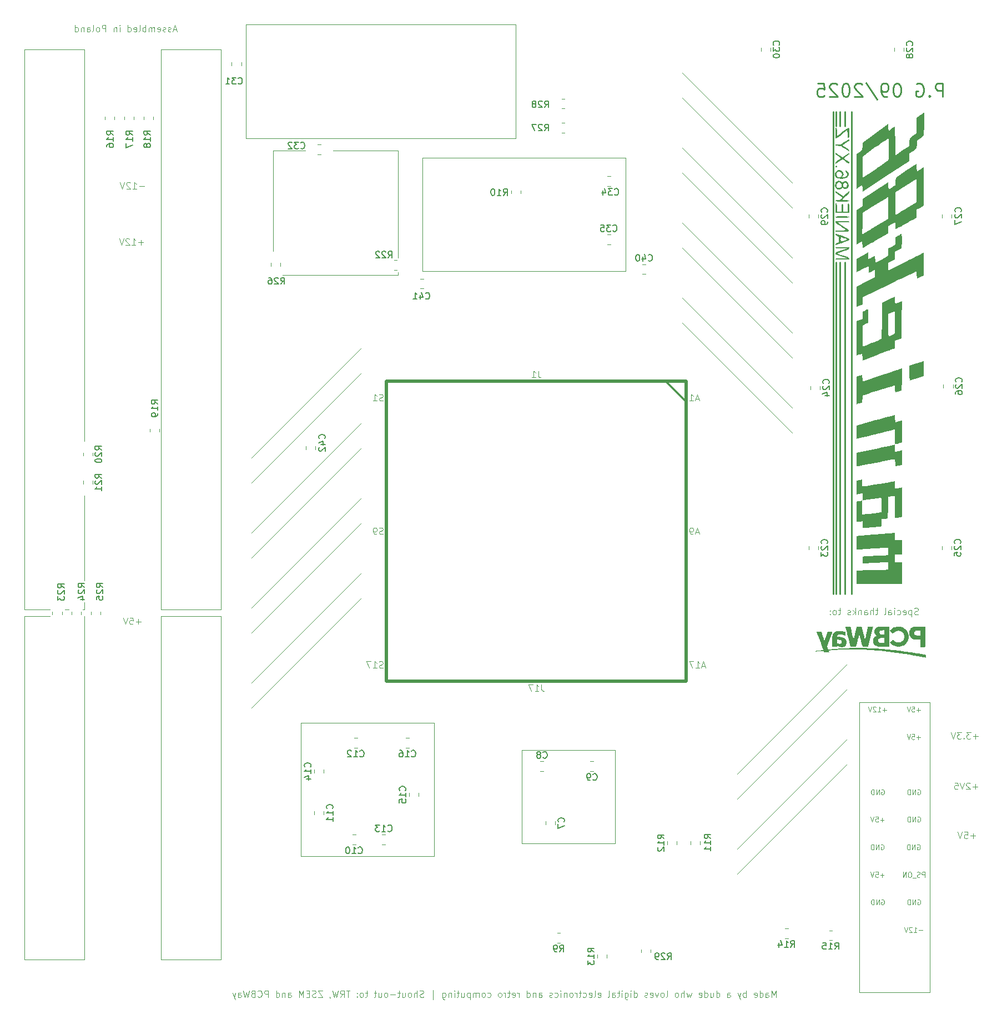
<source format=gbr>
%TF.GenerationSoftware,KiCad,Pcbnew,9.0.2+dfsg-1*%
%TF.CreationDate,2025-09-24T02:43:49+02:00*%
%TF.ProjectId,homebrew_486,686f6d65-6272-4657-975f-3438362e6b69,rev?*%
%TF.SameCoordinates,Original*%
%TF.FileFunction,Legend,Bot*%
%TF.FilePolarity,Positive*%
%FSLAX46Y46*%
G04 Gerber Fmt 4.6, Leading zero omitted, Abs format (unit mm)*
G04 Created by KiCad (PCBNEW 9.0.2+dfsg-1) date 2025-09-24 02:43:49*
%MOMM*%
%LPD*%
G01*
G04 APERTURE LIST*
%ADD10C,0.100000*%
%ADD11C,0.500000*%
%ADD12C,0.300000*%
%ADD13C,0.250000*%
%ADD14C,0.150000*%
%ADD15C,0.120000*%
%ADD16C,0.000000*%
G04 APERTURE END LIST*
D10*
X132080000Y-153035000D02*
X148844000Y-136271000D01*
X132080000Y-149225000D02*
X148844000Y-132461000D01*
X132080000Y-137795000D02*
X148844000Y-121031000D01*
X132080000Y-141605000D02*
X148844000Y-124841000D01*
X123698000Y-65278000D02*
X140462000Y-82042000D01*
X123698000Y-69088000D02*
X140462000Y-85852000D01*
X58057000Y-123952000D02*
X74821000Y-107188000D01*
X58057000Y-127762000D02*
X74821000Y-110998000D01*
X58057000Y-116332000D02*
X74821000Y-99568000D01*
X58057000Y-112522000D02*
X74821000Y-95758000D01*
X58057000Y-104902000D02*
X74821000Y-88138000D01*
X58057000Y-101092000D02*
X74821000Y-84328000D01*
X58057000Y-93472000D02*
X74821000Y-76708000D01*
X58057000Y-89662000D02*
X74821000Y-72898000D01*
X123698000Y-30988000D02*
X140462000Y-47752000D01*
X123698000Y-34798000D02*
X140462000Y-51562000D01*
X123698000Y-57658000D02*
X140462000Y-74422000D01*
X123698000Y-53848000D02*
X140462000Y-70612000D01*
X123698000Y-46228000D02*
X140462000Y-62992000D01*
X123698000Y-42418000D02*
X140462000Y-59182000D01*
X46606734Y-24415204D02*
X46130544Y-24415204D01*
X46701972Y-24700919D02*
X46368639Y-23700919D01*
X46368639Y-23700919D02*
X46035306Y-24700919D01*
X45749591Y-24653300D02*
X45654353Y-24700919D01*
X45654353Y-24700919D02*
X45463877Y-24700919D01*
X45463877Y-24700919D02*
X45368639Y-24653300D01*
X45368639Y-24653300D02*
X45321020Y-24558061D01*
X45321020Y-24558061D02*
X45321020Y-24510442D01*
X45321020Y-24510442D02*
X45368639Y-24415204D01*
X45368639Y-24415204D02*
X45463877Y-24367585D01*
X45463877Y-24367585D02*
X45606734Y-24367585D01*
X45606734Y-24367585D02*
X45701972Y-24319966D01*
X45701972Y-24319966D02*
X45749591Y-24224728D01*
X45749591Y-24224728D02*
X45749591Y-24177109D01*
X45749591Y-24177109D02*
X45701972Y-24081871D01*
X45701972Y-24081871D02*
X45606734Y-24034252D01*
X45606734Y-24034252D02*
X45463877Y-24034252D01*
X45463877Y-24034252D02*
X45368639Y-24081871D01*
X44940067Y-24653300D02*
X44844829Y-24700919D01*
X44844829Y-24700919D02*
X44654353Y-24700919D01*
X44654353Y-24700919D02*
X44559115Y-24653300D01*
X44559115Y-24653300D02*
X44511496Y-24558061D01*
X44511496Y-24558061D02*
X44511496Y-24510442D01*
X44511496Y-24510442D02*
X44559115Y-24415204D01*
X44559115Y-24415204D02*
X44654353Y-24367585D01*
X44654353Y-24367585D02*
X44797210Y-24367585D01*
X44797210Y-24367585D02*
X44892448Y-24319966D01*
X44892448Y-24319966D02*
X44940067Y-24224728D01*
X44940067Y-24224728D02*
X44940067Y-24177109D01*
X44940067Y-24177109D02*
X44892448Y-24081871D01*
X44892448Y-24081871D02*
X44797210Y-24034252D01*
X44797210Y-24034252D02*
X44654353Y-24034252D01*
X44654353Y-24034252D02*
X44559115Y-24081871D01*
X43701972Y-24653300D02*
X43797210Y-24700919D01*
X43797210Y-24700919D02*
X43987686Y-24700919D01*
X43987686Y-24700919D02*
X44082924Y-24653300D01*
X44082924Y-24653300D02*
X44130543Y-24558061D01*
X44130543Y-24558061D02*
X44130543Y-24177109D01*
X44130543Y-24177109D02*
X44082924Y-24081871D01*
X44082924Y-24081871D02*
X43987686Y-24034252D01*
X43987686Y-24034252D02*
X43797210Y-24034252D01*
X43797210Y-24034252D02*
X43701972Y-24081871D01*
X43701972Y-24081871D02*
X43654353Y-24177109D01*
X43654353Y-24177109D02*
X43654353Y-24272347D01*
X43654353Y-24272347D02*
X44130543Y-24367585D01*
X43225781Y-24700919D02*
X43225781Y-24034252D01*
X43225781Y-24129490D02*
X43178162Y-24081871D01*
X43178162Y-24081871D02*
X43082924Y-24034252D01*
X43082924Y-24034252D02*
X42940067Y-24034252D01*
X42940067Y-24034252D02*
X42844829Y-24081871D01*
X42844829Y-24081871D02*
X42797210Y-24177109D01*
X42797210Y-24177109D02*
X42797210Y-24700919D01*
X42797210Y-24177109D02*
X42749591Y-24081871D01*
X42749591Y-24081871D02*
X42654353Y-24034252D01*
X42654353Y-24034252D02*
X42511496Y-24034252D01*
X42511496Y-24034252D02*
X42416257Y-24081871D01*
X42416257Y-24081871D02*
X42368638Y-24177109D01*
X42368638Y-24177109D02*
X42368638Y-24700919D01*
X41892448Y-24700919D02*
X41892448Y-23700919D01*
X41892448Y-24081871D02*
X41797210Y-24034252D01*
X41797210Y-24034252D02*
X41606734Y-24034252D01*
X41606734Y-24034252D02*
X41511496Y-24081871D01*
X41511496Y-24081871D02*
X41463877Y-24129490D01*
X41463877Y-24129490D02*
X41416258Y-24224728D01*
X41416258Y-24224728D02*
X41416258Y-24510442D01*
X41416258Y-24510442D02*
X41463877Y-24605680D01*
X41463877Y-24605680D02*
X41511496Y-24653300D01*
X41511496Y-24653300D02*
X41606734Y-24700919D01*
X41606734Y-24700919D02*
X41797210Y-24700919D01*
X41797210Y-24700919D02*
X41892448Y-24653300D01*
X40844829Y-24700919D02*
X40940067Y-24653300D01*
X40940067Y-24653300D02*
X40987686Y-24558061D01*
X40987686Y-24558061D02*
X40987686Y-23700919D01*
X40082924Y-24653300D02*
X40178162Y-24700919D01*
X40178162Y-24700919D02*
X40368638Y-24700919D01*
X40368638Y-24700919D02*
X40463876Y-24653300D01*
X40463876Y-24653300D02*
X40511495Y-24558061D01*
X40511495Y-24558061D02*
X40511495Y-24177109D01*
X40511495Y-24177109D02*
X40463876Y-24081871D01*
X40463876Y-24081871D02*
X40368638Y-24034252D01*
X40368638Y-24034252D02*
X40178162Y-24034252D01*
X40178162Y-24034252D02*
X40082924Y-24081871D01*
X40082924Y-24081871D02*
X40035305Y-24177109D01*
X40035305Y-24177109D02*
X40035305Y-24272347D01*
X40035305Y-24272347D02*
X40511495Y-24367585D01*
X39178162Y-24700919D02*
X39178162Y-23700919D01*
X39178162Y-24653300D02*
X39273400Y-24700919D01*
X39273400Y-24700919D02*
X39463876Y-24700919D01*
X39463876Y-24700919D02*
X39559114Y-24653300D01*
X39559114Y-24653300D02*
X39606733Y-24605680D01*
X39606733Y-24605680D02*
X39654352Y-24510442D01*
X39654352Y-24510442D02*
X39654352Y-24224728D01*
X39654352Y-24224728D02*
X39606733Y-24129490D01*
X39606733Y-24129490D02*
X39559114Y-24081871D01*
X39559114Y-24081871D02*
X39463876Y-24034252D01*
X39463876Y-24034252D02*
X39273400Y-24034252D01*
X39273400Y-24034252D02*
X39178162Y-24081871D01*
X37940066Y-24700919D02*
X37940066Y-24034252D01*
X37940066Y-23700919D02*
X37987685Y-23748538D01*
X37987685Y-23748538D02*
X37940066Y-23796157D01*
X37940066Y-23796157D02*
X37892447Y-23748538D01*
X37892447Y-23748538D02*
X37940066Y-23700919D01*
X37940066Y-23700919D02*
X37940066Y-23796157D01*
X37463876Y-24034252D02*
X37463876Y-24700919D01*
X37463876Y-24129490D02*
X37416257Y-24081871D01*
X37416257Y-24081871D02*
X37321019Y-24034252D01*
X37321019Y-24034252D02*
X37178162Y-24034252D01*
X37178162Y-24034252D02*
X37082924Y-24081871D01*
X37082924Y-24081871D02*
X37035305Y-24177109D01*
X37035305Y-24177109D02*
X37035305Y-24700919D01*
X35797209Y-24700919D02*
X35797209Y-23700919D01*
X35797209Y-23700919D02*
X35416257Y-23700919D01*
X35416257Y-23700919D02*
X35321019Y-23748538D01*
X35321019Y-23748538D02*
X35273400Y-23796157D01*
X35273400Y-23796157D02*
X35225781Y-23891395D01*
X35225781Y-23891395D02*
X35225781Y-24034252D01*
X35225781Y-24034252D02*
X35273400Y-24129490D01*
X35273400Y-24129490D02*
X35321019Y-24177109D01*
X35321019Y-24177109D02*
X35416257Y-24224728D01*
X35416257Y-24224728D02*
X35797209Y-24224728D01*
X34654352Y-24700919D02*
X34749590Y-24653300D01*
X34749590Y-24653300D02*
X34797209Y-24605680D01*
X34797209Y-24605680D02*
X34844828Y-24510442D01*
X34844828Y-24510442D02*
X34844828Y-24224728D01*
X34844828Y-24224728D02*
X34797209Y-24129490D01*
X34797209Y-24129490D02*
X34749590Y-24081871D01*
X34749590Y-24081871D02*
X34654352Y-24034252D01*
X34654352Y-24034252D02*
X34511495Y-24034252D01*
X34511495Y-24034252D02*
X34416257Y-24081871D01*
X34416257Y-24081871D02*
X34368638Y-24129490D01*
X34368638Y-24129490D02*
X34321019Y-24224728D01*
X34321019Y-24224728D02*
X34321019Y-24510442D01*
X34321019Y-24510442D02*
X34368638Y-24605680D01*
X34368638Y-24605680D02*
X34416257Y-24653300D01*
X34416257Y-24653300D02*
X34511495Y-24700919D01*
X34511495Y-24700919D02*
X34654352Y-24700919D01*
X33749590Y-24700919D02*
X33844828Y-24653300D01*
X33844828Y-24653300D02*
X33892447Y-24558061D01*
X33892447Y-24558061D02*
X33892447Y-23700919D01*
X32940066Y-24700919D02*
X32940066Y-24177109D01*
X32940066Y-24177109D02*
X32987685Y-24081871D01*
X32987685Y-24081871D02*
X33082923Y-24034252D01*
X33082923Y-24034252D02*
X33273399Y-24034252D01*
X33273399Y-24034252D02*
X33368637Y-24081871D01*
X32940066Y-24653300D02*
X33035304Y-24700919D01*
X33035304Y-24700919D02*
X33273399Y-24700919D01*
X33273399Y-24700919D02*
X33368637Y-24653300D01*
X33368637Y-24653300D02*
X33416256Y-24558061D01*
X33416256Y-24558061D02*
X33416256Y-24462823D01*
X33416256Y-24462823D02*
X33368637Y-24367585D01*
X33368637Y-24367585D02*
X33273399Y-24319966D01*
X33273399Y-24319966D02*
X33035304Y-24319966D01*
X33035304Y-24319966D02*
X32940066Y-24272347D01*
X32463875Y-24034252D02*
X32463875Y-24700919D01*
X32463875Y-24129490D02*
X32416256Y-24081871D01*
X32416256Y-24081871D02*
X32321018Y-24034252D01*
X32321018Y-24034252D02*
X32178161Y-24034252D01*
X32178161Y-24034252D02*
X32082923Y-24081871D01*
X32082923Y-24081871D02*
X32035304Y-24177109D01*
X32035304Y-24177109D02*
X32035304Y-24700919D01*
X31130542Y-24700919D02*
X31130542Y-23700919D01*
X31130542Y-24653300D02*
X31225780Y-24700919D01*
X31225780Y-24700919D02*
X31416256Y-24700919D01*
X31416256Y-24700919D02*
X31511494Y-24653300D01*
X31511494Y-24653300D02*
X31559113Y-24605680D01*
X31559113Y-24605680D02*
X31606732Y-24510442D01*
X31606732Y-24510442D02*
X31606732Y-24224728D01*
X31606732Y-24224728D02*
X31559113Y-24129490D01*
X31559113Y-24129490D02*
X31511494Y-24081871D01*
X31511494Y-24081871D02*
X31416256Y-24034252D01*
X31416256Y-24034252D02*
X31225780Y-24034252D01*
X31225780Y-24034252D02*
X31130542Y-24081871D01*
X138040919Y-171830419D02*
X138040919Y-170830419D01*
X138040919Y-170830419D02*
X137707586Y-171544704D01*
X137707586Y-171544704D02*
X137374253Y-170830419D01*
X137374253Y-170830419D02*
X137374253Y-171830419D01*
X136469491Y-171830419D02*
X136469491Y-171306609D01*
X136469491Y-171306609D02*
X136517110Y-171211371D01*
X136517110Y-171211371D02*
X136612348Y-171163752D01*
X136612348Y-171163752D02*
X136802824Y-171163752D01*
X136802824Y-171163752D02*
X136898062Y-171211371D01*
X136469491Y-171782800D02*
X136564729Y-171830419D01*
X136564729Y-171830419D02*
X136802824Y-171830419D01*
X136802824Y-171830419D02*
X136898062Y-171782800D01*
X136898062Y-171782800D02*
X136945681Y-171687561D01*
X136945681Y-171687561D02*
X136945681Y-171592323D01*
X136945681Y-171592323D02*
X136898062Y-171497085D01*
X136898062Y-171497085D02*
X136802824Y-171449466D01*
X136802824Y-171449466D02*
X136564729Y-171449466D01*
X136564729Y-171449466D02*
X136469491Y-171401847D01*
X135564729Y-171830419D02*
X135564729Y-170830419D01*
X135564729Y-171782800D02*
X135659967Y-171830419D01*
X135659967Y-171830419D02*
X135850443Y-171830419D01*
X135850443Y-171830419D02*
X135945681Y-171782800D01*
X135945681Y-171782800D02*
X135993300Y-171735180D01*
X135993300Y-171735180D02*
X136040919Y-171639942D01*
X136040919Y-171639942D02*
X136040919Y-171354228D01*
X136040919Y-171354228D02*
X135993300Y-171258990D01*
X135993300Y-171258990D02*
X135945681Y-171211371D01*
X135945681Y-171211371D02*
X135850443Y-171163752D01*
X135850443Y-171163752D02*
X135659967Y-171163752D01*
X135659967Y-171163752D02*
X135564729Y-171211371D01*
X134707586Y-171782800D02*
X134802824Y-171830419D01*
X134802824Y-171830419D02*
X134993300Y-171830419D01*
X134993300Y-171830419D02*
X135088538Y-171782800D01*
X135088538Y-171782800D02*
X135136157Y-171687561D01*
X135136157Y-171687561D02*
X135136157Y-171306609D01*
X135136157Y-171306609D02*
X135088538Y-171211371D01*
X135088538Y-171211371D02*
X134993300Y-171163752D01*
X134993300Y-171163752D02*
X134802824Y-171163752D01*
X134802824Y-171163752D02*
X134707586Y-171211371D01*
X134707586Y-171211371D02*
X134659967Y-171306609D01*
X134659967Y-171306609D02*
X134659967Y-171401847D01*
X134659967Y-171401847D02*
X135136157Y-171497085D01*
X133469490Y-171830419D02*
X133469490Y-170830419D01*
X133469490Y-171211371D02*
X133374252Y-171163752D01*
X133374252Y-171163752D02*
X133183776Y-171163752D01*
X133183776Y-171163752D02*
X133088538Y-171211371D01*
X133088538Y-171211371D02*
X133040919Y-171258990D01*
X133040919Y-171258990D02*
X132993300Y-171354228D01*
X132993300Y-171354228D02*
X132993300Y-171639942D01*
X132993300Y-171639942D02*
X133040919Y-171735180D01*
X133040919Y-171735180D02*
X133088538Y-171782800D01*
X133088538Y-171782800D02*
X133183776Y-171830419D01*
X133183776Y-171830419D02*
X133374252Y-171830419D01*
X133374252Y-171830419D02*
X133469490Y-171782800D01*
X132659966Y-171163752D02*
X132421871Y-171830419D01*
X132183776Y-171163752D02*
X132421871Y-171830419D01*
X132421871Y-171830419D02*
X132517109Y-172068514D01*
X132517109Y-172068514D02*
X132564728Y-172116133D01*
X132564728Y-172116133D02*
X132659966Y-172163752D01*
X130612347Y-171830419D02*
X130612347Y-171306609D01*
X130612347Y-171306609D02*
X130659966Y-171211371D01*
X130659966Y-171211371D02*
X130755204Y-171163752D01*
X130755204Y-171163752D02*
X130945680Y-171163752D01*
X130945680Y-171163752D02*
X131040918Y-171211371D01*
X130612347Y-171782800D02*
X130707585Y-171830419D01*
X130707585Y-171830419D02*
X130945680Y-171830419D01*
X130945680Y-171830419D02*
X131040918Y-171782800D01*
X131040918Y-171782800D02*
X131088537Y-171687561D01*
X131088537Y-171687561D02*
X131088537Y-171592323D01*
X131088537Y-171592323D02*
X131040918Y-171497085D01*
X131040918Y-171497085D02*
X130945680Y-171449466D01*
X130945680Y-171449466D02*
X130707585Y-171449466D01*
X130707585Y-171449466D02*
X130612347Y-171401847D01*
X128945680Y-171830419D02*
X128945680Y-170830419D01*
X128945680Y-171782800D02*
X129040918Y-171830419D01*
X129040918Y-171830419D02*
X129231394Y-171830419D01*
X129231394Y-171830419D02*
X129326632Y-171782800D01*
X129326632Y-171782800D02*
X129374251Y-171735180D01*
X129374251Y-171735180D02*
X129421870Y-171639942D01*
X129421870Y-171639942D02*
X129421870Y-171354228D01*
X129421870Y-171354228D02*
X129374251Y-171258990D01*
X129374251Y-171258990D02*
X129326632Y-171211371D01*
X129326632Y-171211371D02*
X129231394Y-171163752D01*
X129231394Y-171163752D02*
X129040918Y-171163752D01*
X129040918Y-171163752D02*
X128945680Y-171211371D01*
X128040918Y-171163752D02*
X128040918Y-171830419D01*
X128469489Y-171163752D02*
X128469489Y-171687561D01*
X128469489Y-171687561D02*
X128421870Y-171782800D01*
X128421870Y-171782800D02*
X128326632Y-171830419D01*
X128326632Y-171830419D02*
X128183775Y-171830419D01*
X128183775Y-171830419D02*
X128088537Y-171782800D01*
X128088537Y-171782800D02*
X128040918Y-171735180D01*
X127136156Y-171830419D02*
X127136156Y-170830419D01*
X127136156Y-171782800D02*
X127231394Y-171830419D01*
X127231394Y-171830419D02*
X127421870Y-171830419D01*
X127421870Y-171830419D02*
X127517108Y-171782800D01*
X127517108Y-171782800D02*
X127564727Y-171735180D01*
X127564727Y-171735180D02*
X127612346Y-171639942D01*
X127612346Y-171639942D02*
X127612346Y-171354228D01*
X127612346Y-171354228D02*
X127564727Y-171258990D01*
X127564727Y-171258990D02*
X127517108Y-171211371D01*
X127517108Y-171211371D02*
X127421870Y-171163752D01*
X127421870Y-171163752D02*
X127231394Y-171163752D01*
X127231394Y-171163752D02*
X127136156Y-171211371D01*
X126279013Y-171782800D02*
X126374251Y-171830419D01*
X126374251Y-171830419D02*
X126564727Y-171830419D01*
X126564727Y-171830419D02*
X126659965Y-171782800D01*
X126659965Y-171782800D02*
X126707584Y-171687561D01*
X126707584Y-171687561D02*
X126707584Y-171306609D01*
X126707584Y-171306609D02*
X126659965Y-171211371D01*
X126659965Y-171211371D02*
X126564727Y-171163752D01*
X126564727Y-171163752D02*
X126374251Y-171163752D01*
X126374251Y-171163752D02*
X126279013Y-171211371D01*
X126279013Y-171211371D02*
X126231394Y-171306609D01*
X126231394Y-171306609D02*
X126231394Y-171401847D01*
X126231394Y-171401847D02*
X126707584Y-171497085D01*
X125136155Y-171163752D02*
X124945679Y-171830419D01*
X124945679Y-171830419D02*
X124755203Y-171354228D01*
X124755203Y-171354228D02*
X124564727Y-171830419D01*
X124564727Y-171830419D02*
X124374251Y-171163752D01*
X123993298Y-171830419D02*
X123993298Y-170830419D01*
X123564727Y-171830419D02*
X123564727Y-171306609D01*
X123564727Y-171306609D02*
X123612346Y-171211371D01*
X123612346Y-171211371D02*
X123707584Y-171163752D01*
X123707584Y-171163752D02*
X123850441Y-171163752D01*
X123850441Y-171163752D02*
X123945679Y-171211371D01*
X123945679Y-171211371D02*
X123993298Y-171258990D01*
X122945679Y-171830419D02*
X123040917Y-171782800D01*
X123040917Y-171782800D02*
X123088536Y-171735180D01*
X123088536Y-171735180D02*
X123136155Y-171639942D01*
X123136155Y-171639942D02*
X123136155Y-171354228D01*
X123136155Y-171354228D02*
X123088536Y-171258990D01*
X123088536Y-171258990D02*
X123040917Y-171211371D01*
X123040917Y-171211371D02*
X122945679Y-171163752D01*
X122945679Y-171163752D02*
X122802822Y-171163752D01*
X122802822Y-171163752D02*
X122707584Y-171211371D01*
X122707584Y-171211371D02*
X122659965Y-171258990D01*
X122659965Y-171258990D02*
X122612346Y-171354228D01*
X122612346Y-171354228D02*
X122612346Y-171639942D01*
X122612346Y-171639942D02*
X122659965Y-171735180D01*
X122659965Y-171735180D02*
X122707584Y-171782800D01*
X122707584Y-171782800D02*
X122802822Y-171830419D01*
X122802822Y-171830419D02*
X122945679Y-171830419D01*
X121279012Y-171830419D02*
X121374250Y-171782800D01*
X121374250Y-171782800D02*
X121421869Y-171687561D01*
X121421869Y-171687561D02*
X121421869Y-170830419D01*
X120755202Y-171830419D02*
X120850440Y-171782800D01*
X120850440Y-171782800D02*
X120898059Y-171735180D01*
X120898059Y-171735180D02*
X120945678Y-171639942D01*
X120945678Y-171639942D02*
X120945678Y-171354228D01*
X120945678Y-171354228D02*
X120898059Y-171258990D01*
X120898059Y-171258990D02*
X120850440Y-171211371D01*
X120850440Y-171211371D02*
X120755202Y-171163752D01*
X120755202Y-171163752D02*
X120612345Y-171163752D01*
X120612345Y-171163752D02*
X120517107Y-171211371D01*
X120517107Y-171211371D02*
X120469488Y-171258990D01*
X120469488Y-171258990D02*
X120421869Y-171354228D01*
X120421869Y-171354228D02*
X120421869Y-171639942D01*
X120421869Y-171639942D02*
X120469488Y-171735180D01*
X120469488Y-171735180D02*
X120517107Y-171782800D01*
X120517107Y-171782800D02*
X120612345Y-171830419D01*
X120612345Y-171830419D02*
X120755202Y-171830419D01*
X120088535Y-171163752D02*
X119850440Y-171830419D01*
X119850440Y-171830419D02*
X119612345Y-171163752D01*
X118850440Y-171782800D02*
X118945678Y-171830419D01*
X118945678Y-171830419D02*
X119136154Y-171830419D01*
X119136154Y-171830419D02*
X119231392Y-171782800D01*
X119231392Y-171782800D02*
X119279011Y-171687561D01*
X119279011Y-171687561D02*
X119279011Y-171306609D01*
X119279011Y-171306609D02*
X119231392Y-171211371D01*
X119231392Y-171211371D02*
X119136154Y-171163752D01*
X119136154Y-171163752D02*
X118945678Y-171163752D01*
X118945678Y-171163752D02*
X118850440Y-171211371D01*
X118850440Y-171211371D02*
X118802821Y-171306609D01*
X118802821Y-171306609D02*
X118802821Y-171401847D01*
X118802821Y-171401847D02*
X119279011Y-171497085D01*
X118421868Y-171782800D02*
X118326630Y-171830419D01*
X118326630Y-171830419D02*
X118136154Y-171830419D01*
X118136154Y-171830419D02*
X118040916Y-171782800D01*
X118040916Y-171782800D02*
X117993297Y-171687561D01*
X117993297Y-171687561D02*
X117993297Y-171639942D01*
X117993297Y-171639942D02*
X118040916Y-171544704D01*
X118040916Y-171544704D02*
X118136154Y-171497085D01*
X118136154Y-171497085D02*
X118279011Y-171497085D01*
X118279011Y-171497085D02*
X118374249Y-171449466D01*
X118374249Y-171449466D02*
X118421868Y-171354228D01*
X118421868Y-171354228D02*
X118421868Y-171306609D01*
X118421868Y-171306609D02*
X118374249Y-171211371D01*
X118374249Y-171211371D02*
X118279011Y-171163752D01*
X118279011Y-171163752D02*
X118136154Y-171163752D01*
X118136154Y-171163752D02*
X118040916Y-171211371D01*
X116374249Y-171830419D02*
X116374249Y-170830419D01*
X116374249Y-171782800D02*
X116469487Y-171830419D01*
X116469487Y-171830419D02*
X116659963Y-171830419D01*
X116659963Y-171830419D02*
X116755201Y-171782800D01*
X116755201Y-171782800D02*
X116802820Y-171735180D01*
X116802820Y-171735180D02*
X116850439Y-171639942D01*
X116850439Y-171639942D02*
X116850439Y-171354228D01*
X116850439Y-171354228D02*
X116802820Y-171258990D01*
X116802820Y-171258990D02*
X116755201Y-171211371D01*
X116755201Y-171211371D02*
X116659963Y-171163752D01*
X116659963Y-171163752D02*
X116469487Y-171163752D01*
X116469487Y-171163752D02*
X116374249Y-171211371D01*
X115898058Y-171830419D02*
X115898058Y-171163752D01*
X115898058Y-170830419D02*
X115945677Y-170878038D01*
X115945677Y-170878038D02*
X115898058Y-170925657D01*
X115898058Y-170925657D02*
X115850439Y-170878038D01*
X115850439Y-170878038D02*
X115898058Y-170830419D01*
X115898058Y-170830419D02*
X115898058Y-170925657D01*
X114993297Y-171163752D02*
X114993297Y-171973276D01*
X114993297Y-171973276D02*
X115040916Y-172068514D01*
X115040916Y-172068514D02*
X115088535Y-172116133D01*
X115088535Y-172116133D02*
X115183773Y-172163752D01*
X115183773Y-172163752D02*
X115326630Y-172163752D01*
X115326630Y-172163752D02*
X115421868Y-172116133D01*
X114993297Y-171782800D02*
X115088535Y-171830419D01*
X115088535Y-171830419D02*
X115279011Y-171830419D01*
X115279011Y-171830419D02*
X115374249Y-171782800D01*
X115374249Y-171782800D02*
X115421868Y-171735180D01*
X115421868Y-171735180D02*
X115469487Y-171639942D01*
X115469487Y-171639942D02*
X115469487Y-171354228D01*
X115469487Y-171354228D02*
X115421868Y-171258990D01*
X115421868Y-171258990D02*
X115374249Y-171211371D01*
X115374249Y-171211371D02*
X115279011Y-171163752D01*
X115279011Y-171163752D02*
X115088535Y-171163752D01*
X115088535Y-171163752D02*
X114993297Y-171211371D01*
X114517106Y-171830419D02*
X114517106Y-171163752D01*
X114517106Y-170830419D02*
X114564725Y-170878038D01*
X114564725Y-170878038D02*
X114517106Y-170925657D01*
X114517106Y-170925657D02*
X114469487Y-170878038D01*
X114469487Y-170878038D02*
X114517106Y-170830419D01*
X114517106Y-170830419D02*
X114517106Y-170925657D01*
X114183773Y-171163752D02*
X113802821Y-171163752D01*
X114040916Y-170830419D02*
X114040916Y-171687561D01*
X114040916Y-171687561D02*
X113993297Y-171782800D01*
X113993297Y-171782800D02*
X113898059Y-171830419D01*
X113898059Y-171830419D02*
X113802821Y-171830419D01*
X113040916Y-171830419D02*
X113040916Y-171306609D01*
X113040916Y-171306609D02*
X113088535Y-171211371D01*
X113088535Y-171211371D02*
X113183773Y-171163752D01*
X113183773Y-171163752D02*
X113374249Y-171163752D01*
X113374249Y-171163752D02*
X113469487Y-171211371D01*
X113040916Y-171782800D02*
X113136154Y-171830419D01*
X113136154Y-171830419D02*
X113374249Y-171830419D01*
X113374249Y-171830419D02*
X113469487Y-171782800D01*
X113469487Y-171782800D02*
X113517106Y-171687561D01*
X113517106Y-171687561D02*
X113517106Y-171592323D01*
X113517106Y-171592323D02*
X113469487Y-171497085D01*
X113469487Y-171497085D02*
X113374249Y-171449466D01*
X113374249Y-171449466D02*
X113136154Y-171449466D01*
X113136154Y-171449466D02*
X113040916Y-171401847D01*
X112421868Y-171830419D02*
X112517106Y-171782800D01*
X112517106Y-171782800D02*
X112564725Y-171687561D01*
X112564725Y-171687561D02*
X112564725Y-170830419D01*
X110898058Y-171782800D02*
X110993296Y-171830419D01*
X110993296Y-171830419D02*
X111183772Y-171830419D01*
X111183772Y-171830419D02*
X111279010Y-171782800D01*
X111279010Y-171782800D02*
X111326629Y-171687561D01*
X111326629Y-171687561D02*
X111326629Y-171306609D01*
X111326629Y-171306609D02*
X111279010Y-171211371D01*
X111279010Y-171211371D02*
X111183772Y-171163752D01*
X111183772Y-171163752D02*
X110993296Y-171163752D01*
X110993296Y-171163752D02*
X110898058Y-171211371D01*
X110898058Y-171211371D02*
X110850439Y-171306609D01*
X110850439Y-171306609D02*
X110850439Y-171401847D01*
X110850439Y-171401847D02*
X111326629Y-171497085D01*
X110279010Y-171830419D02*
X110374248Y-171782800D01*
X110374248Y-171782800D02*
X110421867Y-171687561D01*
X110421867Y-171687561D02*
X110421867Y-170830419D01*
X109517105Y-171782800D02*
X109612343Y-171830419D01*
X109612343Y-171830419D02*
X109802819Y-171830419D01*
X109802819Y-171830419D02*
X109898057Y-171782800D01*
X109898057Y-171782800D02*
X109945676Y-171687561D01*
X109945676Y-171687561D02*
X109945676Y-171306609D01*
X109945676Y-171306609D02*
X109898057Y-171211371D01*
X109898057Y-171211371D02*
X109802819Y-171163752D01*
X109802819Y-171163752D02*
X109612343Y-171163752D01*
X109612343Y-171163752D02*
X109517105Y-171211371D01*
X109517105Y-171211371D02*
X109469486Y-171306609D01*
X109469486Y-171306609D02*
X109469486Y-171401847D01*
X109469486Y-171401847D02*
X109945676Y-171497085D01*
X108612343Y-171782800D02*
X108707581Y-171830419D01*
X108707581Y-171830419D02*
X108898057Y-171830419D01*
X108898057Y-171830419D02*
X108993295Y-171782800D01*
X108993295Y-171782800D02*
X109040914Y-171735180D01*
X109040914Y-171735180D02*
X109088533Y-171639942D01*
X109088533Y-171639942D02*
X109088533Y-171354228D01*
X109088533Y-171354228D02*
X109040914Y-171258990D01*
X109040914Y-171258990D02*
X108993295Y-171211371D01*
X108993295Y-171211371D02*
X108898057Y-171163752D01*
X108898057Y-171163752D02*
X108707581Y-171163752D01*
X108707581Y-171163752D02*
X108612343Y-171211371D01*
X108326628Y-171163752D02*
X107945676Y-171163752D01*
X108183771Y-170830419D02*
X108183771Y-171687561D01*
X108183771Y-171687561D02*
X108136152Y-171782800D01*
X108136152Y-171782800D02*
X108040914Y-171830419D01*
X108040914Y-171830419D02*
X107945676Y-171830419D01*
X107612342Y-171830419D02*
X107612342Y-171163752D01*
X107612342Y-171354228D02*
X107564723Y-171258990D01*
X107564723Y-171258990D02*
X107517104Y-171211371D01*
X107517104Y-171211371D02*
X107421866Y-171163752D01*
X107421866Y-171163752D02*
X107326628Y-171163752D01*
X106850437Y-171830419D02*
X106945675Y-171782800D01*
X106945675Y-171782800D02*
X106993294Y-171735180D01*
X106993294Y-171735180D02*
X107040913Y-171639942D01*
X107040913Y-171639942D02*
X107040913Y-171354228D01*
X107040913Y-171354228D02*
X106993294Y-171258990D01*
X106993294Y-171258990D02*
X106945675Y-171211371D01*
X106945675Y-171211371D02*
X106850437Y-171163752D01*
X106850437Y-171163752D02*
X106707580Y-171163752D01*
X106707580Y-171163752D02*
X106612342Y-171211371D01*
X106612342Y-171211371D02*
X106564723Y-171258990D01*
X106564723Y-171258990D02*
X106517104Y-171354228D01*
X106517104Y-171354228D02*
X106517104Y-171639942D01*
X106517104Y-171639942D02*
X106564723Y-171735180D01*
X106564723Y-171735180D02*
X106612342Y-171782800D01*
X106612342Y-171782800D02*
X106707580Y-171830419D01*
X106707580Y-171830419D02*
X106850437Y-171830419D01*
X106088532Y-171163752D02*
X106088532Y-171830419D01*
X106088532Y-171258990D02*
X106040913Y-171211371D01*
X106040913Y-171211371D02*
X105945675Y-171163752D01*
X105945675Y-171163752D02*
X105802818Y-171163752D01*
X105802818Y-171163752D02*
X105707580Y-171211371D01*
X105707580Y-171211371D02*
X105659961Y-171306609D01*
X105659961Y-171306609D02*
X105659961Y-171830419D01*
X105183770Y-171830419D02*
X105183770Y-171163752D01*
X105183770Y-170830419D02*
X105231389Y-170878038D01*
X105231389Y-170878038D02*
X105183770Y-170925657D01*
X105183770Y-170925657D02*
X105136151Y-170878038D01*
X105136151Y-170878038D02*
X105183770Y-170830419D01*
X105183770Y-170830419D02*
X105183770Y-170925657D01*
X104279009Y-171782800D02*
X104374247Y-171830419D01*
X104374247Y-171830419D02*
X104564723Y-171830419D01*
X104564723Y-171830419D02*
X104659961Y-171782800D01*
X104659961Y-171782800D02*
X104707580Y-171735180D01*
X104707580Y-171735180D02*
X104755199Y-171639942D01*
X104755199Y-171639942D02*
X104755199Y-171354228D01*
X104755199Y-171354228D02*
X104707580Y-171258990D01*
X104707580Y-171258990D02*
X104659961Y-171211371D01*
X104659961Y-171211371D02*
X104564723Y-171163752D01*
X104564723Y-171163752D02*
X104374247Y-171163752D01*
X104374247Y-171163752D02*
X104279009Y-171211371D01*
X103898056Y-171782800D02*
X103802818Y-171830419D01*
X103802818Y-171830419D02*
X103612342Y-171830419D01*
X103612342Y-171830419D02*
X103517104Y-171782800D01*
X103517104Y-171782800D02*
X103469485Y-171687561D01*
X103469485Y-171687561D02*
X103469485Y-171639942D01*
X103469485Y-171639942D02*
X103517104Y-171544704D01*
X103517104Y-171544704D02*
X103612342Y-171497085D01*
X103612342Y-171497085D02*
X103755199Y-171497085D01*
X103755199Y-171497085D02*
X103850437Y-171449466D01*
X103850437Y-171449466D02*
X103898056Y-171354228D01*
X103898056Y-171354228D02*
X103898056Y-171306609D01*
X103898056Y-171306609D02*
X103850437Y-171211371D01*
X103850437Y-171211371D02*
X103755199Y-171163752D01*
X103755199Y-171163752D02*
X103612342Y-171163752D01*
X103612342Y-171163752D02*
X103517104Y-171211371D01*
X101850437Y-171830419D02*
X101850437Y-171306609D01*
X101850437Y-171306609D02*
X101898056Y-171211371D01*
X101898056Y-171211371D02*
X101993294Y-171163752D01*
X101993294Y-171163752D02*
X102183770Y-171163752D01*
X102183770Y-171163752D02*
X102279008Y-171211371D01*
X101850437Y-171782800D02*
X101945675Y-171830419D01*
X101945675Y-171830419D02*
X102183770Y-171830419D01*
X102183770Y-171830419D02*
X102279008Y-171782800D01*
X102279008Y-171782800D02*
X102326627Y-171687561D01*
X102326627Y-171687561D02*
X102326627Y-171592323D01*
X102326627Y-171592323D02*
X102279008Y-171497085D01*
X102279008Y-171497085D02*
X102183770Y-171449466D01*
X102183770Y-171449466D02*
X101945675Y-171449466D01*
X101945675Y-171449466D02*
X101850437Y-171401847D01*
X101374246Y-171163752D02*
X101374246Y-171830419D01*
X101374246Y-171258990D02*
X101326627Y-171211371D01*
X101326627Y-171211371D02*
X101231389Y-171163752D01*
X101231389Y-171163752D02*
X101088532Y-171163752D01*
X101088532Y-171163752D02*
X100993294Y-171211371D01*
X100993294Y-171211371D02*
X100945675Y-171306609D01*
X100945675Y-171306609D02*
X100945675Y-171830419D01*
X100040913Y-171830419D02*
X100040913Y-170830419D01*
X100040913Y-171782800D02*
X100136151Y-171830419D01*
X100136151Y-171830419D02*
X100326627Y-171830419D01*
X100326627Y-171830419D02*
X100421865Y-171782800D01*
X100421865Y-171782800D02*
X100469484Y-171735180D01*
X100469484Y-171735180D02*
X100517103Y-171639942D01*
X100517103Y-171639942D02*
X100517103Y-171354228D01*
X100517103Y-171354228D02*
X100469484Y-171258990D01*
X100469484Y-171258990D02*
X100421865Y-171211371D01*
X100421865Y-171211371D02*
X100326627Y-171163752D01*
X100326627Y-171163752D02*
X100136151Y-171163752D01*
X100136151Y-171163752D02*
X100040913Y-171211371D01*
X98802817Y-171830419D02*
X98802817Y-171163752D01*
X98802817Y-171354228D02*
X98755198Y-171258990D01*
X98755198Y-171258990D02*
X98707579Y-171211371D01*
X98707579Y-171211371D02*
X98612341Y-171163752D01*
X98612341Y-171163752D02*
X98517103Y-171163752D01*
X97802817Y-171782800D02*
X97898055Y-171830419D01*
X97898055Y-171830419D02*
X98088531Y-171830419D01*
X98088531Y-171830419D02*
X98183769Y-171782800D01*
X98183769Y-171782800D02*
X98231388Y-171687561D01*
X98231388Y-171687561D02*
X98231388Y-171306609D01*
X98231388Y-171306609D02*
X98183769Y-171211371D01*
X98183769Y-171211371D02*
X98088531Y-171163752D01*
X98088531Y-171163752D02*
X97898055Y-171163752D01*
X97898055Y-171163752D02*
X97802817Y-171211371D01*
X97802817Y-171211371D02*
X97755198Y-171306609D01*
X97755198Y-171306609D02*
X97755198Y-171401847D01*
X97755198Y-171401847D02*
X98231388Y-171497085D01*
X97469483Y-171163752D02*
X97088531Y-171163752D01*
X97326626Y-170830419D02*
X97326626Y-171687561D01*
X97326626Y-171687561D02*
X97279007Y-171782800D01*
X97279007Y-171782800D02*
X97183769Y-171830419D01*
X97183769Y-171830419D02*
X97088531Y-171830419D01*
X96755197Y-171830419D02*
X96755197Y-171163752D01*
X96755197Y-171354228D02*
X96707578Y-171258990D01*
X96707578Y-171258990D02*
X96659959Y-171211371D01*
X96659959Y-171211371D02*
X96564721Y-171163752D01*
X96564721Y-171163752D02*
X96469483Y-171163752D01*
X95993292Y-171830419D02*
X96088530Y-171782800D01*
X96088530Y-171782800D02*
X96136149Y-171735180D01*
X96136149Y-171735180D02*
X96183768Y-171639942D01*
X96183768Y-171639942D02*
X96183768Y-171354228D01*
X96183768Y-171354228D02*
X96136149Y-171258990D01*
X96136149Y-171258990D02*
X96088530Y-171211371D01*
X96088530Y-171211371D02*
X95993292Y-171163752D01*
X95993292Y-171163752D02*
X95850435Y-171163752D01*
X95850435Y-171163752D02*
X95755197Y-171211371D01*
X95755197Y-171211371D02*
X95707578Y-171258990D01*
X95707578Y-171258990D02*
X95659959Y-171354228D01*
X95659959Y-171354228D02*
X95659959Y-171639942D01*
X95659959Y-171639942D02*
X95707578Y-171735180D01*
X95707578Y-171735180D02*
X95755197Y-171782800D01*
X95755197Y-171782800D02*
X95850435Y-171830419D01*
X95850435Y-171830419D02*
X95993292Y-171830419D01*
X94040911Y-171782800D02*
X94136149Y-171830419D01*
X94136149Y-171830419D02*
X94326625Y-171830419D01*
X94326625Y-171830419D02*
X94421863Y-171782800D01*
X94421863Y-171782800D02*
X94469482Y-171735180D01*
X94469482Y-171735180D02*
X94517101Y-171639942D01*
X94517101Y-171639942D02*
X94517101Y-171354228D01*
X94517101Y-171354228D02*
X94469482Y-171258990D01*
X94469482Y-171258990D02*
X94421863Y-171211371D01*
X94421863Y-171211371D02*
X94326625Y-171163752D01*
X94326625Y-171163752D02*
X94136149Y-171163752D01*
X94136149Y-171163752D02*
X94040911Y-171211371D01*
X93469482Y-171830419D02*
X93564720Y-171782800D01*
X93564720Y-171782800D02*
X93612339Y-171735180D01*
X93612339Y-171735180D02*
X93659958Y-171639942D01*
X93659958Y-171639942D02*
X93659958Y-171354228D01*
X93659958Y-171354228D02*
X93612339Y-171258990D01*
X93612339Y-171258990D02*
X93564720Y-171211371D01*
X93564720Y-171211371D02*
X93469482Y-171163752D01*
X93469482Y-171163752D02*
X93326625Y-171163752D01*
X93326625Y-171163752D02*
X93231387Y-171211371D01*
X93231387Y-171211371D02*
X93183768Y-171258990D01*
X93183768Y-171258990D02*
X93136149Y-171354228D01*
X93136149Y-171354228D02*
X93136149Y-171639942D01*
X93136149Y-171639942D02*
X93183768Y-171735180D01*
X93183768Y-171735180D02*
X93231387Y-171782800D01*
X93231387Y-171782800D02*
X93326625Y-171830419D01*
X93326625Y-171830419D02*
X93469482Y-171830419D01*
X92707577Y-171830419D02*
X92707577Y-171163752D01*
X92707577Y-171258990D02*
X92659958Y-171211371D01*
X92659958Y-171211371D02*
X92564720Y-171163752D01*
X92564720Y-171163752D02*
X92421863Y-171163752D01*
X92421863Y-171163752D02*
X92326625Y-171211371D01*
X92326625Y-171211371D02*
X92279006Y-171306609D01*
X92279006Y-171306609D02*
X92279006Y-171830419D01*
X92279006Y-171306609D02*
X92231387Y-171211371D01*
X92231387Y-171211371D02*
X92136149Y-171163752D01*
X92136149Y-171163752D02*
X91993292Y-171163752D01*
X91993292Y-171163752D02*
X91898053Y-171211371D01*
X91898053Y-171211371D02*
X91850434Y-171306609D01*
X91850434Y-171306609D02*
X91850434Y-171830419D01*
X91374244Y-171163752D02*
X91374244Y-172163752D01*
X91374244Y-171211371D02*
X91279006Y-171163752D01*
X91279006Y-171163752D02*
X91088530Y-171163752D01*
X91088530Y-171163752D02*
X90993292Y-171211371D01*
X90993292Y-171211371D02*
X90945673Y-171258990D01*
X90945673Y-171258990D02*
X90898054Y-171354228D01*
X90898054Y-171354228D02*
X90898054Y-171639942D01*
X90898054Y-171639942D02*
X90945673Y-171735180D01*
X90945673Y-171735180D02*
X90993292Y-171782800D01*
X90993292Y-171782800D02*
X91088530Y-171830419D01*
X91088530Y-171830419D02*
X91279006Y-171830419D01*
X91279006Y-171830419D02*
X91374244Y-171782800D01*
X90040911Y-171163752D02*
X90040911Y-171830419D01*
X90469482Y-171163752D02*
X90469482Y-171687561D01*
X90469482Y-171687561D02*
X90421863Y-171782800D01*
X90421863Y-171782800D02*
X90326625Y-171830419D01*
X90326625Y-171830419D02*
X90183768Y-171830419D01*
X90183768Y-171830419D02*
X90088530Y-171782800D01*
X90088530Y-171782800D02*
X90040911Y-171735180D01*
X89707577Y-171163752D02*
X89326625Y-171163752D01*
X89564720Y-170830419D02*
X89564720Y-171687561D01*
X89564720Y-171687561D02*
X89517101Y-171782800D01*
X89517101Y-171782800D02*
X89421863Y-171830419D01*
X89421863Y-171830419D02*
X89326625Y-171830419D01*
X88993291Y-171830419D02*
X88993291Y-171163752D01*
X88993291Y-170830419D02*
X89040910Y-170878038D01*
X89040910Y-170878038D02*
X88993291Y-170925657D01*
X88993291Y-170925657D02*
X88945672Y-170878038D01*
X88945672Y-170878038D02*
X88993291Y-170830419D01*
X88993291Y-170830419D02*
X88993291Y-170925657D01*
X88517101Y-171163752D02*
X88517101Y-171830419D01*
X88517101Y-171258990D02*
X88469482Y-171211371D01*
X88469482Y-171211371D02*
X88374244Y-171163752D01*
X88374244Y-171163752D02*
X88231387Y-171163752D01*
X88231387Y-171163752D02*
X88136149Y-171211371D01*
X88136149Y-171211371D02*
X88088530Y-171306609D01*
X88088530Y-171306609D02*
X88088530Y-171830419D01*
X87183768Y-171163752D02*
X87183768Y-171973276D01*
X87183768Y-171973276D02*
X87231387Y-172068514D01*
X87231387Y-172068514D02*
X87279006Y-172116133D01*
X87279006Y-172116133D02*
X87374244Y-172163752D01*
X87374244Y-172163752D02*
X87517101Y-172163752D01*
X87517101Y-172163752D02*
X87612339Y-172116133D01*
X87183768Y-171782800D02*
X87279006Y-171830419D01*
X87279006Y-171830419D02*
X87469482Y-171830419D01*
X87469482Y-171830419D02*
X87564720Y-171782800D01*
X87564720Y-171782800D02*
X87612339Y-171735180D01*
X87612339Y-171735180D02*
X87659958Y-171639942D01*
X87659958Y-171639942D02*
X87659958Y-171354228D01*
X87659958Y-171354228D02*
X87612339Y-171258990D01*
X87612339Y-171258990D02*
X87564720Y-171211371D01*
X87564720Y-171211371D02*
X87469482Y-171163752D01*
X87469482Y-171163752D02*
X87279006Y-171163752D01*
X87279006Y-171163752D02*
X87183768Y-171211371D01*
X85707577Y-172163752D02*
X85707577Y-170735180D01*
X84279005Y-171782800D02*
X84136148Y-171830419D01*
X84136148Y-171830419D02*
X83898053Y-171830419D01*
X83898053Y-171830419D02*
X83802815Y-171782800D01*
X83802815Y-171782800D02*
X83755196Y-171735180D01*
X83755196Y-171735180D02*
X83707577Y-171639942D01*
X83707577Y-171639942D02*
X83707577Y-171544704D01*
X83707577Y-171544704D02*
X83755196Y-171449466D01*
X83755196Y-171449466D02*
X83802815Y-171401847D01*
X83802815Y-171401847D02*
X83898053Y-171354228D01*
X83898053Y-171354228D02*
X84088529Y-171306609D01*
X84088529Y-171306609D02*
X84183767Y-171258990D01*
X84183767Y-171258990D02*
X84231386Y-171211371D01*
X84231386Y-171211371D02*
X84279005Y-171116133D01*
X84279005Y-171116133D02*
X84279005Y-171020895D01*
X84279005Y-171020895D02*
X84231386Y-170925657D01*
X84231386Y-170925657D02*
X84183767Y-170878038D01*
X84183767Y-170878038D02*
X84088529Y-170830419D01*
X84088529Y-170830419D02*
X83850434Y-170830419D01*
X83850434Y-170830419D02*
X83707577Y-170878038D01*
X83279005Y-171830419D02*
X83279005Y-170830419D01*
X82850434Y-171830419D02*
X82850434Y-171306609D01*
X82850434Y-171306609D02*
X82898053Y-171211371D01*
X82898053Y-171211371D02*
X82993291Y-171163752D01*
X82993291Y-171163752D02*
X83136148Y-171163752D01*
X83136148Y-171163752D02*
X83231386Y-171211371D01*
X83231386Y-171211371D02*
X83279005Y-171258990D01*
X82231386Y-171830419D02*
X82326624Y-171782800D01*
X82326624Y-171782800D02*
X82374243Y-171735180D01*
X82374243Y-171735180D02*
X82421862Y-171639942D01*
X82421862Y-171639942D02*
X82421862Y-171354228D01*
X82421862Y-171354228D02*
X82374243Y-171258990D01*
X82374243Y-171258990D02*
X82326624Y-171211371D01*
X82326624Y-171211371D02*
X82231386Y-171163752D01*
X82231386Y-171163752D02*
X82088529Y-171163752D01*
X82088529Y-171163752D02*
X81993291Y-171211371D01*
X81993291Y-171211371D02*
X81945672Y-171258990D01*
X81945672Y-171258990D02*
X81898053Y-171354228D01*
X81898053Y-171354228D02*
X81898053Y-171639942D01*
X81898053Y-171639942D02*
X81945672Y-171735180D01*
X81945672Y-171735180D02*
X81993291Y-171782800D01*
X81993291Y-171782800D02*
X82088529Y-171830419D01*
X82088529Y-171830419D02*
X82231386Y-171830419D01*
X81040910Y-171163752D02*
X81040910Y-171830419D01*
X81469481Y-171163752D02*
X81469481Y-171687561D01*
X81469481Y-171687561D02*
X81421862Y-171782800D01*
X81421862Y-171782800D02*
X81326624Y-171830419D01*
X81326624Y-171830419D02*
X81183767Y-171830419D01*
X81183767Y-171830419D02*
X81088529Y-171782800D01*
X81088529Y-171782800D02*
X81040910Y-171735180D01*
X80707576Y-171163752D02*
X80326624Y-171163752D01*
X80564719Y-170830419D02*
X80564719Y-171687561D01*
X80564719Y-171687561D02*
X80517100Y-171782800D01*
X80517100Y-171782800D02*
X80421862Y-171830419D01*
X80421862Y-171830419D02*
X80326624Y-171830419D01*
X79993290Y-171449466D02*
X79231386Y-171449466D01*
X78612338Y-171830419D02*
X78707576Y-171782800D01*
X78707576Y-171782800D02*
X78755195Y-171735180D01*
X78755195Y-171735180D02*
X78802814Y-171639942D01*
X78802814Y-171639942D02*
X78802814Y-171354228D01*
X78802814Y-171354228D02*
X78755195Y-171258990D01*
X78755195Y-171258990D02*
X78707576Y-171211371D01*
X78707576Y-171211371D02*
X78612338Y-171163752D01*
X78612338Y-171163752D02*
X78469481Y-171163752D01*
X78469481Y-171163752D02*
X78374243Y-171211371D01*
X78374243Y-171211371D02*
X78326624Y-171258990D01*
X78326624Y-171258990D02*
X78279005Y-171354228D01*
X78279005Y-171354228D02*
X78279005Y-171639942D01*
X78279005Y-171639942D02*
X78326624Y-171735180D01*
X78326624Y-171735180D02*
X78374243Y-171782800D01*
X78374243Y-171782800D02*
X78469481Y-171830419D01*
X78469481Y-171830419D02*
X78612338Y-171830419D01*
X77421862Y-171163752D02*
X77421862Y-171830419D01*
X77850433Y-171163752D02*
X77850433Y-171687561D01*
X77850433Y-171687561D02*
X77802814Y-171782800D01*
X77802814Y-171782800D02*
X77707576Y-171830419D01*
X77707576Y-171830419D02*
X77564719Y-171830419D01*
X77564719Y-171830419D02*
X77469481Y-171782800D01*
X77469481Y-171782800D02*
X77421862Y-171735180D01*
X77088528Y-171163752D02*
X76707576Y-171163752D01*
X76945671Y-170830419D02*
X76945671Y-171687561D01*
X76945671Y-171687561D02*
X76898052Y-171782800D01*
X76898052Y-171782800D02*
X76802814Y-171830419D01*
X76802814Y-171830419D02*
X76707576Y-171830419D01*
X75755194Y-171163752D02*
X75374242Y-171163752D01*
X75612337Y-170830419D02*
X75612337Y-171687561D01*
X75612337Y-171687561D02*
X75564718Y-171782800D01*
X75564718Y-171782800D02*
X75469480Y-171830419D01*
X75469480Y-171830419D02*
X75374242Y-171830419D01*
X74898051Y-171830419D02*
X74993289Y-171782800D01*
X74993289Y-171782800D02*
X75040908Y-171735180D01*
X75040908Y-171735180D02*
X75088527Y-171639942D01*
X75088527Y-171639942D02*
X75088527Y-171354228D01*
X75088527Y-171354228D02*
X75040908Y-171258990D01*
X75040908Y-171258990D02*
X74993289Y-171211371D01*
X74993289Y-171211371D02*
X74898051Y-171163752D01*
X74898051Y-171163752D02*
X74755194Y-171163752D01*
X74755194Y-171163752D02*
X74659956Y-171211371D01*
X74659956Y-171211371D02*
X74612337Y-171258990D01*
X74612337Y-171258990D02*
X74564718Y-171354228D01*
X74564718Y-171354228D02*
X74564718Y-171639942D01*
X74564718Y-171639942D02*
X74612337Y-171735180D01*
X74612337Y-171735180D02*
X74659956Y-171782800D01*
X74659956Y-171782800D02*
X74755194Y-171830419D01*
X74755194Y-171830419D02*
X74898051Y-171830419D01*
X74136146Y-171735180D02*
X74088527Y-171782800D01*
X74088527Y-171782800D02*
X74136146Y-171830419D01*
X74136146Y-171830419D02*
X74183765Y-171782800D01*
X74183765Y-171782800D02*
X74136146Y-171735180D01*
X74136146Y-171735180D02*
X74136146Y-171830419D01*
X74136146Y-171211371D02*
X74088527Y-171258990D01*
X74088527Y-171258990D02*
X74136146Y-171306609D01*
X74136146Y-171306609D02*
X74183765Y-171258990D01*
X74183765Y-171258990D02*
X74136146Y-171211371D01*
X74136146Y-171211371D02*
X74136146Y-171306609D01*
X73040908Y-170830419D02*
X72469480Y-170830419D01*
X72755194Y-171830419D02*
X72755194Y-170830419D01*
X71564718Y-171830419D02*
X71898051Y-171354228D01*
X72136146Y-171830419D02*
X72136146Y-170830419D01*
X72136146Y-170830419D02*
X71755194Y-170830419D01*
X71755194Y-170830419D02*
X71659956Y-170878038D01*
X71659956Y-170878038D02*
X71612337Y-170925657D01*
X71612337Y-170925657D02*
X71564718Y-171020895D01*
X71564718Y-171020895D02*
X71564718Y-171163752D01*
X71564718Y-171163752D02*
X71612337Y-171258990D01*
X71612337Y-171258990D02*
X71659956Y-171306609D01*
X71659956Y-171306609D02*
X71755194Y-171354228D01*
X71755194Y-171354228D02*
X72136146Y-171354228D01*
X71231384Y-170830419D02*
X70993289Y-171830419D01*
X70993289Y-171830419D02*
X70802813Y-171116133D01*
X70802813Y-171116133D02*
X70612337Y-171830419D01*
X70612337Y-171830419D02*
X70374242Y-170830419D01*
X69945670Y-171782800D02*
X69945670Y-171830419D01*
X69945670Y-171830419D02*
X69993289Y-171925657D01*
X69993289Y-171925657D02*
X70040908Y-171973276D01*
X68850432Y-170830419D02*
X68183766Y-170830419D01*
X68183766Y-170830419D02*
X68850432Y-171830419D01*
X68850432Y-171830419D02*
X68183766Y-171830419D01*
X67850432Y-171782800D02*
X67707575Y-171830419D01*
X67707575Y-171830419D02*
X67469480Y-171830419D01*
X67469480Y-171830419D02*
X67374242Y-171782800D01*
X67374242Y-171782800D02*
X67326623Y-171735180D01*
X67326623Y-171735180D02*
X67279004Y-171639942D01*
X67279004Y-171639942D02*
X67279004Y-171544704D01*
X67279004Y-171544704D02*
X67326623Y-171449466D01*
X67326623Y-171449466D02*
X67374242Y-171401847D01*
X67374242Y-171401847D02*
X67469480Y-171354228D01*
X67469480Y-171354228D02*
X67659956Y-171306609D01*
X67659956Y-171306609D02*
X67755194Y-171258990D01*
X67755194Y-171258990D02*
X67802813Y-171211371D01*
X67802813Y-171211371D02*
X67850432Y-171116133D01*
X67850432Y-171116133D02*
X67850432Y-171020895D01*
X67850432Y-171020895D02*
X67802813Y-170925657D01*
X67802813Y-170925657D02*
X67755194Y-170878038D01*
X67755194Y-170878038D02*
X67659956Y-170830419D01*
X67659956Y-170830419D02*
X67421861Y-170830419D01*
X67421861Y-170830419D02*
X67279004Y-170878038D01*
X66850432Y-171306609D02*
X66517099Y-171306609D01*
X66374242Y-171830419D02*
X66850432Y-171830419D01*
X66850432Y-171830419D02*
X66850432Y-170830419D01*
X66850432Y-170830419D02*
X66374242Y-170830419D01*
X65945670Y-171830419D02*
X65945670Y-170830419D01*
X65945670Y-170830419D02*
X65612337Y-171544704D01*
X65612337Y-171544704D02*
X65279004Y-170830419D01*
X65279004Y-170830419D02*
X65279004Y-171830419D01*
X63612337Y-171830419D02*
X63612337Y-171306609D01*
X63612337Y-171306609D02*
X63659956Y-171211371D01*
X63659956Y-171211371D02*
X63755194Y-171163752D01*
X63755194Y-171163752D02*
X63945670Y-171163752D01*
X63945670Y-171163752D02*
X64040908Y-171211371D01*
X63612337Y-171782800D02*
X63707575Y-171830419D01*
X63707575Y-171830419D02*
X63945670Y-171830419D01*
X63945670Y-171830419D02*
X64040908Y-171782800D01*
X64040908Y-171782800D02*
X64088527Y-171687561D01*
X64088527Y-171687561D02*
X64088527Y-171592323D01*
X64088527Y-171592323D02*
X64040908Y-171497085D01*
X64040908Y-171497085D02*
X63945670Y-171449466D01*
X63945670Y-171449466D02*
X63707575Y-171449466D01*
X63707575Y-171449466D02*
X63612337Y-171401847D01*
X63136146Y-171163752D02*
X63136146Y-171830419D01*
X63136146Y-171258990D02*
X63088527Y-171211371D01*
X63088527Y-171211371D02*
X62993289Y-171163752D01*
X62993289Y-171163752D02*
X62850432Y-171163752D01*
X62850432Y-171163752D02*
X62755194Y-171211371D01*
X62755194Y-171211371D02*
X62707575Y-171306609D01*
X62707575Y-171306609D02*
X62707575Y-171830419D01*
X61802813Y-171830419D02*
X61802813Y-170830419D01*
X61802813Y-171782800D02*
X61898051Y-171830419D01*
X61898051Y-171830419D02*
X62088527Y-171830419D01*
X62088527Y-171830419D02*
X62183765Y-171782800D01*
X62183765Y-171782800D02*
X62231384Y-171735180D01*
X62231384Y-171735180D02*
X62279003Y-171639942D01*
X62279003Y-171639942D02*
X62279003Y-171354228D01*
X62279003Y-171354228D02*
X62231384Y-171258990D01*
X62231384Y-171258990D02*
X62183765Y-171211371D01*
X62183765Y-171211371D02*
X62088527Y-171163752D01*
X62088527Y-171163752D02*
X61898051Y-171163752D01*
X61898051Y-171163752D02*
X61802813Y-171211371D01*
X60564717Y-171830419D02*
X60564717Y-170830419D01*
X60564717Y-170830419D02*
X60183765Y-170830419D01*
X60183765Y-170830419D02*
X60088527Y-170878038D01*
X60088527Y-170878038D02*
X60040908Y-170925657D01*
X60040908Y-170925657D02*
X59993289Y-171020895D01*
X59993289Y-171020895D02*
X59993289Y-171163752D01*
X59993289Y-171163752D02*
X60040908Y-171258990D01*
X60040908Y-171258990D02*
X60088527Y-171306609D01*
X60088527Y-171306609D02*
X60183765Y-171354228D01*
X60183765Y-171354228D02*
X60564717Y-171354228D01*
X58993289Y-171735180D02*
X59040908Y-171782800D01*
X59040908Y-171782800D02*
X59183765Y-171830419D01*
X59183765Y-171830419D02*
X59279003Y-171830419D01*
X59279003Y-171830419D02*
X59421860Y-171782800D01*
X59421860Y-171782800D02*
X59517098Y-171687561D01*
X59517098Y-171687561D02*
X59564717Y-171592323D01*
X59564717Y-171592323D02*
X59612336Y-171401847D01*
X59612336Y-171401847D02*
X59612336Y-171258990D01*
X59612336Y-171258990D02*
X59564717Y-171068514D01*
X59564717Y-171068514D02*
X59517098Y-170973276D01*
X59517098Y-170973276D02*
X59421860Y-170878038D01*
X59421860Y-170878038D02*
X59279003Y-170830419D01*
X59279003Y-170830419D02*
X59183765Y-170830419D01*
X59183765Y-170830419D02*
X59040908Y-170878038D01*
X59040908Y-170878038D02*
X58993289Y-170925657D01*
X58231384Y-171306609D02*
X58088527Y-171354228D01*
X58088527Y-171354228D02*
X58040908Y-171401847D01*
X58040908Y-171401847D02*
X57993289Y-171497085D01*
X57993289Y-171497085D02*
X57993289Y-171639942D01*
X57993289Y-171639942D02*
X58040908Y-171735180D01*
X58040908Y-171735180D02*
X58088527Y-171782800D01*
X58088527Y-171782800D02*
X58183765Y-171830419D01*
X58183765Y-171830419D02*
X58564717Y-171830419D01*
X58564717Y-171830419D02*
X58564717Y-170830419D01*
X58564717Y-170830419D02*
X58231384Y-170830419D01*
X58231384Y-170830419D02*
X58136146Y-170878038D01*
X58136146Y-170878038D02*
X58088527Y-170925657D01*
X58088527Y-170925657D02*
X58040908Y-171020895D01*
X58040908Y-171020895D02*
X58040908Y-171116133D01*
X58040908Y-171116133D02*
X58088527Y-171211371D01*
X58088527Y-171211371D02*
X58136146Y-171258990D01*
X58136146Y-171258990D02*
X58231384Y-171306609D01*
X58231384Y-171306609D02*
X58564717Y-171306609D01*
X57659955Y-170830419D02*
X57421860Y-171830419D01*
X57421860Y-171830419D02*
X57231384Y-171116133D01*
X57231384Y-171116133D02*
X57040908Y-171830419D01*
X57040908Y-171830419D02*
X56802813Y-170830419D01*
X55993289Y-171830419D02*
X55993289Y-171306609D01*
X55993289Y-171306609D02*
X56040908Y-171211371D01*
X56040908Y-171211371D02*
X56136146Y-171163752D01*
X56136146Y-171163752D02*
X56326622Y-171163752D01*
X56326622Y-171163752D02*
X56421860Y-171211371D01*
X55993289Y-171782800D02*
X56088527Y-171830419D01*
X56088527Y-171830419D02*
X56326622Y-171830419D01*
X56326622Y-171830419D02*
X56421860Y-171782800D01*
X56421860Y-171782800D02*
X56469479Y-171687561D01*
X56469479Y-171687561D02*
X56469479Y-171592323D01*
X56469479Y-171592323D02*
X56421860Y-171497085D01*
X56421860Y-171497085D02*
X56326622Y-171449466D01*
X56326622Y-171449466D02*
X56088527Y-171449466D01*
X56088527Y-171449466D02*
X55993289Y-171401847D01*
X55612336Y-171163752D02*
X55374241Y-171830419D01*
X55136146Y-171163752D02*
X55374241Y-171830419D01*
X55374241Y-171830419D02*
X55469479Y-172068514D01*
X55469479Y-172068514D02*
X55517098Y-172116133D01*
X55517098Y-172116133D02*
X55612336Y-172163752D01*
X99273500Y-134210000D02*
X113493500Y-134210000D01*
X113493500Y-148430000D01*
X99273500Y-148430000D01*
X99273500Y-134210000D01*
X32512000Y-111696500D02*
X32512000Y-112776000D01*
X27305000Y-112776000D02*
X23368000Y-112776000D01*
X23368000Y-166116000D02*
X23368000Y-113792000D01*
X80391000Y-61404500D02*
X80391000Y-61824000D01*
X32512000Y-113792000D02*
X32512000Y-166116000D01*
X32512000Y-108331000D02*
X32512000Y-95377000D01*
X32512000Y-112776000D02*
X32321500Y-112776000D01*
X70485000Y-42799000D02*
X80366000Y-42799000D01*
X29591000Y-112776000D02*
X30162500Y-112776000D01*
X65532000Y-130048000D02*
X85852000Y-130048000D01*
X85852000Y-150368000D01*
X65532000Y-150368000D01*
X65532000Y-130048000D01*
X80366000Y-42799000D02*
X80366000Y-59182000D01*
X84078000Y-43908000D02*
X115058000Y-43908000D01*
X115058000Y-61248000D01*
X84078000Y-61248000D01*
X84078000Y-43908000D01*
X79883000Y-61824000D02*
X62801500Y-61824000D01*
D11*
X78598500Y-77978000D02*
X124318500Y-77978000D01*
X124318500Y-123698000D01*
X78598500Y-123698000D01*
X78598500Y-77978000D01*
D10*
X23368000Y-27432000D02*
X32512000Y-27432000D01*
X80366000Y-61824000D02*
X79883000Y-61824000D01*
X57207500Y-23651500D02*
X98367500Y-23651500D01*
X98367500Y-40991500D01*
X57207500Y-40991500D01*
X57207500Y-23651500D01*
X27241500Y-113792000D02*
X27305000Y-113792000D01*
X32512000Y-27432000D02*
X32512000Y-87122000D01*
X23368000Y-113792000D02*
X27241500Y-113792000D01*
D12*
X121221500Y-77978000D02*
X124333000Y-81089500D01*
D10*
X61366000Y-42824000D02*
X61366000Y-58166000D01*
X23368000Y-112776000D02*
X23368000Y-27432000D01*
X61366000Y-42824000D02*
X66230500Y-42799000D01*
X150749000Y-126936500D02*
X161480500Y-126936500D01*
X161480500Y-171132500D01*
X150749000Y-171132500D01*
X150749000Y-126936500D01*
X44196000Y-113792000D02*
X53340000Y-113792000D01*
X53340000Y-166116000D01*
X44196000Y-166116000D01*
X44196000Y-113792000D01*
X32512000Y-166116000D02*
X23368000Y-166116000D01*
X44196000Y-27432000D02*
X53340000Y-27432000D01*
X53340000Y-112776000D01*
X44196000Y-112776000D01*
X44196000Y-27432000D01*
X154114428Y-140231990D02*
X154185857Y-140193895D01*
X154185857Y-140193895D02*
X154292999Y-140193895D01*
X154292999Y-140193895D02*
X154400142Y-140231990D01*
X154400142Y-140231990D02*
X154471571Y-140308180D01*
X154471571Y-140308180D02*
X154507285Y-140384371D01*
X154507285Y-140384371D02*
X154542999Y-140536752D01*
X154542999Y-140536752D02*
X154542999Y-140651038D01*
X154542999Y-140651038D02*
X154507285Y-140803419D01*
X154507285Y-140803419D02*
X154471571Y-140879609D01*
X154471571Y-140879609D02*
X154400142Y-140955800D01*
X154400142Y-140955800D02*
X154292999Y-140993895D01*
X154292999Y-140993895D02*
X154221571Y-140993895D01*
X154221571Y-140993895D02*
X154114428Y-140955800D01*
X154114428Y-140955800D02*
X154078714Y-140917704D01*
X154078714Y-140917704D02*
X154078714Y-140651038D01*
X154078714Y-140651038D02*
X154221571Y-140651038D01*
X153757285Y-140993895D02*
X153757285Y-140193895D01*
X153757285Y-140193895D02*
X153328714Y-140993895D01*
X153328714Y-140993895D02*
X153328714Y-140193895D01*
X152971571Y-140993895D02*
X152971571Y-140193895D01*
X152971571Y-140193895D02*
X152793000Y-140193895D01*
X152793000Y-140193895D02*
X152685857Y-140231990D01*
X152685857Y-140231990D02*
X152614428Y-140308180D01*
X152614428Y-140308180D02*
X152578714Y-140384371D01*
X152578714Y-140384371D02*
X152543000Y-140536752D01*
X152543000Y-140536752D02*
X152543000Y-140651038D01*
X152543000Y-140651038D02*
X152578714Y-140803419D01*
X152578714Y-140803419D02*
X152614428Y-140879609D01*
X152614428Y-140879609D02*
X152685857Y-140955800D01*
X152685857Y-140955800D02*
X152793000Y-140993895D01*
X152793000Y-140993895D02*
X152971571Y-140993895D01*
X168860115Y-132082466D02*
X168098211Y-132082466D01*
X168479163Y-132463419D02*
X168479163Y-131701514D01*
X167717258Y-131463419D02*
X167098211Y-131463419D01*
X167098211Y-131463419D02*
X167431544Y-131844371D01*
X167431544Y-131844371D02*
X167288687Y-131844371D01*
X167288687Y-131844371D02*
X167193449Y-131891990D01*
X167193449Y-131891990D02*
X167145830Y-131939609D01*
X167145830Y-131939609D02*
X167098211Y-132034847D01*
X167098211Y-132034847D02*
X167098211Y-132272942D01*
X167098211Y-132272942D02*
X167145830Y-132368180D01*
X167145830Y-132368180D02*
X167193449Y-132415800D01*
X167193449Y-132415800D02*
X167288687Y-132463419D01*
X167288687Y-132463419D02*
X167574401Y-132463419D01*
X167574401Y-132463419D02*
X167669639Y-132415800D01*
X167669639Y-132415800D02*
X167717258Y-132368180D01*
X166669639Y-132368180D02*
X166622020Y-132415800D01*
X166622020Y-132415800D02*
X166669639Y-132463419D01*
X166669639Y-132463419D02*
X166717258Y-132415800D01*
X166717258Y-132415800D02*
X166669639Y-132368180D01*
X166669639Y-132368180D02*
X166669639Y-132463419D01*
X166288687Y-131463419D02*
X165669640Y-131463419D01*
X165669640Y-131463419D02*
X166002973Y-131844371D01*
X166002973Y-131844371D02*
X165860116Y-131844371D01*
X165860116Y-131844371D02*
X165764878Y-131891990D01*
X165764878Y-131891990D02*
X165717259Y-131939609D01*
X165717259Y-131939609D02*
X165669640Y-132034847D01*
X165669640Y-132034847D02*
X165669640Y-132272942D01*
X165669640Y-132272942D02*
X165717259Y-132368180D01*
X165717259Y-132368180D02*
X165764878Y-132415800D01*
X165764878Y-132415800D02*
X165860116Y-132463419D01*
X165860116Y-132463419D02*
X166145830Y-132463419D01*
X166145830Y-132463419D02*
X166241068Y-132415800D01*
X166241068Y-132415800D02*
X166288687Y-132368180D01*
X165383925Y-131463419D02*
X165050592Y-132463419D01*
X165050592Y-132463419D02*
X164717259Y-131463419D01*
X78102734Y-121631300D02*
X77959877Y-121678919D01*
X77959877Y-121678919D02*
X77721782Y-121678919D01*
X77721782Y-121678919D02*
X77626544Y-121631300D01*
X77626544Y-121631300D02*
X77578925Y-121583680D01*
X77578925Y-121583680D02*
X77531306Y-121488442D01*
X77531306Y-121488442D02*
X77531306Y-121393204D01*
X77531306Y-121393204D02*
X77578925Y-121297966D01*
X77578925Y-121297966D02*
X77626544Y-121250347D01*
X77626544Y-121250347D02*
X77721782Y-121202728D01*
X77721782Y-121202728D02*
X77912258Y-121155109D01*
X77912258Y-121155109D02*
X78007496Y-121107490D01*
X78007496Y-121107490D02*
X78055115Y-121059871D01*
X78055115Y-121059871D02*
X78102734Y-120964633D01*
X78102734Y-120964633D02*
X78102734Y-120869395D01*
X78102734Y-120869395D02*
X78055115Y-120774157D01*
X78055115Y-120774157D02*
X78007496Y-120726538D01*
X78007496Y-120726538D02*
X77912258Y-120678919D01*
X77912258Y-120678919D02*
X77674163Y-120678919D01*
X77674163Y-120678919D02*
X77531306Y-120726538D01*
X76578925Y-121678919D02*
X77150353Y-121678919D01*
X76864639Y-121678919D02*
X76864639Y-120678919D01*
X76864639Y-120678919D02*
X76959877Y-120821776D01*
X76959877Y-120821776D02*
X77055115Y-120917014D01*
X77055115Y-120917014D02*
X77150353Y-120964633D01*
X76245591Y-120678919D02*
X75578925Y-120678919D01*
X75578925Y-120678919D02*
X76007496Y-121678919D01*
D13*
X163447809Y-34603738D02*
X163447809Y-32603738D01*
X163447809Y-32603738D02*
X162685904Y-32603738D01*
X162685904Y-32603738D02*
X162495428Y-32698976D01*
X162495428Y-32698976D02*
X162400190Y-32794214D01*
X162400190Y-32794214D02*
X162304952Y-32984690D01*
X162304952Y-32984690D02*
X162304952Y-33270404D01*
X162304952Y-33270404D02*
X162400190Y-33460880D01*
X162400190Y-33460880D02*
X162495428Y-33556119D01*
X162495428Y-33556119D02*
X162685904Y-33651357D01*
X162685904Y-33651357D02*
X163447809Y-33651357D01*
X161447809Y-34413261D02*
X161352571Y-34508500D01*
X161352571Y-34508500D02*
X161447809Y-34603738D01*
X161447809Y-34603738D02*
X161543047Y-34508500D01*
X161543047Y-34508500D02*
X161447809Y-34413261D01*
X161447809Y-34413261D02*
X161447809Y-34603738D01*
X159447809Y-32698976D02*
X159638285Y-32603738D01*
X159638285Y-32603738D02*
X159923999Y-32603738D01*
X159923999Y-32603738D02*
X160209714Y-32698976D01*
X160209714Y-32698976D02*
X160400190Y-32889452D01*
X160400190Y-32889452D02*
X160495428Y-33079928D01*
X160495428Y-33079928D02*
X160590666Y-33460880D01*
X160590666Y-33460880D02*
X160590666Y-33746595D01*
X160590666Y-33746595D02*
X160495428Y-34127547D01*
X160495428Y-34127547D02*
X160400190Y-34318023D01*
X160400190Y-34318023D02*
X160209714Y-34508500D01*
X160209714Y-34508500D02*
X159923999Y-34603738D01*
X159923999Y-34603738D02*
X159733523Y-34603738D01*
X159733523Y-34603738D02*
X159447809Y-34508500D01*
X159447809Y-34508500D02*
X159352571Y-34413261D01*
X159352571Y-34413261D02*
X159352571Y-33746595D01*
X159352571Y-33746595D02*
X159733523Y-33746595D01*
X156590666Y-32603738D02*
X156400189Y-32603738D01*
X156400189Y-32603738D02*
X156209713Y-32698976D01*
X156209713Y-32698976D02*
X156114475Y-32794214D01*
X156114475Y-32794214D02*
X156019237Y-32984690D01*
X156019237Y-32984690D02*
X155923999Y-33365642D01*
X155923999Y-33365642D02*
X155923999Y-33841833D01*
X155923999Y-33841833D02*
X156019237Y-34222785D01*
X156019237Y-34222785D02*
X156114475Y-34413261D01*
X156114475Y-34413261D02*
X156209713Y-34508500D01*
X156209713Y-34508500D02*
X156400189Y-34603738D01*
X156400189Y-34603738D02*
X156590666Y-34603738D01*
X156590666Y-34603738D02*
X156781142Y-34508500D01*
X156781142Y-34508500D02*
X156876380Y-34413261D01*
X156876380Y-34413261D02*
X156971618Y-34222785D01*
X156971618Y-34222785D02*
X157066856Y-33841833D01*
X157066856Y-33841833D02*
X157066856Y-33365642D01*
X157066856Y-33365642D02*
X156971618Y-32984690D01*
X156971618Y-32984690D02*
X156876380Y-32794214D01*
X156876380Y-32794214D02*
X156781142Y-32698976D01*
X156781142Y-32698976D02*
X156590666Y-32603738D01*
X154971618Y-34603738D02*
X154590666Y-34603738D01*
X154590666Y-34603738D02*
X154400189Y-34508500D01*
X154400189Y-34508500D02*
X154304951Y-34413261D01*
X154304951Y-34413261D02*
X154114475Y-34127547D01*
X154114475Y-34127547D02*
X154019237Y-33746595D01*
X154019237Y-33746595D02*
X154019237Y-32984690D01*
X154019237Y-32984690D02*
X154114475Y-32794214D01*
X154114475Y-32794214D02*
X154209713Y-32698976D01*
X154209713Y-32698976D02*
X154400189Y-32603738D01*
X154400189Y-32603738D02*
X154781142Y-32603738D01*
X154781142Y-32603738D02*
X154971618Y-32698976D01*
X154971618Y-32698976D02*
X155066856Y-32794214D01*
X155066856Y-32794214D02*
X155162094Y-32984690D01*
X155162094Y-32984690D02*
X155162094Y-33460880D01*
X155162094Y-33460880D02*
X155066856Y-33651357D01*
X155066856Y-33651357D02*
X154971618Y-33746595D01*
X154971618Y-33746595D02*
X154781142Y-33841833D01*
X154781142Y-33841833D02*
X154400189Y-33841833D01*
X154400189Y-33841833D02*
X154209713Y-33746595D01*
X154209713Y-33746595D02*
X154114475Y-33651357D01*
X154114475Y-33651357D02*
X154019237Y-33460880D01*
X151733523Y-32508500D02*
X153447808Y-35079928D01*
X151162094Y-32794214D02*
X151066856Y-32698976D01*
X151066856Y-32698976D02*
X150876380Y-32603738D01*
X150876380Y-32603738D02*
X150400189Y-32603738D01*
X150400189Y-32603738D02*
X150209713Y-32698976D01*
X150209713Y-32698976D02*
X150114475Y-32794214D01*
X150114475Y-32794214D02*
X150019237Y-32984690D01*
X150019237Y-32984690D02*
X150019237Y-33175166D01*
X150019237Y-33175166D02*
X150114475Y-33460880D01*
X150114475Y-33460880D02*
X151257332Y-34603738D01*
X151257332Y-34603738D02*
X150019237Y-34603738D01*
X148781142Y-32603738D02*
X148590665Y-32603738D01*
X148590665Y-32603738D02*
X148400189Y-32698976D01*
X148400189Y-32698976D02*
X148304951Y-32794214D01*
X148304951Y-32794214D02*
X148209713Y-32984690D01*
X148209713Y-32984690D02*
X148114475Y-33365642D01*
X148114475Y-33365642D02*
X148114475Y-33841833D01*
X148114475Y-33841833D02*
X148209713Y-34222785D01*
X148209713Y-34222785D02*
X148304951Y-34413261D01*
X148304951Y-34413261D02*
X148400189Y-34508500D01*
X148400189Y-34508500D02*
X148590665Y-34603738D01*
X148590665Y-34603738D02*
X148781142Y-34603738D01*
X148781142Y-34603738D02*
X148971618Y-34508500D01*
X148971618Y-34508500D02*
X149066856Y-34413261D01*
X149066856Y-34413261D02*
X149162094Y-34222785D01*
X149162094Y-34222785D02*
X149257332Y-33841833D01*
X149257332Y-33841833D02*
X149257332Y-33365642D01*
X149257332Y-33365642D02*
X149162094Y-32984690D01*
X149162094Y-32984690D02*
X149066856Y-32794214D01*
X149066856Y-32794214D02*
X148971618Y-32698976D01*
X148971618Y-32698976D02*
X148781142Y-32603738D01*
X147352570Y-32794214D02*
X147257332Y-32698976D01*
X147257332Y-32698976D02*
X147066856Y-32603738D01*
X147066856Y-32603738D02*
X146590665Y-32603738D01*
X146590665Y-32603738D02*
X146400189Y-32698976D01*
X146400189Y-32698976D02*
X146304951Y-32794214D01*
X146304951Y-32794214D02*
X146209713Y-32984690D01*
X146209713Y-32984690D02*
X146209713Y-33175166D01*
X146209713Y-33175166D02*
X146304951Y-33460880D01*
X146304951Y-33460880D02*
X147447808Y-34603738D01*
X147447808Y-34603738D02*
X146209713Y-34603738D01*
X144400189Y-32603738D02*
X145352570Y-32603738D01*
X145352570Y-32603738D02*
X145447808Y-33556119D01*
X145447808Y-33556119D02*
X145352570Y-33460880D01*
X145352570Y-33460880D02*
X145162094Y-33365642D01*
X145162094Y-33365642D02*
X144685903Y-33365642D01*
X144685903Y-33365642D02*
X144495427Y-33460880D01*
X144495427Y-33460880D02*
X144400189Y-33556119D01*
X144400189Y-33556119D02*
X144304951Y-33746595D01*
X144304951Y-33746595D02*
X144304951Y-34222785D01*
X144304951Y-34222785D02*
X144400189Y-34413261D01*
X144400189Y-34413261D02*
X144495427Y-34508500D01*
X144495427Y-34508500D02*
X144685903Y-34603738D01*
X144685903Y-34603738D02*
X145162094Y-34603738D01*
X145162094Y-34603738D02*
X145352570Y-34508500D01*
X145352570Y-34508500D02*
X145447808Y-34413261D01*
D10*
X159638928Y-140231990D02*
X159710357Y-140193895D01*
X159710357Y-140193895D02*
X159817499Y-140193895D01*
X159817499Y-140193895D02*
X159924642Y-140231990D01*
X159924642Y-140231990D02*
X159996071Y-140308180D01*
X159996071Y-140308180D02*
X160031785Y-140384371D01*
X160031785Y-140384371D02*
X160067499Y-140536752D01*
X160067499Y-140536752D02*
X160067499Y-140651038D01*
X160067499Y-140651038D02*
X160031785Y-140803419D01*
X160031785Y-140803419D02*
X159996071Y-140879609D01*
X159996071Y-140879609D02*
X159924642Y-140955800D01*
X159924642Y-140955800D02*
X159817499Y-140993895D01*
X159817499Y-140993895D02*
X159746071Y-140993895D01*
X159746071Y-140993895D02*
X159638928Y-140955800D01*
X159638928Y-140955800D02*
X159603214Y-140917704D01*
X159603214Y-140917704D02*
X159603214Y-140651038D01*
X159603214Y-140651038D02*
X159746071Y-140651038D01*
X159281785Y-140993895D02*
X159281785Y-140193895D01*
X159281785Y-140193895D02*
X158853214Y-140993895D01*
X158853214Y-140993895D02*
X158853214Y-140193895D01*
X158496071Y-140993895D02*
X158496071Y-140193895D01*
X158496071Y-140193895D02*
X158317500Y-140193895D01*
X158317500Y-140193895D02*
X158210357Y-140231990D01*
X158210357Y-140231990D02*
X158138928Y-140308180D01*
X158138928Y-140308180D02*
X158103214Y-140384371D01*
X158103214Y-140384371D02*
X158067500Y-140536752D01*
X158067500Y-140536752D02*
X158067500Y-140651038D01*
X158067500Y-140651038D02*
X158103214Y-140803419D01*
X158103214Y-140803419D02*
X158138928Y-140879609D01*
X158138928Y-140879609D02*
X158210357Y-140955800D01*
X158210357Y-140955800D02*
X158317500Y-140993895D01*
X158317500Y-140993895D02*
X158496071Y-140993895D01*
X154864428Y-128054133D02*
X154293000Y-128054133D01*
X154578714Y-128358895D02*
X154578714Y-127749371D01*
X153543000Y-128358895D02*
X153971571Y-128358895D01*
X153757286Y-128358895D02*
X153757286Y-127558895D01*
X153757286Y-127558895D02*
X153828714Y-127673180D01*
X153828714Y-127673180D02*
X153900143Y-127749371D01*
X153900143Y-127749371D02*
X153971571Y-127787466D01*
X153257285Y-127635085D02*
X153221571Y-127596990D01*
X153221571Y-127596990D02*
X153150143Y-127558895D01*
X153150143Y-127558895D02*
X152971571Y-127558895D01*
X152971571Y-127558895D02*
X152900143Y-127596990D01*
X152900143Y-127596990D02*
X152864428Y-127635085D01*
X152864428Y-127635085D02*
X152828714Y-127711276D01*
X152828714Y-127711276D02*
X152828714Y-127787466D01*
X152828714Y-127787466D02*
X152864428Y-127901752D01*
X152864428Y-127901752D02*
X153293000Y-128358895D01*
X153293000Y-128358895D02*
X152828714Y-128358895D01*
X152614428Y-127558895D02*
X152364428Y-128358895D01*
X152364428Y-128358895D02*
X152114428Y-127558895D01*
X154507285Y-153262133D02*
X153935857Y-153262133D01*
X154221571Y-153566895D02*
X154221571Y-152957371D01*
X153221571Y-152766895D02*
X153578714Y-152766895D01*
X153578714Y-152766895D02*
X153614428Y-153147847D01*
X153614428Y-153147847D02*
X153578714Y-153109752D01*
X153578714Y-153109752D02*
X153507286Y-153071657D01*
X153507286Y-153071657D02*
X153328714Y-153071657D01*
X153328714Y-153071657D02*
X153257286Y-153109752D01*
X153257286Y-153109752D02*
X153221571Y-153147847D01*
X153221571Y-153147847D02*
X153185857Y-153224038D01*
X153185857Y-153224038D02*
X153185857Y-153414514D01*
X153185857Y-153414514D02*
X153221571Y-153490704D01*
X153221571Y-153490704D02*
X153257286Y-153528800D01*
X153257286Y-153528800D02*
X153328714Y-153566895D01*
X153328714Y-153566895D02*
X153507286Y-153566895D01*
X153507286Y-153566895D02*
X153578714Y-153528800D01*
X153578714Y-153528800D02*
X153614428Y-153490704D01*
X152971571Y-152766895D02*
X152721571Y-153566895D01*
X152721571Y-153566895D02*
X152471571Y-152766895D01*
X126271836Y-101009704D02*
X125795646Y-101009704D01*
X126367074Y-101295419D02*
X126033741Y-100295419D01*
X126033741Y-100295419D02*
X125700408Y-101295419D01*
X125319455Y-101295419D02*
X125128979Y-101295419D01*
X125128979Y-101295419D02*
X125033741Y-101247800D01*
X125033741Y-101247800D02*
X124986122Y-101200180D01*
X124986122Y-101200180D02*
X124890884Y-101057323D01*
X124890884Y-101057323D02*
X124843265Y-100866847D01*
X124843265Y-100866847D02*
X124843265Y-100485895D01*
X124843265Y-100485895D02*
X124890884Y-100390657D01*
X124890884Y-100390657D02*
X124938503Y-100343038D01*
X124938503Y-100343038D02*
X125033741Y-100295419D01*
X125033741Y-100295419D02*
X125224217Y-100295419D01*
X125224217Y-100295419D02*
X125319455Y-100343038D01*
X125319455Y-100343038D02*
X125367074Y-100390657D01*
X125367074Y-100390657D02*
X125414693Y-100485895D01*
X125414693Y-100485895D02*
X125414693Y-100723990D01*
X125414693Y-100723990D02*
X125367074Y-100819228D01*
X125367074Y-100819228D02*
X125319455Y-100866847D01*
X125319455Y-100866847D02*
X125224217Y-100914466D01*
X125224217Y-100914466D02*
X125033741Y-100914466D01*
X125033741Y-100914466D02*
X124938503Y-100866847D01*
X124938503Y-100866847D02*
X124890884Y-100819228D01*
X124890884Y-100819228D02*
X124843265Y-100723990D01*
X127224217Y-121393204D02*
X126748027Y-121393204D01*
X127319455Y-121678919D02*
X126986122Y-120678919D01*
X126986122Y-120678919D02*
X126652789Y-121678919D01*
X125795646Y-121678919D02*
X126367074Y-121678919D01*
X126081360Y-121678919D02*
X126081360Y-120678919D01*
X126081360Y-120678919D02*
X126176598Y-120821776D01*
X126176598Y-120821776D02*
X126271836Y-120917014D01*
X126271836Y-120917014D02*
X126367074Y-120964633D01*
X125462312Y-120678919D02*
X124795646Y-120678919D01*
X124795646Y-120678919D02*
X125224217Y-121678919D01*
X78102734Y-101247800D02*
X77959877Y-101295419D01*
X77959877Y-101295419D02*
X77721782Y-101295419D01*
X77721782Y-101295419D02*
X77626544Y-101247800D01*
X77626544Y-101247800D02*
X77578925Y-101200180D01*
X77578925Y-101200180D02*
X77531306Y-101104942D01*
X77531306Y-101104942D02*
X77531306Y-101009704D01*
X77531306Y-101009704D02*
X77578925Y-100914466D01*
X77578925Y-100914466D02*
X77626544Y-100866847D01*
X77626544Y-100866847D02*
X77721782Y-100819228D01*
X77721782Y-100819228D02*
X77912258Y-100771609D01*
X77912258Y-100771609D02*
X78007496Y-100723990D01*
X78007496Y-100723990D02*
X78055115Y-100676371D01*
X78055115Y-100676371D02*
X78102734Y-100581133D01*
X78102734Y-100581133D02*
X78102734Y-100485895D01*
X78102734Y-100485895D02*
X78055115Y-100390657D01*
X78055115Y-100390657D02*
X78007496Y-100343038D01*
X78007496Y-100343038D02*
X77912258Y-100295419D01*
X77912258Y-100295419D02*
X77674163Y-100295419D01*
X77674163Y-100295419D02*
X77531306Y-100343038D01*
X77055115Y-101295419D02*
X76864639Y-101295419D01*
X76864639Y-101295419D02*
X76769401Y-101247800D01*
X76769401Y-101247800D02*
X76721782Y-101200180D01*
X76721782Y-101200180D02*
X76626544Y-101057323D01*
X76626544Y-101057323D02*
X76578925Y-100866847D01*
X76578925Y-100866847D02*
X76578925Y-100485895D01*
X76578925Y-100485895D02*
X76626544Y-100390657D01*
X76626544Y-100390657D02*
X76674163Y-100343038D01*
X76674163Y-100343038D02*
X76769401Y-100295419D01*
X76769401Y-100295419D02*
X76959877Y-100295419D01*
X76959877Y-100295419D02*
X77055115Y-100343038D01*
X77055115Y-100343038D02*
X77102734Y-100390657D01*
X77102734Y-100390657D02*
X77150353Y-100485895D01*
X77150353Y-100485895D02*
X77150353Y-100723990D01*
X77150353Y-100723990D02*
X77102734Y-100819228D01*
X77102734Y-100819228D02*
X77055115Y-100866847D01*
X77055115Y-100866847D02*
X76959877Y-100914466D01*
X76959877Y-100914466D02*
X76769401Y-100914466D01*
X76769401Y-100914466D02*
X76674163Y-100866847D01*
X76674163Y-100866847D02*
X76626544Y-100819228D01*
X76626544Y-100819228D02*
X76578925Y-100723990D01*
X154507285Y-144816633D02*
X153935857Y-144816633D01*
X154221571Y-145121395D02*
X154221571Y-144511871D01*
X153221571Y-144321395D02*
X153578714Y-144321395D01*
X153578714Y-144321395D02*
X153614428Y-144702347D01*
X153614428Y-144702347D02*
X153578714Y-144664252D01*
X153578714Y-144664252D02*
X153507286Y-144626157D01*
X153507286Y-144626157D02*
X153328714Y-144626157D01*
X153328714Y-144626157D02*
X153257286Y-144664252D01*
X153257286Y-144664252D02*
X153221571Y-144702347D01*
X153221571Y-144702347D02*
X153185857Y-144778538D01*
X153185857Y-144778538D02*
X153185857Y-144969014D01*
X153185857Y-144969014D02*
X153221571Y-145045204D01*
X153221571Y-145045204D02*
X153257286Y-145083300D01*
X153257286Y-145083300D02*
X153328714Y-145121395D01*
X153328714Y-145121395D02*
X153507286Y-145121395D01*
X153507286Y-145121395D02*
X153578714Y-145083300D01*
X153578714Y-145083300D02*
X153614428Y-145045204D01*
X152971571Y-144321395D02*
X152721571Y-145121395D01*
X152721571Y-145121395D02*
X152471571Y-144321395D01*
X160031785Y-128054133D02*
X159460357Y-128054133D01*
X159746071Y-128358895D02*
X159746071Y-127749371D01*
X158746071Y-127558895D02*
X159103214Y-127558895D01*
X159103214Y-127558895D02*
X159138928Y-127939847D01*
X159138928Y-127939847D02*
X159103214Y-127901752D01*
X159103214Y-127901752D02*
X159031786Y-127863657D01*
X159031786Y-127863657D02*
X158853214Y-127863657D01*
X158853214Y-127863657D02*
X158781786Y-127901752D01*
X158781786Y-127901752D02*
X158746071Y-127939847D01*
X158746071Y-127939847D02*
X158710357Y-128016038D01*
X158710357Y-128016038D02*
X158710357Y-128206514D01*
X158710357Y-128206514D02*
X158746071Y-128282704D01*
X158746071Y-128282704D02*
X158781786Y-128320800D01*
X158781786Y-128320800D02*
X158853214Y-128358895D01*
X158853214Y-128358895D02*
X159031786Y-128358895D01*
X159031786Y-128358895D02*
X159103214Y-128320800D01*
X159103214Y-128320800D02*
X159138928Y-128282704D01*
X158496071Y-127558895D02*
X158246071Y-128358895D01*
X158246071Y-128358895D02*
X157996071Y-127558895D01*
X160692499Y-153566895D02*
X160692499Y-152766895D01*
X160692499Y-152766895D02*
X160406785Y-152766895D01*
X160406785Y-152766895D02*
X160335356Y-152804990D01*
X160335356Y-152804990D02*
X160299642Y-152843085D01*
X160299642Y-152843085D02*
X160263928Y-152919276D01*
X160263928Y-152919276D02*
X160263928Y-153033561D01*
X160263928Y-153033561D02*
X160299642Y-153109752D01*
X160299642Y-153109752D02*
X160335356Y-153147847D01*
X160335356Y-153147847D02*
X160406785Y-153185942D01*
X160406785Y-153185942D02*
X160692499Y-153185942D01*
X159978213Y-153528800D02*
X159871071Y-153566895D01*
X159871071Y-153566895D02*
X159692499Y-153566895D01*
X159692499Y-153566895D02*
X159621071Y-153528800D01*
X159621071Y-153528800D02*
X159585356Y-153490704D01*
X159585356Y-153490704D02*
X159549642Y-153414514D01*
X159549642Y-153414514D02*
X159549642Y-153338323D01*
X159549642Y-153338323D02*
X159585356Y-153262133D01*
X159585356Y-153262133D02*
X159621071Y-153224038D01*
X159621071Y-153224038D02*
X159692499Y-153185942D01*
X159692499Y-153185942D02*
X159835356Y-153147847D01*
X159835356Y-153147847D02*
X159906785Y-153109752D01*
X159906785Y-153109752D02*
X159942499Y-153071657D01*
X159942499Y-153071657D02*
X159978213Y-152995466D01*
X159978213Y-152995466D02*
X159978213Y-152919276D01*
X159978213Y-152919276D02*
X159942499Y-152843085D01*
X159942499Y-152843085D02*
X159906785Y-152804990D01*
X159906785Y-152804990D02*
X159835356Y-152766895D01*
X159835356Y-152766895D02*
X159656785Y-152766895D01*
X159656785Y-152766895D02*
X159549642Y-152804990D01*
X159406785Y-153643085D02*
X158835356Y-153643085D01*
X158513927Y-152766895D02*
X158371070Y-152766895D01*
X158371070Y-152766895D02*
X158299641Y-152804990D01*
X158299641Y-152804990D02*
X158228213Y-152881180D01*
X158228213Y-152881180D02*
X158192498Y-153033561D01*
X158192498Y-153033561D02*
X158192498Y-153300228D01*
X158192498Y-153300228D02*
X158228213Y-153452609D01*
X158228213Y-153452609D02*
X158299641Y-153528800D01*
X158299641Y-153528800D02*
X158371070Y-153566895D01*
X158371070Y-153566895D02*
X158513927Y-153566895D01*
X158513927Y-153566895D02*
X158585356Y-153528800D01*
X158585356Y-153528800D02*
X158656784Y-153452609D01*
X158656784Y-153452609D02*
X158692498Y-153300228D01*
X158692498Y-153300228D02*
X158692498Y-153033561D01*
X158692498Y-153033561D02*
X158656784Y-152881180D01*
X158656784Y-152881180D02*
X158585356Y-152804990D01*
X158585356Y-152804990D02*
X158513927Y-152766895D01*
X157871070Y-153566895D02*
X157871070Y-152766895D01*
X157871070Y-152766895D02*
X157442499Y-153566895D01*
X157442499Y-153566895D02*
X157442499Y-152766895D01*
X168479115Y-147255966D02*
X167717211Y-147255966D01*
X168098163Y-147636919D02*
X168098163Y-146875014D01*
X166764830Y-146636919D02*
X167241020Y-146636919D01*
X167241020Y-146636919D02*
X167288639Y-147113109D01*
X167288639Y-147113109D02*
X167241020Y-147065490D01*
X167241020Y-147065490D02*
X167145782Y-147017871D01*
X167145782Y-147017871D02*
X166907687Y-147017871D01*
X166907687Y-147017871D02*
X166812449Y-147065490D01*
X166812449Y-147065490D02*
X166764830Y-147113109D01*
X166764830Y-147113109D02*
X166717211Y-147208347D01*
X166717211Y-147208347D02*
X166717211Y-147446442D01*
X166717211Y-147446442D02*
X166764830Y-147541680D01*
X166764830Y-147541680D02*
X166812449Y-147589300D01*
X166812449Y-147589300D02*
X166907687Y-147636919D01*
X166907687Y-147636919D02*
X167145782Y-147636919D01*
X167145782Y-147636919D02*
X167241020Y-147589300D01*
X167241020Y-147589300D02*
X167288639Y-147541680D01*
X166431496Y-146636919D02*
X166098163Y-147636919D01*
X166098163Y-147636919D02*
X165764830Y-146636919D01*
X126271836Y-80689704D02*
X125795646Y-80689704D01*
X126367074Y-80975419D02*
X126033741Y-79975419D01*
X126033741Y-79975419D02*
X125700408Y-80975419D01*
X124843265Y-80975419D02*
X125414693Y-80975419D01*
X125128979Y-80975419D02*
X125128979Y-79975419D01*
X125128979Y-79975419D02*
X125224217Y-80118276D01*
X125224217Y-80118276D02*
X125319455Y-80213514D01*
X125319455Y-80213514D02*
X125414693Y-80261133D01*
X102268023Y-124184919D02*
X102268023Y-124899204D01*
X102268023Y-124899204D02*
X102315642Y-125042061D01*
X102315642Y-125042061D02*
X102410880Y-125137300D01*
X102410880Y-125137300D02*
X102553737Y-125184919D01*
X102553737Y-125184919D02*
X102648975Y-125184919D01*
X101268023Y-125184919D02*
X101839451Y-125184919D01*
X101553737Y-125184919D02*
X101553737Y-124184919D01*
X101553737Y-124184919D02*
X101648975Y-124327776D01*
X101648975Y-124327776D02*
X101744213Y-124423014D01*
X101744213Y-124423014D02*
X101839451Y-124470633D01*
X100934689Y-124184919D02*
X100268023Y-124184919D01*
X100268023Y-124184919D02*
X100696594Y-125184919D01*
X159575428Y-148596990D02*
X159646857Y-148558895D01*
X159646857Y-148558895D02*
X159753999Y-148558895D01*
X159753999Y-148558895D02*
X159861142Y-148596990D01*
X159861142Y-148596990D02*
X159932571Y-148673180D01*
X159932571Y-148673180D02*
X159968285Y-148749371D01*
X159968285Y-148749371D02*
X160003999Y-148901752D01*
X160003999Y-148901752D02*
X160003999Y-149016038D01*
X160003999Y-149016038D02*
X159968285Y-149168419D01*
X159968285Y-149168419D02*
X159932571Y-149244609D01*
X159932571Y-149244609D02*
X159861142Y-149320800D01*
X159861142Y-149320800D02*
X159753999Y-149358895D01*
X159753999Y-149358895D02*
X159682571Y-149358895D01*
X159682571Y-149358895D02*
X159575428Y-149320800D01*
X159575428Y-149320800D02*
X159539714Y-149282704D01*
X159539714Y-149282704D02*
X159539714Y-149016038D01*
X159539714Y-149016038D02*
X159682571Y-149016038D01*
X159218285Y-149358895D02*
X159218285Y-148558895D01*
X159218285Y-148558895D02*
X158789714Y-149358895D01*
X158789714Y-149358895D02*
X158789714Y-148558895D01*
X158432571Y-149358895D02*
X158432571Y-148558895D01*
X158432571Y-148558895D02*
X158254000Y-148558895D01*
X158254000Y-148558895D02*
X158146857Y-148596990D01*
X158146857Y-148596990D02*
X158075428Y-148673180D01*
X158075428Y-148673180D02*
X158039714Y-148749371D01*
X158039714Y-148749371D02*
X158004000Y-148901752D01*
X158004000Y-148901752D02*
X158004000Y-149016038D01*
X158004000Y-149016038D02*
X158039714Y-149168419D01*
X158039714Y-149168419D02*
X158075428Y-149244609D01*
X158075428Y-149244609D02*
X158146857Y-149320800D01*
X158146857Y-149320800D02*
X158254000Y-149358895D01*
X158254000Y-149358895D02*
X158432571Y-149358895D01*
X168796615Y-139762966D02*
X168034711Y-139762966D01*
X168415663Y-140143919D02*
X168415663Y-139382014D01*
X167606139Y-139239157D02*
X167558520Y-139191538D01*
X167558520Y-139191538D02*
X167463282Y-139143919D01*
X167463282Y-139143919D02*
X167225187Y-139143919D01*
X167225187Y-139143919D02*
X167129949Y-139191538D01*
X167129949Y-139191538D02*
X167082330Y-139239157D01*
X167082330Y-139239157D02*
X167034711Y-139334395D01*
X167034711Y-139334395D02*
X167034711Y-139429633D01*
X167034711Y-139429633D02*
X167082330Y-139572490D01*
X167082330Y-139572490D02*
X167653758Y-140143919D01*
X167653758Y-140143919D02*
X167034711Y-140143919D01*
X166748996Y-139143919D02*
X166415663Y-140143919D01*
X166415663Y-140143919D02*
X166082330Y-139143919D01*
X165272806Y-139143919D02*
X165748996Y-139143919D01*
X165748996Y-139143919D02*
X165796615Y-139620109D01*
X165796615Y-139620109D02*
X165748996Y-139572490D01*
X165748996Y-139572490D02*
X165653758Y-139524871D01*
X165653758Y-139524871D02*
X165415663Y-139524871D01*
X165415663Y-139524871D02*
X165320425Y-139572490D01*
X165320425Y-139572490D02*
X165272806Y-139620109D01*
X165272806Y-139620109D02*
X165225187Y-139715347D01*
X165225187Y-139715347D02*
X165225187Y-139953442D01*
X165225187Y-139953442D02*
X165272806Y-140048680D01*
X165272806Y-140048680D02*
X165320425Y-140096300D01*
X165320425Y-140096300D02*
X165415663Y-140143919D01*
X165415663Y-140143919D02*
X165653758Y-140143919D01*
X165653758Y-140143919D02*
X165748996Y-140096300D01*
X165748996Y-140096300D02*
X165796615Y-140048680D01*
X41542615Y-56831966D02*
X40780711Y-56831966D01*
X41161663Y-57212919D02*
X41161663Y-56451014D01*
X39780711Y-57212919D02*
X40352139Y-57212919D01*
X40066425Y-57212919D02*
X40066425Y-56212919D01*
X40066425Y-56212919D02*
X40161663Y-56355776D01*
X40161663Y-56355776D02*
X40256901Y-56451014D01*
X40256901Y-56451014D02*
X40352139Y-56498633D01*
X39399758Y-56308157D02*
X39352139Y-56260538D01*
X39352139Y-56260538D02*
X39256901Y-56212919D01*
X39256901Y-56212919D02*
X39018806Y-56212919D01*
X39018806Y-56212919D02*
X38923568Y-56260538D01*
X38923568Y-56260538D02*
X38875949Y-56308157D01*
X38875949Y-56308157D02*
X38828330Y-56403395D01*
X38828330Y-56403395D02*
X38828330Y-56498633D01*
X38828330Y-56498633D02*
X38875949Y-56641490D01*
X38875949Y-56641490D02*
X39447377Y-57212919D01*
X39447377Y-57212919D02*
X38828330Y-57212919D01*
X38542615Y-56212919D02*
X38209282Y-57212919D01*
X38209282Y-57212919D02*
X37875949Y-56212919D01*
X41161615Y-114616966D02*
X40399711Y-114616966D01*
X40780663Y-114997919D02*
X40780663Y-114236014D01*
X39447330Y-113997919D02*
X39923520Y-113997919D01*
X39923520Y-113997919D02*
X39971139Y-114474109D01*
X39971139Y-114474109D02*
X39923520Y-114426490D01*
X39923520Y-114426490D02*
X39828282Y-114378871D01*
X39828282Y-114378871D02*
X39590187Y-114378871D01*
X39590187Y-114378871D02*
X39494949Y-114426490D01*
X39494949Y-114426490D02*
X39447330Y-114474109D01*
X39447330Y-114474109D02*
X39399711Y-114569347D01*
X39399711Y-114569347D02*
X39399711Y-114807442D01*
X39399711Y-114807442D02*
X39447330Y-114902680D01*
X39447330Y-114902680D02*
X39494949Y-114950300D01*
X39494949Y-114950300D02*
X39590187Y-114997919D01*
X39590187Y-114997919D02*
X39828282Y-114997919D01*
X39828282Y-114997919D02*
X39923520Y-114950300D01*
X39923520Y-114950300D02*
X39971139Y-114902680D01*
X39113996Y-113997919D02*
X38780663Y-114997919D01*
X38780663Y-114997919D02*
X38447330Y-113997919D01*
X160031785Y-132254133D02*
X159460357Y-132254133D01*
X159746071Y-132558895D02*
X159746071Y-131949371D01*
X158746071Y-131758895D02*
X159103214Y-131758895D01*
X159103214Y-131758895D02*
X159138928Y-132139847D01*
X159138928Y-132139847D02*
X159103214Y-132101752D01*
X159103214Y-132101752D02*
X159031786Y-132063657D01*
X159031786Y-132063657D02*
X158853214Y-132063657D01*
X158853214Y-132063657D02*
X158781786Y-132101752D01*
X158781786Y-132101752D02*
X158746071Y-132139847D01*
X158746071Y-132139847D02*
X158710357Y-132216038D01*
X158710357Y-132216038D02*
X158710357Y-132406514D01*
X158710357Y-132406514D02*
X158746071Y-132482704D01*
X158746071Y-132482704D02*
X158781786Y-132520800D01*
X158781786Y-132520800D02*
X158853214Y-132558895D01*
X158853214Y-132558895D02*
X159031786Y-132558895D01*
X159031786Y-132558895D02*
X159103214Y-132520800D01*
X159103214Y-132520800D02*
X159138928Y-132482704D01*
X158496071Y-131758895D02*
X158246071Y-132558895D01*
X158246071Y-132558895D02*
X157996071Y-131758895D01*
X159638928Y-156996990D02*
X159710357Y-156958895D01*
X159710357Y-156958895D02*
X159817499Y-156958895D01*
X159817499Y-156958895D02*
X159924642Y-156996990D01*
X159924642Y-156996990D02*
X159996071Y-157073180D01*
X159996071Y-157073180D02*
X160031785Y-157149371D01*
X160031785Y-157149371D02*
X160067499Y-157301752D01*
X160067499Y-157301752D02*
X160067499Y-157416038D01*
X160067499Y-157416038D02*
X160031785Y-157568419D01*
X160031785Y-157568419D02*
X159996071Y-157644609D01*
X159996071Y-157644609D02*
X159924642Y-157720800D01*
X159924642Y-157720800D02*
X159817499Y-157758895D01*
X159817499Y-157758895D02*
X159746071Y-157758895D01*
X159746071Y-157758895D02*
X159638928Y-157720800D01*
X159638928Y-157720800D02*
X159603214Y-157682704D01*
X159603214Y-157682704D02*
X159603214Y-157416038D01*
X159603214Y-157416038D02*
X159746071Y-157416038D01*
X159281785Y-157758895D02*
X159281785Y-156958895D01*
X159281785Y-156958895D02*
X158853214Y-157758895D01*
X158853214Y-157758895D02*
X158853214Y-156958895D01*
X158496071Y-157758895D02*
X158496071Y-156958895D01*
X158496071Y-156958895D02*
X158317500Y-156958895D01*
X158317500Y-156958895D02*
X158210357Y-156996990D01*
X158210357Y-156996990D02*
X158138928Y-157073180D01*
X158138928Y-157073180D02*
X158103214Y-157149371D01*
X158103214Y-157149371D02*
X158067500Y-157301752D01*
X158067500Y-157301752D02*
X158067500Y-157416038D01*
X158067500Y-157416038D02*
X158103214Y-157568419D01*
X158103214Y-157568419D02*
X158138928Y-157644609D01*
X158138928Y-157644609D02*
X158210357Y-157720800D01*
X158210357Y-157720800D02*
X158317500Y-157758895D01*
X158317500Y-157758895D02*
X158496071Y-157758895D01*
X154050928Y-148596990D02*
X154122357Y-148558895D01*
X154122357Y-148558895D02*
X154229499Y-148558895D01*
X154229499Y-148558895D02*
X154336642Y-148596990D01*
X154336642Y-148596990D02*
X154408071Y-148673180D01*
X154408071Y-148673180D02*
X154443785Y-148749371D01*
X154443785Y-148749371D02*
X154479499Y-148901752D01*
X154479499Y-148901752D02*
X154479499Y-149016038D01*
X154479499Y-149016038D02*
X154443785Y-149168419D01*
X154443785Y-149168419D02*
X154408071Y-149244609D01*
X154408071Y-149244609D02*
X154336642Y-149320800D01*
X154336642Y-149320800D02*
X154229499Y-149358895D01*
X154229499Y-149358895D02*
X154158071Y-149358895D01*
X154158071Y-149358895D02*
X154050928Y-149320800D01*
X154050928Y-149320800D02*
X154015214Y-149282704D01*
X154015214Y-149282704D02*
X154015214Y-149016038D01*
X154015214Y-149016038D02*
X154158071Y-149016038D01*
X153693785Y-149358895D02*
X153693785Y-148558895D01*
X153693785Y-148558895D02*
X153265214Y-149358895D01*
X153265214Y-149358895D02*
X153265214Y-148558895D01*
X152908071Y-149358895D02*
X152908071Y-148558895D01*
X152908071Y-148558895D02*
X152729500Y-148558895D01*
X152729500Y-148558895D02*
X152622357Y-148596990D01*
X152622357Y-148596990D02*
X152550928Y-148673180D01*
X152550928Y-148673180D02*
X152515214Y-148749371D01*
X152515214Y-148749371D02*
X152479500Y-148901752D01*
X152479500Y-148901752D02*
X152479500Y-149016038D01*
X152479500Y-149016038D02*
X152515214Y-149168419D01*
X152515214Y-149168419D02*
X152550928Y-149244609D01*
X152550928Y-149244609D02*
X152622357Y-149320800D01*
X152622357Y-149320800D02*
X152729500Y-149358895D01*
X152729500Y-149358895D02*
X152908071Y-149358895D01*
X159700234Y-113489800D02*
X159557377Y-113537419D01*
X159557377Y-113537419D02*
X159319282Y-113537419D01*
X159319282Y-113537419D02*
X159224044Y-113489800D01*
X159224044Y-113489800D02*
X159176425Y-113442180D01*
X159176425Y-113442180D02*
X159128806Y-113346942D01*
X159128806Y-113346942D02*
X159128806Y-113251704D01*
X159128806Y-113251704D02*
X159176425Y-113156466D01*
X159176425Y-113156466D02*
X159224044Y-113108847D01*
X159224044Y-113108847D02*
X159319282Y-113061228D01*
X159319282Y-113061228D02*
X159509758Y-113013609D01*
X159509758Y-113013609D02*
X159604996Y-112965990D01*
X159604996Y-112965990D02*
X159652615Y-112918371D01*
X159652615Y-112918371D02*
X159700234Y-112823133D01*
X159700234Y-112823133D02*
X159700234Y-112727895D01*
X159700234Y-112727895D02*
X159652615Y-112632657D01*
X159652615Y-112632657D02*
X159604996Y-112585038D01*
X159604996Y-112585038D02*
X159509758Y-112537419D01*
X159509758Y-112537419D02*
X159271663Y-112537419D01*
X159271663Y-112537419D02*
X159128806Y-112585038D01*
X158700234Y-112870752D02*
X158700234Y-113870752D01*
X158700234Y-112918371D02*
X158604996Y-112870752D01*
X158604996Y-112870752D02*
X158414520Y-112870752D01*
X158414520Y-112870752D02*
X158319282Y-112918371D01*
X158319282Y-112918371D02*
X158271663Y-112965990D01*
X158271663Y-112965990D02*
X158224044Y-113061228D01*
X158224044Y-113061228D02*
X158224044Y-113346942D01*
X158224044Y-113346942D02*
X158271663Y-113442180D01*
X158271663Y-113442180D02*
X158319282Y-113489800D01*
X158319282Y-113489800D02*
X158414520Y-113537419D01*
X158414520Y-113537419D02*
X158604996Y-113537419D01*
X158604996Y-113537419D02*
X158700234Y-113489800D01*
X157414520Y-113489800D02*
X157509758Y-113537419D01*
X157509758Y-113537419D02*
X157700234Y-113537419D01*
X157700234Y-113537419D02*
X157795472Y-113489800D01*
X157795472Y-113489800D02*
X157843091Y-113394561D01*
X157843091Y-113394561D02*
X157843091Y-113013609D01*
X157843091Y-113013609D02*
X157795472Y-112918371D01*
X157795472Y-112918371D02*
X157700234Y-112870752D01*
X157700234Y-112870752D02*
X157509758Y-112870752D01*
X157509758Y-112870752D02*
X157414520Y-112918371D01*
X157414520Y-112918371D02*
X157366901Y-113013609D01*
X157366901Y-113013609D02*
X157366901Y-113108847D01*
X157366901Y-113108847D02*
X157843091Y-113204085D01*
X156509758Y-113489800D02*
X156604996Y-113537419D01*
X156604996Y-113537419D02*
X156795472Y-113537419D01*
X156795472Y-113537419D02*
X156890710Y-113489800D01*
X156890710Y-113489800D02*
X156938329Y-113442180D01*
X156938329Y-113442180D02*
X156985948Y-113346942D01*
X156985948Y-113346942D02*
X156985948Y-113061228D01*
X156985948Y-113061228D02*
X156938329Y-112965990D01*
X156938329Y-112965990D02*
X156890710Y-112918371D01*
X156890710Y-112918371D02*
X156795472Y-112870752D01*
X156795472Y-112870752D02*
X156604996Y-112870752D01*
X156604996Y-112870752D02*
X156509758Y-112918371D01*
X156081186Y-113537419D02*
X156081186Y-112870752D01*
X156081186Y-112537419D02*
X156128805Y-112585038D01*
X156128805Y-112585038D02*
X156081186Y-112632657D01*
X156081186Y-112632657D02*
X156033567Y-112585038D01*
X156033567Y-112585038D02*
X156081186Y-112537419D01*
X156081186Y-112537419D02*
X156081186Y-112632657D01*
X155176425Y-113537419D02*
X155176425Y-113013609D01*
X155176425Y-113013609D02*
X155224044Y-112918371D01*
X155224044Y-112918371D02*
X155319282Y-112870752D01*
X155319282Y-112870752D02*
X155509758Y-112870752D01*
X155509758Y-112870752D02*
X155604996Y-112918371D01*
X155176425Y-113489800D02*
X155271663Y-113537419D01*
X155271663Y-113537419D02*
X155509758Y-113537419D01*
X155509758Y-113537419D02*
X155604996Y-113489800D01*
X155604996Y-113489800D02*
X155652615Y-113394561D01*
X155652615Y-113394561D02*
X155652615Y-113299323D01*
X155652615Y-113299323D02*
X155604996Y-113204085D01*
X155604996Y-113204085D02*
X155509758Y-113156466D01*
X155509758Y-113156466D02*
X155271663Y-113156466D01*
X155271663Y-113156466D02*
X155176425Y-113108847D01*
X154557377Y-113537419D02*
X154652615Y-113489800D01*
X154652615Y-113489800D02*
X154700234Y-113394561D01*
X154700234Y-113394561D02*
X154700234Y-112537419D01*
X153557376Y-112870752D02*
X153176424Y-112870752D01*
X153414519Y-112537419D02*
X153414519Y-113394561D01*
X153414519Y-113394561D02*
X153366900Y-113489800D01*
X153366900Y-113489800D02*
X153271662Y-113537419D01*
X153271662Y-113537419D02*
X153176424Y-113537419D01*
X152843090Y-113537419D02*
X152843090Y-112537419D01*
X152414519Y-113537419D02*
X152414519Y-113013609D01*
X152414519Y-113013609D02*
X152462138Y-112918371D01*
X152462138Y-112918371D02*
X152557376Y-112870752D01*
X152557376Y-112870752D02*
X152700233Y-112870752D01*
X152700233Y-112870752D02*
X152795471Y-112918371D01*
X152795471Y-112918371D02*
X152843090Y-112965990D01*
X151509757Y-113537419D02*
X151509757Y-113013609D01*
X151509757Y-113013609D02*
X151557376Y-112918371D01*
X151557376Y-112918371D02*
X151652614Y-112870752D01*
X151652614Y-112870752D02*
X151843090Y-112870752D01*
X151843090Y-112870752D02*
X151938328Y-112918371D01*
X151509757Y-113489800D02*
X151604995Y-113537419D01*
X151604995Y-113537419D02*
X151843090Y-113537419D01*
X151843090Y-113537419D02*
X151938328Y-113489800D01*
X151938328Y-113489800D02*
X151985947Y-113394561D01*
X151985947Y-113394561D02*
X151985947Y-113299323D01*
X151985947Y-113299323D02*
X151938328Y-113204085D01*
X151938328Y-113204085D02*
X151843090Y-113156466D01*
X151843090Y-113156466D02*
X151604995Y-113156466D01*
X151604995Y-113156466D02*
X151509757Y-113108847D01*
X151033566Y-112870752D02*
X151033566Y-113537419D01*
X151033566Y-112965990D02*
X150985947Y-112918371D01*
X150985947Y-112918371D02*
X150890709Y-112870752D01*
X150890709Y-112870752D02*
X150747852Y-112870752D01*
X150747852Y-112870752D02*
X150652614Y-112918371D01*
X150652614Y-112918371D02*
X150604995Y-113013609D01*
X150604995Y-113013609D02*
X150604995Y-113537419D01*
X150128804Y-113537419D02*
X150128804Y-112537419D01*
X150033566Y-113156466D02*
X149747852Y-113537419D01*
X149747852Y-112870752D02*
X150128804Y-113251704D01*
X149366899Y-113489800D02*
X149271661Y-113537419D01*
X149271661Y-113537419D02*
X149081185Y-113537419D01*
X149081185Y-113537419D02*
X148985947Y-113489800D01*
X148985947Y-113489800D02*
X148938328Y-113394561D01*
X148938328Y-113394561D02*
X148938328Y-113346942D01*
X148938328Y-113346942D02*
X148985947Y-113251704D01*
X148985947Y-113251704D02*
X149081185Y-113204085D01*
X149081185Y-113204085D02*
X149224042Y-113204085D01*
X149224042Y-113204085D02*
X149319280Y-113156466D01*
X149319280Y-113156466D02*
X149366899Y-113061228D01*
X149366899Y-113061228D02*
X149366899Y-113013609D01*
X149366899Y-113013609D02*
X149319280Y-112918371D01*
X149319280Y-112918371D02*
X149224042Y-112870752D01*
X149224042Y-112870752D02*
X149081185Y-112870752D01*
X149081185Y-112870752D02*
X148985947Y-112918371D01*
X147890708Y-112870752D02*
X147509756Y-112870752D01*
X147747851Y-112537419D02*
X147747851Y-113394561D01*
X147747851Y-113394561D02*
X147700232Y-113489800D01*
X147700232Y-113489800D02*
X147604994Y-113537419D01*
X147604994Y-113537419D02*
X147509756Y-113537419D01*
X147033565Y-113537419D02*
X147128803Y-113489800D01*
X147128803Y-113489800D02*
X147176422Y-113442180D01*
X147176422Y-113442180D02*
X147224041Y-113346942D01*
X147224041Y-113346942D02*
X147224041Y-113061228D01*
X147224041Y-113061228D02*
X147176422Y-112965990D01*
X147176422Y-112965990D02*
X147128803Y-112918371D01*
X147128803Y-112918371D02*
X147033565Y-112870752D01*
X147033565Y-112870752D02*
X146890708Y-112870752D01*
X146890708Y-112870752D02*
X146795470Y-112918371D01*
X146795470Y-112918371D02*
X146747851Y-112965990D01*
X146747851Y-112965990D02*
X146700232Y-113061228D01*
X146700232Y-113061228D02*
X146700232Y-113346942D01*
X146700232Y-113346942D02*
X146747851Y-113442180D01*
X146747851Y-113442180D02*
X146795470Y-113489800D01*
X146795470Y-113489800D02*
X146890708Y-113537419D01*
X146890708Y-113537419D02*
X147033565Y-113537419D01*
X146271660Y-113442180D02*
X146224041Y-113489800D01*
X146224041Y-113489800D02*
X146271660Y-113537419D01*
X146271660Y-113537419D02*
X146319279Y-113489800D01*
X146319279Y-113489800D02*
X146271660Y-113442180D01*
X146271660Y-113442180D02*
X146271660Y-113537419D01*
X146271660Y-112918371D02*
X146224041Y-112965990D01*
X146224041Y-112965990D02*
X146271660Y-113013609D01*
X146271660Y-113013609D02*
X146319279Y-112965990D01*
X146319279Y-112965990D02*
X146271660Y-112918371D01*
X146271660Y-112918371D02*
X146271660Y-113013609D01*
X101791833Y-76405919D02*
X101791833Y-77120204D01*
X101791833Y-77120204D02*
X101839452Y-77263061D01*
X101839452Y-77263061D02*
X101934690Y-77358300D01*
X101934690Y-77358300D02*
X102077547Y-77405919D01*
X102077547Y-77405919D02*
X102172785Y-77405919D01*
X100791833Y-77405919D02*
X101363261Y-77405919D01*
X101077547Y-77405919D02*
X101077547Y-76405919D01*
X101077547Y-76405919D02*
X101172785Y-76548776D01*
X101172785Y-76548776D02*
X101268023Y-76644014D01*
X101268023Y-76644014D02*
X101363261Y-76691633D01*
X41669615Y-48259466D02*
X40907711Y-48259466D01*
X39907711Y-48640419D02*
X40479139Y-48640419D01*
X40193425Y-48640419D02*
X40193425Y-47640419D01*
X40193425Y-47640419D02*
X40288663Y-47783276D01*
X40288663Y-47783276D02*
X40383901Y-47878514D01*
X40383901Y-47878514D02*
X40479139Y-47926133D01*
X39526758Y-47735657D02*
X39479139Y-47688038D01*
X39479139Y-47688038D02*
X39383901Y-47640419D01*
X39383901Y-47640419D02*
X39145806Y-47640419D01*
X39145806Y-47640419D02*
X39050568Y-47688038D01*
X39050568Y-47688038D02*
X39002949Y-47735657D01*
X39002949Y-47735657D02*
X38955330Y-47830895D01*
X38955330Y-47830895D02*
X38955330Y-47926133D01*
X38955330Y-47926133D02*
X39002949Y-48068990D01*
X39002949Y-48068990D02*
X39574377Y-48640419D01*
X39574377Y-48640419D02*
X38955330Y-48640419D01*
X38669615Y-47640419D02*
X38336282Y-48640419D01*
X38336282Y-48640419D02*
X38002949Y-47640419D01*
X160388928Y-161654133D02*
X159817500Y-161654133D01*
X159067500Y-161958895D02*
X159496071Y-161958895D01*
X159281786Y-161958895D02*
X159281786Y-161158895D01*
X159281786Y-161158895D02*
X159353214Y-161273180D01*
X159353214Y-161273180D02*
X159424643Y-161349371D01*
X159424643Y-161349371D02*
X159496071Y-161387466D01*
X158781785Y-161235085D02*
X158746071Y-161196990D01*
X158746071Y-161196990D02*
X158674643Y-161158895D01*
X158674643Y-161158895D02*
X158496071Y-161158895D01*
X158496071Y-161158895D02*
X158424643Y-161196990D01*
X158424643Y-161196990D02*
X158388928Y-161235085D01*
X158388928Y-161235085D02*
X158353214Y-161311276D01*
X158353214Y-161311276D02*
X158353214Y-161387466D01*
X158353214Y-161387466D02*
X158388928Y-161501752D01*
X158388928Y-161501752D02*
X158817500Y-161958895D01*
X158817500Y-161958895D02*
X158353214Y-161958895D01*
X158138928Y-161158895D02*
X157888928Y-161958895D01*
X157888928Y-161958895D02*
X157638928Y-161158895D01*
X78102734Y-80927800D02*
X77959877Y-80975419D01*
X77959877Y-80975419D02*
X77721782Y-80975419D01*
X77721782Y-80975419D02*
X77626544Y-80927800D01*
X77626544Y-80927800D02*
X77578925Y-80880180D01*
X77578925Y-80880180D02*
X77531306Y-80784942D01*
X77531306Y-80784942D02*
X77531306Y-80689704D01*
X77531306Y-80689704D02*
X77578925Y-80594466D01*
X77578925Y-80594466D02*
X77626544Y-80546847D01*
X77626544Y-80546847D02*
X77721782Y-80499228D01*
X77721782Y-80499228D02*
X77912258Y-80451609D01*
X77912258Y-80451609D02*
X78007496Y-80403990D01*
X78007496Y-80403990D02*
X78055115Y-80356371D01*
X78055115Y-80356371D02*
X78102734Y-80261133D01*
X78102734Y-80261133D02*
X78102734Y-80165895D01*
X78102734Y-80165895D02*
X78055115Y-80070657D01*
X78055115Y-80070657D02*
X78007496Y-80023038D01*
X78007496Y-80023038D02*
X77912258Y-79975419D01*
X77912258Y-79975419D02*
X77674163Y-79975419D01*
X77674163Y-79975419D02*
X77531306Y-80023038D01*
X76578925Y-80975419D02*
X77150353Y-80975419D01*
X76864639Y-80975419D02*
X76864639Y-79975419D01*
X76864639Y-79975419D02*
X76959877Y-80118276D01*
X76959877Y-80118276D02*
X77055115Y-80213514D01*
X77055115Y-80213514D02*
X77150353Y-80261133D01*
X154114428Y-156996990D02*
X154185857Y-156958895D01*
X154185857Y-156958895D02*
X154292999Y-156958895D01*
X154292999Y-156958895D02*
X154400142Y-156996990D01*
X154400142Y-156996990D02*
X154471571Y-157073180D01*
X154471571Y-157073180D02*
X154507285Y-157149371D01*
X154507285Y-157149371D02*
X154542999Y-157301752D01*
X154542999Y-157301752D02*
X154542999Y-157416038D01*
X154542999Y-157416038D02*
X154507285Y-157568419D01*
X154507285Y-157568419D02*
X154471571Y-157644609D01*
X154471571Y-157644609D02*
X154400142Y-157720800D01*
X154400142Y-157720800D02*
X154292999Y-157758895D01*
X154292999Y-157758895D02*
X154221571Y-157758895D01*
X154221571Y-157758895D02*
X154114428Y-157720800D01*
X154114428Y-157720800D02*
X154078714Y-157682704D01*
X154078714Y-157682704D02*
X154078714Y-157416038D01*
X154078714Y-157416038D02*
X154221571Y-157416038D01*
X153757285Y-157758895D02*
X153757285Y-156958895D01*
X153757285Y-156958895D02*
X153328714Y-157758895D01*
X153328714Y-157758895D02*
X153328714Y-156958895D01*
X152971571Y-157758895D02*
X152971571Y-156958895D01*
X152971571Y-156958895D02*
X152793000Y-156958895D01*
X152793000Y-156958895D02*
X152685857Y-156996990D01*
X152685857Y-156996990D02*
X152614428Y-157073180D01*
X152614428Y-157073180D02*
X152578714Y-157149371D01*
X152578714Y-157149371D02*
X152543000Y-157301752D01*
X152543000Y-157301752D02*
X152543000Y-157416038D01*
X152543000Y-157416038D02*
X152578714Y-157568419D01*
X152578714Y-157568419D02*
X152614428Y-157644609D01*
X152614428Y-157644609D02*
X152685857Y-157720800D01*
X152685857Y-157720800D02*
X152793000Y-157758895D01*
X152793000Y-157758895D02*
X152971571Y-157758895D01*
X159638928Y-144359490D02*
X159710357Y-144321395D01*
X159710357Y-144321395D02*
X159817499Y-144321395D01*
X159817499Y-144321395D02*
X159924642Y-144359490D01*
X159924642Y-144359490D02*
X159996071Y-144435680D01*
X159996071Y-144435680D02*
X160031785Y-144511871D01*
X160031785Y-144511871D02*
X160067499Y-144664252D01*
X160067499Y-144664252D02*
X160067499Y-144778538D01*
X160067499Y-144778538D02*
X160031785Y-144930919D01*
X160031785Y-144930919D02*
X159996071Y-145007109D01*
X159996071Y-145007109D02*
X159924642Y-145083300D01*
X159924642Y-145083300D02*
X159817499Y-145121395D01*
X159817499Y-145121395D02*
X159746071Y-145121395D01*
X159746071Y-145121395D02*
X159638928Y-145083300D01*
X159638928Y-145083300D02*
X159603214Y-145045204D01*
X159603214Y-145045204D02*
X159603214Y-144778538D01*
X159603214Y-144778538D02*
X159746071Y-144778538D01*
X159281785Y-145121395D02*
X159281785Y-144321395D01*
X159281785Y-144321395D02*
X158853214Y-145121395D01*
X158853214Y-145121395D02*
X158853214Y-144321395D01*
X158496071Y-145121395D02*
X158496071Y-144321395D01*
X158496071Y-144321395D02*
X158317500Y-144321395D01*
X158317500Y-144321395D02*
X158210357Y-144359490D01*
X158210357Y-144359490D02*
X158138928Y-144435680D01*
X158138928Y-144435680D02*
X158103214Y-144511871D01*
X158103214Y-144511871D02*
X158067500Y-144664252D01*
X158067500Y-144664252D02*
X158067500Y-144778538D01*
X158067500Y-144778538D02*
X158103214Y-144930919D01*
X158103214Y-144930919D02*
X158138928Y-145007109D01*
X158138928Y-145007109D02*
X158210357Y-145083300D01*
X158210357Y-145083300D02*
X158317500Y-145121395D01*
X158317500Y-145121395D02*
X158496071Y-145121395D01*
D14*
X70365580Y-143121142D02*
X70413200Y-143073523D01*
X70413200Y-143073523D02*
X70460819Y-142930666D01*
X70460819Y-142930666D02*
X70460819Y-142835428D01*
X70460819Y-142835428D02*
X70413200Y-142692571D01*
X70413200Y-142692571D02*
X70317961Y-142597333D01*
X70317961Y-142597333D02*
X70222723Y-142549714D01*
X70222723Y-142549714D02*
X70032247Y-142502095D01*
X70032247Y-142502095D02*
X69889390Y-142502095D01*
X69889390Y-142502095D02*
X69698914Y-142549714D01*
X69698914Y-142549714D02*
X69603676Y-142597333D01*
X69603676Y-142597333D02*
X69508438Y-142692571D01*
X69508438Y-142692571D02*
X69460819Y-142835428D01*
X69460819Y-142835428D02*
X69460819Y-142930666D01*
X69460819Y-142930666D02*
X69508438Y-143073523D01*
X69508438Y-143073523D02*
X69556057Y-143121142D01*
X70460819Y-144073523D02*
X70460819Y-143502095D01*
X70460819Y-143787809D02*
X69460819Y-143787809D01*
X69460819Y-143787809D02*
X69603676Y-143692571D01*
X69603676Y-143692571D02*
X69698914Y-143597333D01*
X69698914Y-143597333D02*
X69746533Y-143502095D01*
X70460819Y-145025904D02*
X70460819Y-144454476D01*
X70460819Y-144740190D02*
X69460819Y-144740190D01*
X69460819Y-144740190D02*
X69603676Y-144644952D01*
X69603676Y-144644952D02*
X69698914Y-144549714D01*
X69698914Y-144549714D02*
X69746533Y-144454476D01*
X120978819Y-147677142D02*
X120502628Y-147343809D01*
X120978819Y-147105714D02*
X119978819Y-147105714D01*
X119978819Y-147105714D02*
X119978819Y-147486666D01*
X119978819Y-147486666D02*
X120026438Y-147581904D01*
X120026438Y-147581904D02*
X120074057Y-147629523D01*
X120074057Y-147629523D02*
X120169295Y-147677142D01*
X120169295Y-147677142D02*
X120312152Y-147677142D01*
X120312152Y-147677142D02*
X120407390Y-147629523D01*
X120407390Y-147629523D02*
X120455009Y-147581904D01*
X120455009Y-147581904D02*
X120502628Y-147486666D01*
X120502628Y-147486666D02*
X120502628Y-147105714D01*
X120978819Y-148629523D02*
X120978819Y-148058095D01*
X120978819Y-148343809D02*
X119978819Y-148343809D01*
X119978819Y-148343809D02*
X120121676Y-148248571D01*
X120121676Y-148248571D02*
X120216914Y-148153333D01*
X120216914Y-148153333D02*
X120264533Y-148058095D01*
X120074057Y-149010476D02*
X120026438Y-149058095D01*
X120026438Y-149058095D02*
X119978819Y-149153333D01*
X119978819Y-149153333D02*
X119978819Y-149391428D01*
X119978819Y-149391428D02*
X120026438Y-149486666D01*
X120026438Y-149486666D02*
X120074057Y-149534285D01*
X120074057Y-149534285D02*
X120169295Y-149581904D01*
X120169295Y-149581904D02*
X120264533Y-149581904D01*
X120264533Y-149581904D02*
X120407390Y-149534285D01*
X120407390Y-149534285D02*
X120978819Y-148962857D01*
X120978819Y-148962857D02*
X120978819Y-149581904D01*
X105671580Y-145142833D02*
X105719200Y-145095214D01*
X105719200Y-145095214D02*
X105766819Y-144952357D01*
X105766819Y-144952357D02*
X105766819Y-144857119D01*
X105766819Y-144857119D02*
X105719200Y-144714262D01*
X105719200Y-144714262D02*
X105623961Y-144619024D01*
X105623961Y-144619024D02*
X105528723Y-144571405D01*
X105528723Y-144571405D02*
X105338247Y-144523786D01*
X105338247Y-144523786D02*
X105195390Y-144523786D01*
X105195390Y-144523786D02*
X105004914Y-144571405D01*
X105004914Y-144571405D02*
X104909676Y-144619024D01*
X104909676Y-144619024D02*
X104814438Y-144714262D01*
X104814438Y-144714262D02*
X104766819Y-144857119D01*
X104766819Y-144857119D02*
X104766819Y-144952357D01*
X104766819Y-144952357D02*
X104814438Y-145095214D01*
X104814438Y-145095214D02*
X104862057Y-145142833D01*
X104766819Y-145476167D02*
X104766819Y-146142833D01*
X104766819Y-146142833D02*
X105766819Y-145714262D01*
X102750857Y-36268819D02*
X103084190Y-35792628D01*
X103322285Y-36268819D02*
X103322285Y-35268819D01*
X103322285Y-35268819D02*
X102941333Y-35268819D01*
X102941333Y-35268819D02*
X102846095Y-35316438D01*
X102846095Y-35316438D02*
X102798476Y-35364057D01*
X102798476Y-35364057D02*
X102750857Y-35459295D01*
X102750857Y-35459295D02*
X102750857Y-35602152D01*
X102750857Y-35602152D02*
X102798476Y-35697390D01*
X102798476Y-35697390D02*
X102846095Y-35745009D01*
X102846095Y-35745009D02*
X102941333Y-35792628D01*
X102941333Y-35792628D02*
X103322285Y-35792628D01*
X102369904Y-35364057D02*
X102322285Y-35316438D01*
X102322285Y-35316438D02*
X102227047Y-35268819D01*
X102227047Y-35268819D02*
X101988952Y-35268819D01*
X101988952Y-35268819D02*
X101893714Y-35316438D01*
X101893714Y-35316438D02*
X101846095Y-35364057D01*
X101846095Y-35364057D02*
X101798476Y-35459295D01*
X101798476Y-35459295D02*
X101798476Y-35554533D01*
X101798476Y-35554533D02*
X101846095Y-35697390D01*
X101846095Y-35697390D02*
X102417523Y-36268819D01*
X102417523Y-36268819D02*
X101798476Y-36268819D01*
X101227047Y-35697390D02*
X101322285Y-35649771D01*
X101322285Y-35649771D02*
X101369904Y-35602152D01*
X101369904Y-35602152D02*
X101417523Y-35506914D01*
X101417523Y-35506914D02*
X101417523Y-35459295D01*
X101417523Y-35459295D02*
X101369904Y-35364057D01*
X101369904Y-35364057D02*
X101322285Y-35316438D01*
X101322285Y-35316438D02*
X101227047Y-35268819D01*
X101227047Y-35268819D02*
X101036571Y-35268819D01*
X101036571Y-35268819D02*
X100941333Y-35316438D01*
X100941333Y-35316438D02*
X100893714Y-35364057D01*
X100893714Y-35364057D02*
X100846095Y-35459295D01*
X100846095Y-35459295D02*
X100846095Y-35506914D01*
X100846095Y-35506914D02*
X100893714Y-35602152D01*
X100893714Y-35602152D02*
X100941333Y-35649771D01*
X100941333Y-35649771D02*
X101036571Y-35697390D01*
X101036571Y-35697390D02*
X101227047Y-35697390D01*
X101227047Y-35697390D02*
X101322285Y-35745009D01*
X101322285Y-35745009D02*
X101369904Y-35792628D01*
X101369904Y-35792628D02*
X101417523Y-35887866D01*
X101417523Y-35887866D02*
X101417523Y-36078342D01*
X101417523Y-36078342D02*
X101369904Y-36173580D01*
X101369904Y-36173580D02*
X101322285Y-36221200D01*
X101322285Y-36221200D02*
X101227047Y-36268819D01*
X101227047Y-36268819D02*
X101036571Y-36268819D01*
X101036571Y-36268819D02*
X100941333Y-36221200D01*
X100941333Y-36221200D02*
X100893714Y-36173580D01*
X100893714Y-36173580D02*
X100846095Y-36078342D01*
X100846095Y-36078342D02*
X100846095Y-35887866D01*
X100846095Y-35887866D02*
X100893714Y-35792628D01*
X100893714Y-35792628D02*
X100941333Y-35745009D01*
X100941333Y-35745009D02*
X101036571Y-35697390D01*
X56014857Y-32617580D02*
X56062476Y-32665200D01*
X56062476Y-32665200D02*
X56205333Y-32712819D01*
X56205333Y-32712819D02*
X56300571Y-32712819D01*
X56300571Y-32712819D02*
X56443428Y-32665200D01*
X56443428Y-32665200D02*
X56538666Y-32569961D01*
X56538666Y-32569961D02*
X56586285Y-32474723D01*
X56586285Y-32474723D02*
X56633904Y-32284247D01*
X56633904Y-32284247D02*
X56633904Y-32141390D01*
X56633904Y-32141390D02*
X56586285Y-31950914D01*
X56586285Y-31950914D02*
X56538666Y-31855676D01*
X56538666Y-31855676D02*
X56443428Y-31760438D01*
X56443428Y-31760438D02*
X56300571Y-31712819D01*
X56300571Y-31712819D02*
X56205333Y-31712819D01*
X56205333Y-31712819D02*
X56062476Y-31760438D01*
X56062476Y-31760438D02*
X56014857Y-31808057D01*
X55681523Y-31712819D02*
X55062476Y-31712819D01*
X55062476Y-31712819D02*
X55395809Y-32093771D01*
X55395809Y-32093771D02*
X55252952Y-32093771D01*
X55252952Y-32093771D02*
X55157714Y-32141390D01*
X55157714Y-32141390D02*
X55110095Y-32189009D01*
X55110095Y-32189009D02*
X55062476Y-32284247D01*
X55062476Y-32284247D02*
X55062476Y-32522342D01*
X55062476Y-32522342D02*
X55110095Y-32617580D01*
X55110095Y-32617580D02*
X55157714Y-32665200D01*
X55157714Y-32665200D02*
X55252952Y-32712819D01*
X55252952Y-32712819D02*
X55538666Y-32712819D01*
X55538666Y-32712819D02*
X55633904Y-32665200D01*
X55633904Y-32665200D02*
X55681523Y-32617580D01*
X54110095Y-32712819D02*
X54681523Y-32712819D01*
X54395809Y-32712819D02*
X54395809Y-31712819D01*
X54395809Y-31712819D02*
X54491047Y-31855676D01*
X54491047Y-31855676D02*
X54586285Y-31950914D01*
X54586285Y-31950914D02*
X54681523Y-31998533D01*
X110310819Y-164965142D02*
X109834628Y-164631809D01*
X110310819Y-164393714D02*
X109310819Y-164393714D01*
X109310819Y-164393714D02*
X109310819Y-164774666D01*
X109310819Y-164774666D02*
X109358438Y-164869904D01*
X109358438Y-164869904D02*
X109406057Y-164917523D01*
X109406057Y-164917523D02*
X109501295Y-164965142D01*
X109501295Y-164965142D02*
X109644152Y-164965142D01*
X109644152Y-164965142D02*
X109739390Y-164917523D01*
X109739390Y-164917523D02*
X109787009Y-164869904D01*
X109787009Y-164869904D02*
X109834628Y-164774666D01*
X109834628Y-164774666D02*
X109834628Y-164393714D01*
X110310819Y-165917523D02*
X110310819Y-165346095D01*
X110310819Y-165631809D02*
X109310819Y-165631809D01*
X109310819Y-165631809D02*
X109453676Y-165536571D01*
X109453676Y-165536571D02*
X109548914Y-165441333D01*
X109548914Y-165441333D02*
X109596533Y-165346095D01*
X109310819Y-166250857D02*
X109310819Y-166869904D01*
X109310819Y-166869904D02*
X109691771Y-166536571D01*
X109691771Y-166536571D02*
X109691771Y-166679428D01*
X109691771Y-166679428D02*
X109739390Y-166774666D01*
X109739390Y-166774666D02*
X109787009Y-166822285D01*
X109787009Y-166822285D02*
X109882247Y-166869904D01*
X109882247Y-166869904D02*
X110120342Y-166869904D01*
X110120342Y-166869904D02*
X110215580Y-166822285D01*
X110215580Y-166822285D02*
X110263200Y-166774666D01*
X110263200Y-166774666D02*
X110310819Y-166679428D01*
X110310819Y-166679428D02*
X110310819Y-166393714D01*
X110310819Y-166393714D02*
X110263200Y-166298476D01*
X110263200Y-166298476D02*
X110215580Y-166250857D01*
X29474319Y-109466142D02*
X28998128Y-109132809D01*
X29474319Y-108894714D02*
X28474319Y-108894714D01*
X28474319Y-108894714D02*
X28474319Y-109275666D01*
X28474319Y-109275666D02*
X28521938Y-109370904D01*
X28521938Y-109370904D02*
X28569557Y-109418523D01*
X28569557Y-109418523D02*
X28664795Y-109466142D01*
X28664795Y-109466142D02*
X28807652Y-109466142D01*
X28807652Y-109466142D02*
X28902890Y-109418523D01*
X28902890Y-109418523D02*
X28950509Y-109370904D01*
X28950509Y-109370904D02*
X28998128Y-109275666D01*
X28998128Y-109275666D02*
X28998128Y-108894714D01*
X28569557Y-109847095D02*
X28521938Y-109894714D01*
X28521938Y-109894714D02*
X28474319Y-109989952D01*
X28474319Y-109989952D02*
X28474319Y-110228047D01*
X28474319Y-110228047D02*
X28521938Y-110323285D01*
X28521938Y-110323285D02*
X28569557Y-110370904D01*
X28569557Y-110370904D02*
X28664795Y-110418523D01*
X28664795Y-110418523D02*
X28760033Y-110418523D01*
X28760033Y-110418523D02*
X28902890Y-110370904D01*
X28902890Y-110370904D02*
X29474319Y-109799476D01*
X29474319Y-109799476D02*
X29474319Y-110418523D01*
X28474319Y-110751857D02*
X28474319Y-111370904D01*
X28474319Y-111370904D02*
X28855271Y-111037571D01*
X28855271Y-111037571D02*
X28855271Y-111180428D01*
X28855271Y-111180428D02*
X28902890Y-111275666D01*
X28902890Y-111275666D02*
X28950509Y-111323285D01*
X28950509Y-111323285D02*
X29045747Y-111370904D01*
X29045747Y-111370904D02*
X29283842Y-111370904D01*
X29283842Y-111370904D02*
X29379080Y-111323285D01*
X29379080Y-111323285D02*
X29426700Y-111275666D01*
X29426700Y-111275666D02*
X29474319Y-111180428D01*
X29474319Y-111180428D02*
X29474319Y-110894714D01*
X29474319Y-110894714D02*
X29426700Y-110799476D01*
X29426700Y-110799476D02*
X29379080Y-110751857D01*
X74324357Y-149867580D02*
X74371976Y-149915200D01*
X74371976Y-149915200D02*
X74514833Y-149962819D01*
X74514833Y-149962819D02*
X74610071Y-149962819D01*
X74610071Y-149962819D02*
X74752928Y-149915200D01*
X74752928Y-149915200D02*
X74848166Y-149819961D01*
X74848166Y-149819961D02*
X74895785Y-149724723D01*
X74895785Y-149724723D02*
X74943404Y-149534247D01*
X74943404Y-149534247D02*
X74943404Y-149391390D01*
X74943404Y-149391390D02*
X74895785Y-149200914D01*
X74895785Y-149200914D02*
X74848166Y-149105676D01*
X74848166Y-149105676D02*
X74752928Y-149010438D01*
X74752928Y-149010438D02*
X74610071Y-148962819D01*
X74610071Y-148962819D02*
X74514833Y-148962819D01*
X74514833Y-148962819D02*
X74371976Y-149010438D01*
X74371976Y-149010438D02*
X74324357Y-149058057D01*
X73371976Y-149962819D02*
X73943404Y-149962819D01*
X73657690Y-149962819D02*
X73657690Y-148962819D01*
X73657690Y-148962819D02*
X73752928Y-149105676D01*
X73752928Y-149105676D02*
X73848166Y-149200914D01*
X73848166Y-149200914D02*
X73943404Y-149248533D01*
X72752928Y-148962819D02*
X72657690Y-148962819D01*
X72657690Y-148962819D02*
X72562452Y-149010438D01*
X72562452Y-149010438D02*
X72514833Y-149058057D01*
X72514833Y-149058057D02*
X72467214Y-149153295D01*
X72467214Y-149153295D02*
X72419595Y-149343771D01*
X72419595Y-149343771D02*
X72419595Y-149581866D01*
X72419595Y-149581866D02*
X72467214Y-149772342D01*
X72467214Y-149772342D02*
X72514833Y-149867580D01*
X72514833Y-149867580D02*
X72562452Y-149915200D01*
X72562452Y-149915200D02*
X72657690Y-149962819D01*
X72657690Y-149962819D02*
X72752928Y-149962819D01*
X72752928Y-149962819D02*
X72848166Y-149915200D01*
X72848166Y-149915200D02*
X72895785Y-149867580D01*
X72895785Y-149867580D02*
X72943404Y-149772342D01*
X72943404Y-149772342D02*
X72991023Y-149581866D01*
X72991023Y-149581866D02*
X72991023Y-149343771D01*
X72991023Y-149343771D02*
X72943404Y-149153295D01*
X72943404Y-149153295D02*
X72895785Y-149058057D01*
X72895785Y-149058057D02*
X72848166Y-149010438D01*
X72848166Y-149010438D02*
X72752928Y-148962819D01*
X32585819Y-109402642D02*
X32109628Y-109069309D01*
X32585819Y-108831214D02*
X31585819Y-108831214D01*
X31585819Y-108831214D02*
X31585819Y-109212166D01*
X31585819Y-109212166D02*
X31633438Y-109307404D01*
X31633438Y-109307404D02*
X31681057Y-109355023D01*
X31681057Y-109355023D02*
X31776295Y-109402642D01*
X31776295Y-109402642D02*
X31919152Y-109402642D01*
X31919152Y-109402642D02*
X32014390Y-109355023D01*
X32014390Y-109355023D02*
X32062009Y-109307404D01*
X32062009Y-109307404D02*
X32109628Y-109212166D01*
X32109628Y-109212166D02*
X32109628Y-108831214D01*
X31681057Y-109783595D02*
X31633438Y-109831214D01*
X31633438Y-109831214D02*
X31585819Y-109926452D01*
X31585819Y-109926452D02*
X31585819Y-110164547D01*
X31585819Y-110164547D02*
X31633438Y-110259785D01*
X31633438Y-110259785D02*
X31681057Y-110307404D01*
X31681057Y-110307404D02*
X31776295Y-110355023D01*
X31776295Y-110355023D02*
X31871533Y-110355023D01*
X31871533Y-110355023D02*
X32014390Y-110307404D01*
X32014390Y-110307404D02*
X32585819Y-109735976D01*
X32585819Y-109735976D02*
X32585819Y-110355023D01*
X31919152Y-111212166D02*
X32585819Y-111212166D01*
X31538200Y-110974071D02*
X32252485Y-110735976D01*
X32252485Y-110735976D02*
X32252485Y-111355023D01*
X42618819Y-40441642D02*
X42142628Y-40108309D01*
X42618819Y-39870214D02*
X41618819Y-39870214D01*
X41618819Y-39870214D02*
X41618819Y-40251166D01*
X41618819Y-40251166D02*
X41666438Y-40346404D01*
X41666438Y-40346404D02*
X41714057Y-40394023D01*
X41714057Y-40394023D02*
X41809295Y-40441642D01*
X41809295Y-40441642D02*
X41952152Y-40441642D01*
X41952152Y-40441642D02*
X42047390Y-40394023D01*
X42047390Y-40394023D02*
X42095009Y-40346404D01*
X42095009Y-40346404D02*
X42142628Y-40251166D01*
X42142628Y-40251166D02*
X42142628Y-39870214D01*
X42618819Y-41394023D02*
X42618819Y-40822595D01*
X42618819Y-41108309D02*
X41618819Y-41108309D01*
X41618819Y-41108309D02*
X41761676Y-41013071D01*
X41761676Y-41013071D02*
X41856914Y-40917833D01*
X41856914Y-40917833D02*
X41904533Y-40822595D01*
X42047390Y-41965452D02*
X41999771Y-41870214D01*
X41999771Y-41870214D02*
X41952152Y-41822595D01*
X41952152Y-41822595D02*
X41856914Y-41774976D01*
X41856914Y-41774976D02*
X41809295Y-41774976D01*
X41809295Y-41774976D02*
X41714057Y-41822595D01*
X41714057Y-41822595D02*
X41666438Y-41870214D01*
X41666438Y-41870214D02*
X41618819Y-41965452D01*
X41618819Y-41965452D02*
X41618819Y-42155928D01*
X41618819Y-42155928D02*
X41666438Y-42251166D01*
X41666438Y-42251166D02*
X41714057Y-42298785D01*
X41714057Y-42298785D02*
X41809295Y-42346404D01*
X41809295Y-42346404D02*
X41856914Y-42346404D01*
X41856914Y-42346404D02*
X41952152Y-42298785D01*
X41952152Y-42298785D02*
X41999771Y-42251166D01*
X41999771Y-42251166D02*
X42047390Y-42155928D01*
X42047390Y-42155928D02*
X42047390Y-41965452D01*
X42047390Y-41965452D02*
X42095009Y-41870214D01*
X42095009Y-41870214D02*
X42142628Y-41822595D01*
X42142628Y-41822595D02*
X42237866Y-41774976D01*
X42237866Y-41774976D02*
X42428342Y-41774976D01*
X42428342Y-41774976D02*
X42523580Y-41822595D01*
X42523580Y-41822595D02*
X42571200Y-41870214D01*
X42571200Y-41870214D02*
X42618819Y-41965452D01*
X42618819Y-41965452D02*
X42618819Y-42155928D01*
X42618819Y-42155928D02*
X42571200Y-42251166D01*
X42571200Y-42251166D02*
X42523580Y-42298785D01*
X42523580Y-42298785D02*
X42428342Y-42346404D01*
X42428342Y-42346404D02*
X42237866Y-42346404D01*
X42237866Y-42346404D02*
X42142628Y-42298785D01*
X42142628Y-42298785D02*
X42095009Y-42251166D01*
X42095009Y-42251166D02*
X42047390Y-42155928D01*
X82452357Y-135135580D02*
X82499976Y-135183200D01*
X82499976Y-135183200D02*
X82642833Y-135230819D01*
X82642833Y-135230819D02*
X82738071Y-135230819D01*
X82738071Y-135230819D02*
X82880928Y-135183200D01*
X82880928Y-135183200D02*
X82976166Y-135087961D01*
X82976166Y-135087961D02*
X83023785Y-134992723D01*
X83023785Y-134992723D02*
X83071404Y-134802247D01*
X83071404Y-134802247D02*
X83071404Y-134659390D01*
X83071404Y-134659390D02*
X83023785Y-134468914D01*
X83023785Y-134468914D02*
X82976166Y-134373676D01*
X82976166Y-134373676D02*
X82880928Y-134278438D01*
X82880928Y-134278438D02*
X82738071Y-134230819D01*
X82738071Y-134230819D02*
X82642833Y-134230819D01*
X82642833Y-134230819D02*
X82499976Y-134278438D01*
X82499976Y-134278438D02*
X82452357Y-134326057D01*
X81499976Y-135230819D02*
X82071404Y-135230819D01*
X81785690Y-135230819D02*
X81785690Y-134230819D01*
X81785690Y-134230819D02*
X81880928Y-134373676D01*
X81880928Y-134373676D02*
X81976166Y-134468914D01*
X81976166Y-134468914D02*
X82071404Y-134516533D01*
X80642833Y-134230819D02*
X80833309Y-134230819D01*
X80833309Y-134230819D02*
X80928547Y-134278438D01*
X80928547Y-134278438D02*
X80976166Y-134326057D01*
X80976166Y-134326057D02*
X81071404Y-134468914D01*
X81071404Y-134468914D02*
X81119023Y-134659390D01*
X81119023Y-134659390D02*
X81119023Y-135040342D01*
X81119023Y-135040342D02*
X81071404Y-135135580D01*
X81071404Y-135135580D02*
X81023785Y-135183200D01*
X81023785Y-135183200D02*
X80928547Y-135230819D01*
X80928547Y-135230819D02*
X80738071Y-135230819D01*
X80738071Y-135230819D02*
X80642833Y-135183200D01*
X80642833Y-135183200D02*
X80595214Y-135135580D01*
X80595214Y-135135580D02*
X80547595Y-135040342D01*
X80547595Y-135040342D02*
X80547595Y-134802247D01*
X80547595Y-134802247D02*
X80595214Y-134707009D01*
X80595214Y-134707009D02*
X80642833Y-134659390D01*
X80642833Y-134659390D02*
X80738071Y-134611771D01*
X80738071Y-134611771D02*
X80928547Y-134611771D01*
X80928547Y-134611771D02*
X81023785Y-134659390D01*
X81023785Y-134659390D02*
X81071404Y-134707009D01*
X81071404Y-134707009D02*
X81119023Y-134802247D01*
X62491857Y-63192819D02*
X62825190Y-62716628D01*
X63063285Y-63192819D02*
X63063285Y-62192819D01*
X63063285Y-62192819D02*
X62682333Y-62192819D01*
X62682333Y-62192819D02*
X62587095Y-62240438D01*
X62587095Y-62240438D02*
X62539476Y-62288057D01*
X62539476Y-62288057D02*
X62491857Y-62383295D01*
X62491857Y-62383295D02*
X62491857Y-62526152D01*
X62491857Y-62526152D02*
X62539476Y-62621390D01*
X62539476Y-62621390D02*
X62587095Y-62669009D01*
X62587095Y-62669009D02*
X62682333Y-62716628D01*
X62682333Y-62716628D02*
X63063285Y-62716628D01*
X62110904Y-62288057D02*
X62063285Y-62240438D01*
X62063285Y-62240438D02*
X61968047Y-62192819D01*
X61968047Y-62192819D02*
X61729952Y-62192819D01*
X61729952Y-62192819D02*
X61634714Y-62240438D01*
X61634714Y-62240438D02*
X61587095Y-62288057D01*
X61587095Y-62288057D02*
X61539476Y-62383295D01*
X61539476Y-62383295D02*
X61539476Y-62478533D01*
X61539476Y-62478533D02*
X61587095Y-62621390D01*
X61587095Y-62621390D02*
X62158523Y-63192819D01*
X62158523Y-63192819D02*
X61539476Y-63192819D01*
X60682333Y-62192819D02*
X60872809Y-62192819D01*
X60872809Y-62192819D02*
X60968047Y-62240438D01*
X60968047Y-62240438D02*
X61015666Y-62288057D01*
X61015666Y-62288057D02*
X61110904Y-62430914D01*
X61110904Y-62430914D02*
X61158523Y-62621390D01*
X61158523Y-62621390D02*
X61158523Y-63002342D01*
X61158523Y-63002342D02*
X61110904Y-63097580D01*
X61110904Y-63097580D02*
X61063285Y-63145200D01*
X61063285Y-63145200D02*
X60968047Y-63192819D01*
X60968047Y-63192819D02*
X60777571Y-63192819D01*
X60777571Y-63192819D02*
X60682333Y-63145200D01*
X60682333Y-63145200D02*
X60634714Y-63097580D01*
X60634714Y-63097580D02*
X60587095Y-63002342D01*
X60587095Y-63002342D02*
X60587095Y-62764247D01*
X60587095Y-62764247D02*
X60634714Y-62669009D01*
X60634714Y-62669009D02*
X60682333Y-62621390D01*
X60682333Y-62621390D02*
X60777571Y-62573771D01*
X60777571Y-62573771D02*
X60968047Y-62573771D01*
X60968047Y-62573771D02*
X61063285Y-62621390D01*
X61063285Y-62621390D02*
X61110904Y-62669009D01*
X61110904Y-62669009D02*
X61158523Y-62764247D01*
X36967319Y-40441642D02*
X36491128Y-40108309D01*
X36967319Y-39870214D02*
X35967319Y-39870214D01*
X35967319Y-39870214D02*
X35967319Y-40251166D01*
X35967319Y-40251166D02*
X36014938Y-40346404D01*
X36014938Y-40346404D02*
X36062557Y-40394023D01*
X36062557Y-40394023D02*
X36157795Y-40441642D01*
X36157795Y-40441642D02*
X36300652Y-40441642D01*
X36300652Y-40441642D02*
X36395890Y-40394023D01*
X36395890Y-40394023D02*
X36443509Y-40346404D01*
X36443509Y-40346404D02*
X36491128Y-40251166D01*
X36491128Y-40251166D02*
X36491128Y-39870214D01*
X36967319Y-41394023D02*
X36967319Y-40822595D01*
X36967319Y-41108309D02*
X35967319Y-41108309D01*
X35967319Y-41108309D02*
X36110176Y-41013071D01*
X36110176Y-41013071D02*
X36205414Y-40917833D01*
X36205414Y-40917833D02*
X36253033Y-40822595D01*
X35967319Y-42251166D02*
X35967319Y-42060690D01*
X35967319Y-42060690D02*
X36014938Y-41965452D01*
X36014938Y-41965452D02*
X36062557Y-41917833D01*
X36062557Y-41917833D02*
X36205414Y-41822595D01*
X36205414Y-41822595D02*
X36395890Y-41774976D01*
X36395890Y-41774976D02*
X36776842Y-41774976D01*
X36776842Y-41774976D02*
X36872080Y-41822595D01*
X36872080Y-41822595D02*
X36919700Y-41870214D01*
X36919700Y-41870214D02*
X36967319Y-41965452D01*
X36967319Y-41965452D02*
X36967319Y-42155928D01*
X36967319Y-42155928D02*
X36919700Y-42251166D01*
X36919700Y-42251166D02*
X36872080Y-42298785D01*
X36872080Y-42298785D02*
X36776842Y-42346404D01*
X36776842Y-42346404D02*
X36538747Y-42346404D01*
X36538747Y-42346404D02*
X36443509Y-42298785D01*
X36443509Y-42298785D02*
X36395890Y-42251166D01*
X36395890Y-42251166D02*
X36348271Y-42155928D01*
X36348271Y-42155928D02*
X36348271Y-41965452D01*
X36348271Y-41965452D02*
X36395890Y-41870214D01*
X36395890Y-41870214D02*
X36443509Y-41822595D01*
X36443509Y-41822595D02*
X36538747Y-41774976D01*
X145803580Y-52210642D02*
X145851200Y-52163023D01*
X145851200Y-52163023D02*
X145898819Y-52020166D01*
X145898819Y-52020166D02*
X145898819Y-51924928D01*
X145898819Y-51924928D02*
X145851200Y-51782071D01*
X145851200Y-51782071D02*
X145755961Y-51686833D01*
X145755961Y-51686833D02*
X145660723Y-51639214D01*
X145660723Y-51639214D02*
X145470247Y-51591595D01*
X145470247Y-51591595D02*
X145327390Y-51591595D01*
X145327390Y-51591595D02*
X145136914Y-51639214D01*
X145136914Y-51639214D02*
X145041676Y-51686833D01*
X145041676Y-51686833D02*
X144946438Y-51782071D01*
X144946438Y-51782071D02*
X144898819Y-51924928D01*
X144898819Y-51924928D02*
X144898819Y-52020166D01*
X144898819Y-52020166D02*
X144946438Y-52163023D01*
X144946438Y-52163023D02*
X144994057Y-52210642D01*
X144994057Y-52591595D02*
X144946438Y-52639214D01*
X144946438Y-52639214D02*
X144898819Y-52734452D01*
X144898819Y-52734452D02*
X144898819Y-52972547D01*
X144898819Y-52972547D02*
X144946438Y-53067785D01*
X144946438Y-53067785D02*
X144994057Y-53115404D01*
X144994057Y-53115404D02*
X145089295Y-53163023D01*
X145089295Y-53163023D02*
X145184533Y-53163023D01*
X145184533Y-53163023D02*
X145327390Y-53115404D01*
X145327390Y-53115404D02*
X145898819Y-52543976D01*
X145898819Y-52543976D02*
X145898819Y-53163023D01*
X145898819Y-53639214D02*
X145898819Y-53829690D01*
X145898819Y-53829690D02*
X145851200Y-53924928D01*
X145851200Y-53924928D02*
X145803580Y-53972547D01*
X145803580Y-53972547D02*
X145660723Y-54067785D01*
X145660723Y-54067785D02*
X145470247Y-54115404D01*
X145470247Y-54115404D02*
X145089295Y-54115404D01*
X145089295Y-54115404D02*
X144994057Y-54067785D01*
X144994057Y-54067785D02*
X144946438Y-54020166D01*
X144946438Y-54020166D02*
X144898819Y-53924928D01*
X144898819Y-53924928D02*
X144898819Y-53734452D01*
X144898819Y-53734452D02*
X144946438Y-53639214D01*
X144946438Y-53639214D02*
X144994057Y-53591595D01*
X144994057Y-53591595D02*
X145089295Y-53543976D01*
X145089295Y-53543976D02*
X145327390Y-53543976D01*
X145327390Y-53543976D02*
X145422628Y-53591595D01*
X145422628Y-53591595D02*
X145470247Y-53639214D01*
X145470247Y-53639214D02*
X145517866Y-53734452D01*
X145517866Y-53734452D02*
X145517866Y-53924928D01*
X145517866Y-53924928D02*
X145470247Y-54020166D01*
X145470247Y-54020166D02*
X145422628Y-54067785D01*
X145422628Y-54067785D02*
X145327390Y-54115404D01*
X105052666Y-164918819D02*
X105385999Y-164442628D01*
X105624094Y-164918819D02*
X105624094Y-163918819D01*
X105624094Y-163918819D02*
X105243142Y-163918819D01*
X105243142Y-163918819D02*
X105147904Y-163966438D01*
X105147904Y-163966438D02*
X105100285Y-164014057D01*
X105100285Y-164014057D02*
X105052666Y-164109295D01*
X105052666Y-164109295D02*
X105052666Y-164252152D01*
X105052666Y-164252152D02*
X105100285Y-164347390D01*
X105100285Y-164347390D02*
X105147904Y-164395009D01*
X105147904Y-164395009D02*
X105243142Y-164442628D01*
X105243142Y-164442628D02*
X105624094Y-164442628D01*
X104576475Y-164918819D02*
X104385999Y-164918819D01*
X104385999Y-164918819D02*
X104290761Y-164871200D01*
X104290761Y-164871200D02*
X104243142Y-164823580D01*
X104243142Y-164823580D02*
X104147904Y-164680723D01*
X104147904Y-164680723D02*
X104100285Y-164490247D01*
X104100285Y-164490247D02*
X104100285Y-164109295D01*
X104100285Y-164109295D02*
X104147904Y-164014057D01*
X104147904Y-164014057D02*
X104195523Y-163966438D01*
X104195523Y-163966438D02*
X104290761Y-163918819D01*
X104290761Y-163918819D02*
X104481237Y-163918819D01*
X104481237Y-163918819D02*
X104576475Y-163966438D01*
X104576475Y-163966438D02*
X104624094Y-164014057D01*
X104624094Y-164014057D02*
X104671713Y-164109295D01*
X104671713Y-164109295D02*
X104671713Y-164347390D01*
X104671713Y-164347390D02*
X104624094Y-164442628D01*
X104624094Y-164442628D02*
X104576475Y-164490247D01*
X104576475Y-164490247D02*
X104481237Y-164537866D01*
X104481237Y-164537866D02*
X104290761Y-164537866D01*
X104290761Y-164537866D02*
X104195523Y-164490247D01*
X104195523Y-164490247D02*
X104147904Y-164442628D01*
X104147904Y-164442628D02*
X104100285Y-164347390D01*
X166123580Y-102713642D02*
X166171200Y-102666023D01*
X166171200Y-102666023D02*
X166218819Y-102523166D01*
X166218819Y-102523166D02*
X166218819Y-102427928D01*
X166218819Y-102427928D02*
X166171200Y-102285071D01*
X166171200Y-102285071D02*
X166075961Y-102189833D01*
X166075961Y-102189833D02*
X165980723Y-102142214D01*
X165980723Y-102142214D02*
X165790247Y-102094595D01*
X165790247Y-102094595D02*
X165647390Y-102094595D01*
X165647390Y-102094595D02*
X165456914Y-102142214D01*
X165456914Y-102142214D02*
X165361676Y-102189833D01*
X165361676Y-102189833D02*
X165266438Y-102285071D01*
X165266438Y-102285071D02*
X165218819Y-102427928D01*
X165218819Y-102427928D02*
X165218819Y-102523166D01*
X165218819Y-102523166D02*
X165266438Y-102666023D01*
X165266438Y-102666023D02*
X165314057Y-102713642D01*
X165314057Y-103094595D02*
X165266438Y-103142214D01*
X165266438Y-103142214D02*
X165218819Y-103237452D01*
X165218819Y-103237452D02*
X165218819Y-103475547D01*
X165218819Y-103475547D02*
X165266438Y-103570785D01*
X165266438Y-103570785D02*
X165314057Y-103618404D01*
X165314057Y-103618404D02*
X165409295Y-103666023D01*
X165409295Y-103666023D02*
X165504533Y-103666023D01*
X165504533Y-103666023D02*
X165647390Y-103618404D01*
X165647390Y-103618404D02*
X166218819Y-103046976D01*
X166218819Y-103046976D02*
X166218819Y-103666023D01*
X165218819Y-104570785D02*
X165218819Y-104094595D01*
X165218819Y-104094595D02*
X165695009Y-104046976D01*
X165695009Y-104046976D02*
X165647390Y-104094595D01*
X165647390Y-104094595D02*
X165599771Y-104189833D01*
X165599771Y-104189833D02*
X165599771Y-104427928D01*
X165599771Y-104427928D02*
X165647390Y-104523166D01*
X165647390Y-104523166D02*
X165695009Y-104570785D01*
X165695009Y-104570785D02*
X165790247Y-104618404D01*
X165790247Y-104618404D02*
X166028342Y-104618404D01*
X166028342Y-104618404D02*
X166123580Y-104570785D01*
X166123580Y-104570785D02*
X166171200Y-104523166D01*
X166171200Y-104523166D02*
X166218819Y-104427928D01*
X166218819Y-104427928D02*
X166218819Y-104189833D01*
X166218819Y-104189833D02*
X166171200Y-104094595D01*
X166171200Y-104094595D02*
X166123580Y-104046976D01*
X65539857Y-42460080D02*
X65587476Y-42507700D01*
X65587476Y-42507700D02*
X65730333Y-42555319D01*
X65730333Y-42555319D02*
X65825571Y-42555319D01*
X65825571Y-42555319D02*
X65968428Y-42507700D01*
X65968428Y-42507700D02*
X66063666Y-42412461D01*
X66063666Y-42412461D02*
X66111285Y-42317223D01*
X66111285Y-42317223D02*
X66158904Y-42126747D01*
X66158904Y-42126747D02*
X66158904Y-41983890D01*
X66158904Y-41983890D02*
X66111285Y-41793414D01*
X66111285Y-41793414D02*
X66063666Y-41698176D01*
X66063666Y-41698176D02*
X65968428Y-41602938D01*
X65968428Y-41602938D02*
X65825571Y-41555319D01*
X65825571Y-41555319D02*
X65730333Y-41555319D01*
X65730333Y-41555319D02*
X65587476Y-41602938D01*
X65587476Y-41602938D02*
X65539857Y-41650557D01*
X65206523Y-41555319D02*
X64587476Y-41555319D01*
X64587476Y-41555319D02*
X64920809Y-41936271D01*
X64920809Y-41936271D02*
X64777952Y-41936271D01*
X64777952Y-41936271D02*
X64682714Y-41983890D01*
X64682714Y-41983890D02*
X64635095Y-42031509D01*
X64635095Y-42031509D02*
X64587476Y-42126747D01*
X64587476Y-42126747D02*
X64587476Y-42364842D01*
X64587476Y-42364842D02*
X64635095Y-42460080D01*
X64635095Y-42460080D02*
X64682714Y-42507700D01*
X64682714Y-42507700D02*
X64777952Y-42555319D01*
X64777952Y-42555319D02*
X65063666Y-42555319D01*
X65063666Y-42555319D02*
X65158904Y-42507700D01*
X65158904Y-42507700D02*
X65206523Y-42460080D01*
X64206523Y-41650557D02*
X64158904Y-41602938D01*
X64158904Y-41602938D02*
X64063666Y-41555319D01*
X64063666Y-41555319D02*
X63825571Y-41555319D01*
X63825571Y-41555319D02*
X63730333Y-41602938D01*
X63730333Y-41602938D02*
X63682714Y-41650557D01*
X63682714Y-41650557D02*
X63635095Y-41745795D01*
X63635095Y-41745795D02*
X63635095Y-41841033D01*
X63635095Y-41841033D02*
X63682714Y-41983890D01*
X63682714Y-41983890D02*
X64254142Y-42555319D01*
X64254142Y-42555319D02*
X63635095Y-42555319D01*
X69193580Y-86733142D02*
X69241200Y-86685523D01*
X69241200Y-86685523D02*
X69288819Y-86542666D01*
X69288819Y-86542666D02*
X69288819Y-86447428D01*
X69288819Y-86447428D02*
X69241200Y-86304571D01*
X69241200Y-86304571D02*
X69145961Y-86209333D01*
X69145961Y-86209333D02*
X69050723Y-86161714D01*
X69050723Y-86161714D02*
X68860247Y-86114095D01*
X68860247Y-86114095D02*
X68717390Y-86114095D01*
X68717390Y-86114095D02*
X68526914Y-86161714D01*
X68526914Y-86161714D02*
X68431676Y-86209333D01*
X68431676Y-86209333D02*
X68336438Y-86304571D01*
X68336438Y-86304571D02*
X68288819Y-86447428D01*
X68288819Y-86447428D02*
X68288819Y-86542666D01*
X68288819Y-86542666D02*
X68336438Y-86685523D01*
X68336438Y-86685523D02*
X68384057Y-86733142D01*
X68622152Y-87590285D02*
X69288819Y-87590285D01*
X68241200Y-87352190D02*
X68955485Y-87114095D01*
X68955485Y-87114095D02*
X68955485Y-87733142D01*
X68384057Y-88066476D02*
X68336438Y-88114095D01*
X68336438Y-88114095D02*
X68288819Y-88209333D01*
X68288819Y-88209333D02*
X68288819Y-88447428D01*
X68288819Y-88447428D02*
X68336438Y-88542666D01*
X68336438Y-88542666D02*
X68384057Y-88590285D01*
X68384057Y-88590285D02*
X68479295Y-88637904D01*
X68479295Y-88637904D02*
X68574533Y-88637904D01*
X68574533Y-88637904D02*
X68717390Y-88590285D01*
X68717390Y-88590285D02*
X69288819Y-88018857D01*
X69288819Y-88018857D02*
X69288819Y-88637904D01*
X113164857Y-55067580D02*
X113212476Y-55115200D01*
X113212476Y-55115200D02*
X113355333Y-55162819D01*
X113355333Y-55162819D02*
X113450571Y-55162819D01*
X113450571Y-55162819D02*
X113593428Y-55115200D01*
X113593428Y-55115200D02*
X113688666Y-55019961D01*
X113688666Y-55019961D02*
X113736285Y-54924723D01*
X113736285Y-54924723D02*
X113783904Y-54734247D01*
X113783904Y-54734247D02*
X113783904Y-54591390D01*
X113783904Y-54591390D02*
X113736285Y-54400914D01*
X113736285Y-54400914D02*
X113688666Y-54305676D01*
X113688666Y-54305676D02*
X113593428Y-54210438D01*
X113593428Y-54210438D02*
X113450571Y-54162819D01*
X113450571Y-54162819D02*
X113355333Y-54162819D01*
X113355333Y-54162819D02*
X113212476Y-54210438D01*
X113212476Y-54210438D02*
X113164857Y-54258057D01*
X112831523Y-54162819D02*
X112212476Y-54162819D01*
X112212476Y-54162819D02*
X112545809Y-54543771D01*
X112545809Y-54543771D02*
X112402952Y-54543771D01*
X112402952Y-54543771D02*
X112307714Y-54591390D01*
X112307714Y-54591390D02*
X112260095Y-54639009D01*
X112260095Y-54639009D02*
X112212476Y-54734247D01*
X112212476Y-54734247D02*
X112212476Y-54972342D01*
X112212476Y-54972342D02*
X112260095Y-55067580D01*
X112260095Y-55067580D02*
X112307714Y-55115200D01*
X112307714Y-55115200D02*
X112402952Y-55162819D01*
X112402952Y-55162819D02*
X112688666Y-55162819D01*
X112688666Y-55162819D02*
X112783904Y-55115200D01*
X112783904Y-55115200D02*
X112831523Y-55067580D01*
X111307714Y-54162819D02*
X111783904Y-54162819D01*
X111783904Y-54162819D02*
X111831523Y-54639009D01*
X111831523Y-54639009D02*
X111783904Y-54591390D01*
X111783904Y-54591390D02*
X111688666Y-54543771D01*
X111688666Y-54543771D02*
X111450571Y-54543771D01*
X111450571Y-54543771D02*
X111355333Y-54591390D01*
X111355333Y-54591390D02*
X111307714Y-54639009D01*
X111307714Y-54639009D02*
X111260095Y-54734247D01*
X111260095Y-54734247D02*
X111260095Y-54972342D01*
X111260095Y-54972342D02*
X111307714Y-55067580D01*
X111307714Y-55067580D02*
X111355333Y-55115200D01*
X111355333Y-55115200D02*
X111450571Y-55162819D01*
X111450571Y-55162819D02*
X111688666Y-55162819D01*
X111688666Y-55162819D02*
X111783904Y-55115200D01*
X111783904Y-55115200D02*
X111831523Y-55067580D01*
X118562357Y-59576080D02*
X118609976Y-59623700D01*
X118609976Y-59623700D02*
X118752833Y-59671319D01*
X118752833Y-59671319D02*
X118848071Y-59671319D01*
X118848071Y-59671319D02*
X118990928Y-59623700D01*
X118990928Y-59623700D02*
X119086166Y-59528461D01*
X119086166Y-59528461D02*
X119133785Y-59433223D01*
X119133785Y-59433223D02*
X119181404Y-59242747D01*
X119181404Y-59242747D02*
X119181404Y-59099890D01*
X119181404Y-59099890D02*
X119133785Y-58909414D01*
X119133785Y-58909414D02*
X119086166Y-58814176D01*
X119086166Y-58814176D02*
X118990928Y-58718938D01*
X118990928Y-58718938D02*
X118848071Y-58671319D01*
X118848071Y-58671319D02*
X118752833Y-58671319D01*
X118752833Y-58671319D02*
X118609976Y-58718938D01*
X118609976Y-58718938D02*
X118562357Y-58766557D01*
X117705214Y-59004652D02*
X117705214Y-59671319D01*
X117943309Y-58623700D02*
X118181404Y-59337985D01*
X118181404Y-59337985D02*
X117562357Y-59337985D01*
X116990928Y-58671319D02*
X116895690Y-58671319D01*
X116895690Y-58671319D02*
X116800452Y-58718938D01*
X116800452Y-58718938D02*
X116752833Y-58766557D01*
X116752833Y-58766557D02*
X116705214Y-58861795D01*
X116705214Y-58861795D02*
X116657595Y-59052271D01*
X116657595Y-59052271D02*
X116657595Y-59290366D01*
X116657595Y-59290366D02*
X116705214Y-59480842D01*
X116705214Y-59480842D02*
X116752833Y-59576080D01*
X116752833Y-59576080D02*
X116800452Y-59623700D01*
X116800452Y-59623700D02*
X116895690Y-59671319D01*
X116895690Y-59671319D02*
X116990928Y-59671319D01*
X116990928Y-59671319D02*
X117086166Y-59623700D01*
X117086166Y-59623700D02*
X117133785Y-59576080D01*
X117133785Y-59576080D02*
X117181404Y-59480842D01*
X117181404Y-59480842D02*
X117229023Y-59290366D01*
X117229023Y-59290366D02*
X117229023Y-59052271D01*
X117229023Y-59052271D02*
X117181404Y-58861795D01*
X117181404Y-58861795D02*
X117133785Y-58766557D01*
X117133785Y-58766557D02*
X117086166Y-58718938D01*
X117086166Y-58718938D02*
X116990928Y-58671319D01*
X39888319Y-40441642D02*
X39412128Y-40108309D01*
X39888319Y-39870214D02*
X38888319Y-39870214D01*
X38888319Y-39870214D02*
X38888319Y-40251166D01*
X38888319Y-40251166D02*
X38935938Y-40346404D01*
X38935938Y-40346404D02*
X38983557Y-40394023D01*
X38983557Y-40394023D02*
X39078795Y-40441642D01*
X39078795Y-40441642D02*
X39221652Y-40441642D01*
X39221652Y-40441642D02*
X39316890Y-40394023D01*
X39316890Y-40394023D02*
X39364509Y-40346404D01*
X39364509Y-40346404D02*
X39412128Y-40251166D01*
X39412128Y-40251166D02*
X39412128Y-39870214D01*
X39888319Y-41394023D02*
X39888319Y-40822595D01*
X39888319Y-41108309D02*
X38888319Y-41108309D01*
X38888319Y-41108309D02*
X39031176Y-41013071D01*
X39031176Y-41013071D02*
X39126414Y-40917833D01*
X39126414Y-40917833D02*
X39174033Y-40822595D01*
X38888319Y-41727357D02*
X38888319Y-42394023D01*
X38888319Y-42394023D02*
X39888319Y-41965452D01*
X84589857Y-65383580D02*
X84637476Y-65431200D01*
X84637476Y-65431200D02*
X84780333Y-65478819D01*
X84780333Y-65478819D02*
X84875571Y-65478819D01*
X84875571Y-65478819D02*
X85018428Y-65431200D01*
X85018428Y-65431200D02*
X85113666Y-65335961D01*
X85113666Y-65335961D02*
X85161285Y-65240723D01*
X85161285Y-65240723D02*
X85208904Y-65050247D01*
X85208904Y-65050247D02*
X85208904Y-64907390D01*
X85208904Y-64907390D02*
X85161285Y-64716914D01*
X85161285Y-64716914D02*
X85113666Y-64621676D01*
X85113666Y-64621676D02*
X85018428Y-64526438D01*
X85018428Y-64526438D02*
X84875571Y-64478819D01*
X84875571Y-64478819D02*
X84780333Y-64478819D01*
X84780333Y-64478819D02*
X84637476Y-64526438D01*
X84637476Y-64526438D02*
X84589857Y-64574057D01*
X83732714Y-64812152D02*
X83732714Y-65478819D01*
X83970809Y-64431200D02*
X84208904Y-65145485D01*
X84208904Y-65145485D02*
X83589857Y-65145485D01*
X82685095Y-65478819D02*
X83256523Y-65478819D01*
X82970809Y-65478819D02*
X82970809Y-64478819D01*
X82970809Y-64478819D02*
X83066047Y-64621676D01*
X83066047Y-64621676D02*
X83161285Y-64716914D01*
X83161285Y-64716914D02*
X83256523Y-64764533D01*
X78874857Y-59192319D02*
X79208190Y-58716128D01*
X79446285Y-59192319D02*
X79446285Y-58192319D01*
X79446285Y-58192319D02*
X79065333Y-58192319D01*
X79065333Y-58192319D02*
X78970095Y-58239938D01*
X78970095Y-58239938D02*
X78922476Y-58287557D01*
X78922476Y-58287557D02*
X78874857Y-58382795D01*
X78874857Y-58382795D02*
X78874857Y-58525652D01*
X78874857Y-58525652D02*
X78922476Y-58620890D01*
X78922476Y-58620890D02*
X78970095Y-58668509D01*
X78970095Y-58668509D02*
X79065333Y-58716128D01*
X79065333Y-58716128D02*
X79446285Y-58716128D01*
X78493904Y-58287557D02*
X78446285Y-58239938D01*
X78446285Y-58239938D02*
X78351047Y-58192319D01*
X78351047Y-58192319D02*
X78112952Y-58192319D01*
X78112952Y-58192319D02*
X78017714Y-58239938D01*
X78017714Y-58239938D02*
X77970095Y-58287557D01*
X77970095Y-58287557D02*
X77922476Y-58382795D01*
X77922476Y-58382795D02*
X77922476Y-58478033D01*
X77922476Y-58478033D02*
X77970095Y-58620890D01*
X77970095Y-58620890D02*
X78541523Y-59192319D01*
X78541523Y-59192319D02*
X77922476Y-59192319D01*
X77541523Y-58287557D02*
X77493904Y-58239938D01*
X77493904Y-58239938D02*
X77398666Y-58192319D01*
X77398666Y-58192319D02*
X77160571Y-58192319D01*
X77160571Y-58192319D02*
X77065333Y-58239938D01*
X77065333Y-58239938D02*
X77017714Y-58287557D01*
X77017714Y-58287557D02*
X76970095Y-58382795D01*
X76970095Y-58382795D02*
X76970095Y-58478033D01*
X76970095Y-58478033D02*
X77017714Y-58620890D01*
X77017714Y-58620890D02*
X77589142Y-59192319D01*
X77589142Y-59192319D02*
X76970095Y-59192319D01*
X35379819Y-109402642D02*
X34903628Y-109069309D01*
X35379819Y-108831214D02*
X34379819Y-108831214D01*
X34379819Y-108831214D02*
X34379819Y-109212166D01*
X34379819Y-109212166D02*
X34427438Y-109307404D01*
X34427438Y-109307404D02*
X34475057Y-109355023D01*
X34475057Y-109355023D02*
X34570295Y-109402642D01*
X34570295Y-109402642D02*
X34713152Y-109402642D01*
X34713152Y-109402642D02*
X34808390Y-109355023D01*
X34808390Y-109355023D02*
X34856009Y-109307404D01*
X34856009Y-109307404D02*
X34903628Y-109212166D01*
X34903628Y-109212166D02*
X34903628Y-108831214D01*
X34475057Y-109783595D02*
X34427438Y-109831214D01*
X34427438Y-109831214D02*
X34379819Y-109926452D01*
X34379819Y-109926452D02*
X34379819Y-110164547D01*
X34379819Y-110164547D02*
X34427438Y-110259785D01*
X34427438Y-110259785D02*
X34475057Y-110307404D01*
X34475057Y-110307404D02*
X34570295Y-110355023D01*
X34570295Y-110355023D02*
X34665533Y-110355023D01*
X34665533Y-110355023D02*
X34808390Y-110307404D01*
X34808390Y-110307404D02*
X35379819Y-109735976D01*
X35379819Y-109735976D02*
X35379819Y-110355023D01*
X34379819Y-111259785D02*
X34379819Y-110783595D01*
X34379819Y-110783595D02*
X34856009Y-110735976D01*
X34856009Y-110735976D02*
X34808390Y-110783595D01*
X34808390Y-110783595D02*
X34760771Y-110878833D01*
X34760771Y-110878833D02*
X34760771Y-111116928D01*
X34760771Y-111116928D02*
X34808390Y-111212166D01*
X34808390Y-111212166D02*
X34856009Y-111259785D01*
X34856009Y-111259785D02*
X34951247Y-111307404D01*
X34951247Y-111307404D02*
X35189342Y-111307404D01*
X35189342Y-111307404D02*
X35284580Y-111259785D01*
X35284580Y-111259785D02*
X35332200Y-111212166D01*
X35332200Y-111212166D02*
X35379819Y-111116928D01*
X35379819Y-111116928D02*
X35379819Y-110878833D01*
X35379819Y-110878833D02*
X35332200Y-110783595D01*
X35332200Y-110783595D02*
X35284580Y-110735976D01*
X166221580Y-52167642D02*
X166269200Y-52120023D01*
X166269200Y-52120023D02*
X166316819Y-51977166D01*
X166316819Y-51977166D02*
X166316819Y-51881928D01*
X166316819Y-51881928D02*
X166269200Y-51739071D01*
X166269200Y-51739071D02*
X166173961Y-51643833D01*
X166173961Y-51643833D02*
X166078723Y-51596214D01*
X166078723Y-51596214D02*
X165888247Y-51548595D01*
X165888247Y-51548595D02*
X165745390Y-51548595D01*
X165745390Y-51548595D02*
X165554914Y-51596214D01*
X165554914Y-51596214D02*
X165459676Y-51643833D01*
X165459676Y-51643833D02*
X165364438Y-51739071D01*
X165364438Y-51739071D02*
X165316819Y-51881928D01*
X165316819Y-51881928D02*
X165316819Y-51977166D01*
X165316819Y-51977166D02*
X165364438Y-52120023D01*
X165364438Y-52120023D02*
X165412057Y-52167642D01*
X165412057Y-52548595D02*
X165364438Y-52596214D01*
X165364438Y-52596214D02*
X165316819Y-52691452D01*
X165316819Y-52691452D02*
X165316819Y-52929547D01*
X165316819Y-52929547D02*
X165364438Y-53024785D01*
X165364438Y-53024785D02*
X165412057Y-53072404D01*
X165412057Y-53072404D02*
X165507295Y-53120023D01*
X165507295Y-53120023D02*
X165602533Y-53120023D01*
X165602533Y-53120023D02*
X165745390Y-53072404D01*
X165745390Y-53072404D02*
X166316819Y-52500976D01*
X166316819Y-52500976D02*
X166316819Y-53120023D01*
X165316819Y-53453357D02*
X165316819Y-54120023D01*
X165316819Y-54120023D02*
X166316819Y-53691452D01*
X128089819Y-147629642D02*
X127613628Y-147296309D01*
X128089819Y-147058214D02*
X127089819Y-147058214D01*
X127089819Y-147058214D02*
X127089819Y-147439166D01*
X127089819Y-147439166D02*
X127137438Y-147534404D01*
X127137438Y-147534404D02*
X127185057Y-147582023D01*
X127185057Y-147582023D02*
X127280295Y-147629642D01*
X127280295Y-147629642D02*
X127423152Y-147629642D01*
X127423152Y-147629642D02*
X127518390Y-147582023D01*
X127518390Y-147582023D02*
X127566009Y-147534404D01*
X127566009Y-147534404D02*
X127613628Y-147439166D01*
X127613628Y-147439166D02*
X127613628Y-147058214D01*
X128089819Y-148582023D02*
X128089819Y-148010595D01*
X128089819Y-148296309D02*
X127089819Y-148296309D01*
X127089819Y-148296309D02*
X127232676Y-148201071D01*
X127232676Y-148201071D02*
X127327914Y-148105833D01*
X127327914Y-148105833D02*
X127375533Y-148010595D01*
X128089819Y-149534404D02*
X128089819Y-148962976D01*
X128089819Y-149248690D02*
X127089819Y-149248690D01*
X127089819Y-149248690D02*
X127232676Y-149153452D01*
X127232676Y-149153452D02*
X127327914Y-149058214D01*
X127327914Y-149058214D02*
X127375533Y-148962976D01*
X166317580Y-78097142D02*
X166365200Y-78049523D01*
X166365200Y-78049523D02*
X166412819Y-77906666D01*
X166412819Y-77906666D02*
X166412819Y-77811428D01*
X166412819Y-77811428D02*
X166365200Y-77668571D01*
X166365200Y-77668571D02*
X166269961Y-77573333D01*
X166269961Y-77573333D02*
X166174723Y-77525714D01*
X166174723Y-77525714D02*
X165984247Y-77478095D01*
X165984247Y-77478095D02*
X165841390Y-77478095D01*
X165841390Y-77478095D02*
X165650914Y-77525714D01*
X165650914Y-77525714D02*
X165555676Y-77573333D01*
X165555676Y-77573333D02*
X165460438Y-77668571D01*
X165460438Y-77668571D02*
X165412819Y-77811428D01*
X165412819Y-77811428D02*
X165412819Y-77906666D01*
X165412819Y-77906666D02*
X165460438Y-78049523D01*
X165460438Y-78049523D02*
X165508057Y-78097142D01*
X165508057Y-78478095D02*
X165460438Y-78525714D01*
X165460438Y-78525714D02*
X165412819Y-78620952D01*
X165412819Y-78620952D02*
X165412819Y-78859047D01*
X165412819Y-78859047D02*
X165460438Y-78954285D01*
X165460438Y-78954285D02*
X165508057Y-79001904D01*
X165508057Y-79001904D02*
X165603295Y-79049523D01*
X165603295Y-79049523D02*
X165698533Y-79049523D01*
X165698533Y-79049523D02*
X165841390Y-79001904D01*
X165841390Y-79001904D02*
X166412819Y-78430476D01*
X166412819Y-78430476D02*
X166412819Y-79049523D01*
X165412819Y-79906666D02*
X165412819Y-79716190D01*
X165412819Y-79716190D02*
X165460438Y-79620952D01*
X165460438Y-79620952D02*
X165508057Y-79573333D01*
X165508057Y-79573333D02*
X165650914Y-79478095D01*
X165650914Y-79478095D02*
X165841390Y-79430476D01*
X165841390Y-79430476D02*
X166222342Y-79430476D01*
X166222342Y-79430476D02*
X166317580Y-79478095D01*
X166317580Y-79478095D02*
X166365200Y-79525714D01*
X166365200Y-79525714D02*
X166412819Y-79620952D01*
X166412819Y-79620952D02*
X166412819Y-79811428D01*
X166412819Y-79811428D02*
X166365200Y-79906666D01*
X166365200Y-79906666D02*
X166317580Y-79954285D01*
X166317580Y-79954285D02*
X166222342Y-80001904D01*
X166222342Y-80001904D02*
X165984247Y-80001904D01*
X165984247Y-80001904D02*
X165889009Y-79954285D01*
X165889009Y-79954285D02*
X165841390Y-79906666D01*
X165841390Y-79906666D02*
X165793771Y-79811428D01*
X165793771Y-79811428D02*
X165793771Y-79620952D01*
X165793771Y-79620952D02*
X165841390Y-79525714D01*
X165841390Y-79525714D02*
X165889009Y-79478095D01*
X165889009Y-79478095D02*
X165984247Y-79430476D01*
X74578357Y-135135580D02*
X74625976Y-135183200D01*
X74625976Y-135183200D02*
X74768833Y-135230819D01*
X74768833Y-135230819D02*
X74864071Y-135230819D01*
X74864071Y-135230819D02*
X75006928Y-135183200D01*
X75006928Y-135183200D02*
X75102166Y-135087961D01*
X75102166Y-135087961D02*
X75149785Y-134992723D01*
X75149785Y-134992723D02*
X75197404Y-134802247D01*
X75197404Y-134802247D02*
X75197404Y-134659390D01*
X75197404Y-134659390D02*
X75149785Y-134468914D01*
X75149785Y-134468914D02*
X75102166Y-134373676D01*
X75102166Y-134373676D02*
X75006928Y-134278438D01*
X75006928Y-134278438D02*
X74864071Y-134230819D01*
X74864071Y-134230819D02*
X74768833Y-134230819D01*
X74768833Y-134230819D02*
X74625976Y-134278438D01*
X74625976Y-134278438D02*
X74578357Y-134326057D01*
X73625976Y-135230819D02*
X74197404Y-135230819D01*
X73911690Y-135230819D02*
X73911690Y-134230819D01*
X73911690Y-134230819D02*
X74006928Y-134373676D01*
X74006928Y-134373676D02*
X74102166Y-134468914D01*
X74102166Y-134468914D02*
X74197404Y-134516533D01*
X73245023Y-134326057D02*
X73197404Y-134278438D01*
X73197404Y-134278438D02*
X73102166Y-134230819D01*
X73102166Y-134230819D02*
X72864071Y-134230819D01*
X72864071Y-134230819D02*
X72768833Y-134278438D01*
X72768833Y-134278438D02*
X72721214Y-134326057D01*
X72721214Y-134326057D02*
X72673595Y-134421295D01*
X72673595Y-134421295D02*
X72673595Y-134516533D01*
X72673595Y-134516533D02*
X72721214Y-134659390D01*
X72721214Y-134659390D02*
X73292642Y-135230819D01*
X73292642Y-135230819D02*
X72673595Y-135230819D01*
X35188319Y-92749642D02*
X34712128Y-92416309D01*
X35188319Y-92178214D02*
X34188319Y-92178214D01*
X34188319Y-92178214D02*
X34188319Y-92559166D01*
X34188319Y-92559166D02*
X34235938Y-92654404D01*
X34235938Y-92654404D02*
X34283557Y-92702023D01*
X34283557Y-92702023D02*
X34378795Y-92749642D01*
X34378795Y-92749642D02*
X34521652Y-92749642D01*
X34521652Y-92749642D02*
X34616890Y-92702023D01*
X34616890Y-92702023D02*
X34664509Y-92654404D01*
X34664509Y-92654404D02*
X34712128Y-92559166D01*
X34712128Y-92559166D02*
X34712128Y-92178214D01*
X34283557Y-93130595D02*
X34235938Y-93178214D01*
X34235938Y-93178214D02*
X34188319Y-93273452D01*
X34188319Y-93273452D02*
X34188319Y-93511547D01*
X34188319Y-93511547D02*
X34235938Y-93606785D01*
X34235938Y-93606785D02*
X34283557Y-93654404D01*
X34283557Y-93654404D02*
X34378795Y-93702023D01*
X34378795Y-93702023D02*
X34474033Y-93702023D01*
X34474033Y-93702023D02*
X34616890Y-93654404D01*
X34616890Y-93654404D02*
X35188319Y-93082976D01*
X35188319Y-93082976D02*
X35188319Y-93702023D01*
X35188319Y-94654404D02*
X35188319Y-94082976D01*
X35188319Y-94368690D02*
X34188319Y-94368690D01*
X34188319Y-94368690D02*
X34331176Y-94273452D01*
X34331176Y-94273452D02*
X34426414Y-94178214D01*
X34426414Y-94178214D02*
X34474033Y-94082976D01*
X146057580Y-78329642D02*
X146105200Y-78282023D01*
X146105200Y-78282023D02*
X146152819Y-78139166D01*
X146152819Y-78139166D02*
X146152819Y-78043928D01*
X146152819Y-78043928D02*
X146105200Y-77901071D01*
X146105200Y-77901071D02*
X146009961Y-77805833D01*
X146009961Y-77805833D02*
X145914723Y-77758214D01*
X145914723Y-77758214D02*
X145724247Y-77710595D01*
X145724247Y-77710595D02*
X145581390Y-77710595D01*
X145581390Y-77710595D02*
X145390914Y-77758214D01*
X145390914Y-77758214D02*
X145295676Y-77805833D01*
X145295676Y-77805833D02*
X145200438Y-77901071D01*
X145200438Y-77901071D02*
X145152819Y-78043928D01*
X145152819Y-78043928D02*
X145152819Y-78139166D01*
X145152819Y-78139166D02*
X145200438Y-78282023D01*
X145200438Y-78282023D02*
X145248057Y-78329642D01*
X145248057Y-78710595D02*
X145200438Y-78758214D01*
X145200438Y-78758214D02*
X145152819Y-78853452D01*
X145152819Y-78853452D02*
X145152819Y-79091547D01*
X145152819Y-79091547D02*
X145200438Y-79186785D01*
X145200438Y-79186785D02*
X145248057Y-79234404D01*
X145248057Y-79234404D02*
X145343295Y-79282023D01*
X145343295Y-79282023D02*
X145438533Y-79282023D01*
X145438533Y-79282023D02*
X145581390Y-79234404D01*
X145581390Y-79234404D02*
X146152819Y-78662976D01*
X146152819Y-78662976D02*
X146152819Y-79282023D01*
X145486152Y-80139166D02*
X146152819Y-80139166D01*
X145105200Y-79901071D02*
X145819485Y-79662976D01*
X145819485Y-79662976D02*
X145819485Y-80282023D01*
X96464357Y-49667319D02*
X96797690Y-49191128D01*
X97035785Y-49667319D02*
X97035785Y-48667319D01*
X97035785Y-48667319D02*
X96654833Y-48667319D01*
X96654833Y-48667319D02*
X96559595Y-48714938D01*
X96559595Y-48714938D02*
X96511976Y-48762557D01*
X96511976Y-48762557D02*
X96464357Y-48857795D01*
X96464357Y-48857795D02*
X96464357Y-49000652D01*
X96464357Y-49000652D02*
X96511976Y-49095890D01*
X96511976Y-49095890D02*
X96559595Y-49143509D01*
X96559595Y-49143509D02*
X96654833Y-49191128D01*
X96654833Y-49191128D02*
X97035785Y-49191128D01*
X95511976Y-49667319D02*
X96083404Y-49667319D01*
X95797690Y-49667319D02*
X95797690Y-48667319D01*
X95797690Y-48667319D02*
X95892928Y-48810176D01*
X95892928Y-48810176D02*
X95988166Y-48905414D01*
X95988166Y-48905414D02*
X96083404Y-48953033D01*
X94892928Y-48667319D02*
X94797690Y-48667319D01*
X94797690Y-48667319D02*
X94702452Y-48714938D01*
X94702452Y-48714938D02*
X94654833Y-48762557D01*
X94654833Y-48762557D02*
X94607214Y-48857795D01*
X94607214Y-48857795D02*
X94559595Y-49048271D01*
X94559595Y-49048271D02*
X94559595Y-49286366D01*
X94559595Y-49286366D02*
X94607214Y-49476842D01*
X94607214Y-49476842D02*
X94654833Y-49572080D01*
X94654833Y-49572080D02*
X94702452Y-49619700D01*
X94702452Y-49619700D02*
X94797690Y-49667319D01*
X94797690Y-49667319D02*
X94892928Y-49667319D01*
X94892928Y-49667319D02*
X94988166Y-49619700D01*
X94988166Y-49619700D02*
X95035785Y-49572080D01*
X95035785Y-49572080D02*
X95083404Y-49476842D01*
X95083404Y-49476842D02*
X95131023Y-49286366D01*
X95131023Y-49286366D02*
X95131023Y-49048271D01*
X95131023Y-49048271D02*
X95083404Y-48857795D01*
X95083404Y-48857795D02*
X95035785Y-48762557D01*
X95035785Y-48762557D02*
X94988166Y-48714938D01*
X94988166Y-48714938D02*
X94892928Y-48667319D01*
X43761819Y-81462642D02*
X43285628Y-81129309D01*
X43761819Y-80891214D02*
X42761819Y-80891214D01*
X42761819Y-80891214D02*
X42761819Y-81272166D01*
X42761819Y-81272166D02*
X42809438Y-81367404D01*
X42809438Y-81367404D02*
X42857057Y-81415023D01*
X42857057Y-81415023D02*
X42952295Y-81462642D01*
X42952295Y-81462642D02*
X43095152Y-81462642D01*
X43095152Y-81462642D02*
X43190390Y-81415023D01*
X43190390Y-81415023D02*
X43238009Y-81367404D01*
X43238009Y-81367404D02*
X43285628Y-81272166D01*
X43285628Y-81272166D02*
X43285628Y-80891214D01*
X43761819Y-82415023D02*
X43761819Y-81843595D01*
X43761819Y-82129309D02*
X42761819Y-82129309D01*
X42761819Y-82129309D02*
X42904676Y-82034071D01*
X42904676Y-82034071D02*
X42999914Y-81938833D01*
X42999914Y-81938833D02*
X43047533Y-81843595D01*
X43761819Y-82891214D02*
X43761819Y-83081690D01*
X43761819Y-83081690D02*
X43714200Y-83176928D01*
X43714200Y-83176928D02*
X43666580Y-83224547D01*
X43666580Y-83224547D02*
X43523723Y-83319785D01*
X43523723Y-83319785D02*
X43333247Y-83367404D01*
X43333247Y-83367404D02*
X42952295Y-83367404D01*
X42952295Y-83367404D02*
X42857057Y-83319785D01*
X42857057Y-83319785D02*
X42809438Y-83272166D01*
X42809438Y-83272166D02*
X42761819Y-83176928D01*
X42761819Y-83176928D02*
X42761819Y-82986452D01*
X42761819Y-82986452D02*
X42809438Y-82891214D01*
X42809438Y-82891214D02*
X42857057Y-82843595D01*
X42857057Y-82843595D02*
X42952295Y-82795976D01*
X42952295Y-82795976D02*
X43190390Y-82795976D01*
X43190390Y-82795976D02*
X43285628Y-82843595D01*
X43285628Y-82843595D02*
X43333247Y-82891214D01*
X43333247Y-82891214D02*
X43380866Y-82986452D01*
X43380866Y-82986452D02*
X43380866Y-83176928D01*
X43380866Y-83176928D02*
X43333247Y-83272166D01*
X43333247Y-83272166D02*
X43285628Y-83319785D01*
X43285628Y-83319785D02*
X43190390Y-83367404D01*
X138491580Y-26767642D02*
X138539200Y-26720023D01*
X138539200Y-26720023D02*
X138586819Y-26577166D01*
X138586819Y-26577166D02*
X138586819Y-26481928D01*
X138586819Y-26481928D02*
X138539200Y-26339071D01*
X138539200Y-26339071D02*
X138443961Y-26243833D01*
X138443961Y-26243833D02*
X138348723Y-26196214D01*
X138348723Y-26196214D02*
X138158247Y-26148595D01*
X138158247Y-26148595D02*
X138015390Y-26148595D01*
X138015390Y-26148595D02*
X137824914Y-26196214D01*
X137824914Y-26196214D02*
X137729676Y-26243833D01*
X137729676Y-26243833D02*
X137634438Y-26339071D01*
X137634438Y-26339071D02*
X137586819Y-26481928D01*
X137586819Y-26481928D02*
X137586819Y-26577166D01*
X137586819Y-26577166D02*
X137634438Y-26720023D01*
X137634438Y-26720023D02*
X137682057Y-26767642D01*
X137586819Y-27100976D02*
X137586819Y-27720023D01*
X137586819Y-27720023D02*
X137967771Y-27386690D01*
X137967771Y-27386690D02*
X137967771Y-27529547D01*
X137967771Y-27529547D02*
X138015390Y-27624785D01*
X138015390Y-27624785D02*
X138063009Y-27672404D01*
X138063009Y-27672404D02*
X138158247Y-27720023D01*
X138158247Y-27720023D02*
X138396342Y-27720023D01*
X138396342Y-27720023D02*
X138491580Y-27672404D01*
X138491580Y-27672404D02*
X138539200Y-27624785D01*
X138539200Y-27624785D02*
X138586819Y-27529547D01*
X138586819Y-27529547D02*
X138586819Y-27243833D01*
X138586819Y-27243833D02*
X138539200Y-27148595D01*
X138539200Y-27148595D02*
X138491580Y-27100976D01*
X137586819Y-28339071D02*
X137586819Y-28434309D01*
X137586819Y-28434309D02*
X137634438Y-28529547D01*
X137634438Y-28529547D02*
X137682057Y-28577166D01*
X137682057Y-28577166D02*
X137777295Y-28624785D01*
X137777295Y-28624785D02*
X137967771Y-28672404D01*
X137967771Y-28672404D02*
X138205866Y-28672404D01*
X138205866Y-28672404D02*
X138396342Y-28624785D01*
X138396342Y-28624785D02*
X138491580Y-28577166D01*
X138491580Y-28577166D02*
X138539200Y-28529547D01*
X138539200Y-28529547D02*
X138586819Y-28434309D01*
X138586819Y-28434309D02*
X138586819Y-28339071D01*
X138586819Y-28339071D02*
X138539200Y-28243833D01*
X138539200Y-28243833D02*
X138491580Y-28196214D01*
X138491580Y-28196214D02*
X138396342Y-28148595D01*
X138396342Y-28148595D02*
X138205866Y-28100976D01*
X138205866Y-28100976D02*
X137967771Y-28100976D01*
X137967771Y-28100976D02*
X137777295Y-28148595D01*
X137777295Y-28148595D02*
X137682057Y-28196214D01*
X137682057Y-28196214D02*
X137634438Y-28243833D01*
X137634438Y-28243833D02*
X137586819Y-28339071D01*
X121483357Y-166098819D02*
X121816690Y-165622628D01*
X122054785Y-166098819D02*
X122054785Y-165098819D01*
X122054785Y-165098819D02*
X121673833Y-165098819D01*
X121673833Y-165098819D02*
X121578595Y-165146438D01*
X121578595Y-165146438D02*
X121530976Y-165194057D01*
X121530976Y-165194057D02*
X121483357Y-165289295D01*
X121483357Y-165289295D02*
X121483357Y-165432152D01*
X121483357Y-165432152D02*
X121530976Y-165527390D01*
X121530976Y-165527390D02*
X121578595Y-165575009D01*
X121578595Y-165575009D02*
X121673833Y-165622628D01*
X121673833Y-165622628D02*
X122054785Y-165622628D01*
X121102404Y-165194057D02*
X121054785Y-165146438D01*
X121054785Y-165146438D02*
X120959547Y-165098819D01*
X120959547Y-165098819D02*
X120721452Y-165098819D01*
X120721452Y-165098819D02*
X120626214Y-165146438D01*
X120626214Y-165146438D02*
X120578595Y-165194057D01*
X120578595Y-165194057D02*
X120530976Y-165289295D01*
X120530976Y-165289295D02*
X120530976Y-165384533D01*
X120530976Y-165384533D02*
X120578595Y-165527390D01*
X120578595Y-165527390D02*
X121150023Y-166098819D01*
X121150023Y-166098819D02*
X120530976Y-166098819D01*
X120054785Y-166098819D02*
X119864309Y-166098819D01*
X119864309Y-166098819D02*
X119769071Y-166051200D01*
X119769071Y-166051200D02*
X119721452Y-166003580D01*
X119721452Y-166003580D02*
X119626214Y-165860723D01*
X119626214Y-165860723D02*
X119578595Y-165670247D01*
X119578595Y-165670247D02*
X119578595Y-165289295D01*
X119578595Y-165289295D02*
X119626214Y-165194057D01*
X119626214Y-165194057D02*
X119673833Y-165146438D01*
X119673833Y-165146438D02*
X119769071Y-165098819D01*
X119769071Y-165098819D02*
X119959547Y-165098819D01*
X119959547Y-165098819D02*
X120054785Y-165146438D01*
X120054785Y-165146438D02*
X120102404Y-165194057D01*
X120102404Y-165194057D02*
X120150023Y-165289295D01*
X120150023Y-165289295D02*
X120150023Y-165527390D01*
X120150023Y-165527390D02*
X120102404Y-165622628D01*
X120102404Y-165622628D02*
X120054785Y-165670247D01*
X120054785Y-165670247D02*
X119959547Y-165717866D01*
X119959547Y-165717866D02*
X119769071Y-165717866D01*
X119769071Y-165717866D02*
X119673833Y-165670247D01*
X119673833Y-165670247D02*
X119626214Y-165622628D01*
X119626214Y-165622628D02*
X119578595Y-165527390D01*
X81483580Y-140348642D02*
X81531200Y-140301023D01*
X81531200Y-140301023D02*
X81578819Y-140158166D01*
X81578819Y-140158166D02*
X81578819Y-140062928D01*
X81578819Y-140062928D02*
X81531200Y-139920071D01*
X81531200Y-139920071D02*
X81435961Y-139824833D01*
X81435961Y-139824833D02*
X81340723Y-139777214D01*
X81340723Y-139777214D02*
X81150247Y-139729595D01*
X81150247Y-139729595D02*
X81007390Y-139729595D01*
X81007390Y-139729595D02*
X80816914Y-139777214D01*
X80816914Y-139777214D02*
X80721676Y-139824833D01*
X80721676Y-139824833D02*
X80626438Y-139920071D01*
X80626438Y-139920071D02*
X80578819Y-140062928D01*
X80578819Y-140062928D02*
X80578819Y-140158166D01*
X80578819Y-140158166D02*
X80626438Y-140301023D01*
X80626438Y-140301023D02*
X80674057Y-140348642D01*
X81578819Y-141301023D02*
X81578819Y-140729595D01*
X81578819Y-141015309D02*
X80578819Y-141015309D01*
X80578819Y-141015309D02*
X80721676Y-140920071D01*
X80721676Y-140920071D02*
X80816914Y-140824833D01*
X80816914Y-140824833D02*
X80864533Y-140729595D01*
X80578819Y-142205785D02*
X80578819Y-141729595D01*
X80578819Y-141729595D02*
X81055009Y-141681976D01*
X81055009Y-141681976D02*
X81007390Y-141729595D01*
X81007390Y-141729595D02*
X80959771Y-141824833D01*
X80959771Y-141824833D02*
X80959771Y-142062928D01*
X80959771Y-142062928D02*
X81007390Y-142158166D01*
X81007390Y-142158166D02*
X81055009Y-142205785D01*
X81055009Y-142205785D02*
X81150247Y-142253404D01*
X81150247Y-142253404D02*
X81388342Y-142253404D01*
X81388342Y-142253404D02*
X81483580Y-142205785D01*
X81483580Y-142205785D02*
X81531200Y-142158166D01*
X81531200Y-142158166D02*
X81578819Y-142062928D01*
X81578819Y-142062928D02*
X81578819Y-141824833D01*
X81578819Y-141824833D02*
X81531200Y-141729595D01*
X81531200Y-141729595D02*
X81483580Y-141681976D01*
X78853357Y-146507580D02*
X78900976Y-146555200D01*
X78900976Y-146555200D02*
X79043833Y-146602819D01*
X79043833Y-146602819D02*
X79139071Y-146602819D01*
X79139071Y-146602819D02*
X79281928Y-146555200D01*
X79281928Y-146555200D02*
X79377166Y-146459961D01*
X79377166Y-146459961D02*
X79424785Y-146364723D01*
X79424785Y-146364723D02*
X79472404Y-146174247D01*
X79472404Y-146174247D02*
X79472404Y-146031390D01*
X79472404Y-146031390D02*
X79424785Y-145840914D01*
X79424785Y-145840914D02*
X79377166Y-145745676D01*
X79377166Y-145745676D02*
X79281928Y-145650438D01*
X79281928Y-145650438D02*
X79139071Y-145602819D01*
X79139071Y-145602819D02*
X79043833Y-145602819D01*
X79043833Y-145602819D02*
X78900976Y-145650438D01*
X78900976Y-145650438D02*
X78853357Y-145698057D01*
X77900976Y-146602819D02*
X78472404Y-146602819D01*
X78186690Y-146602819D02*
X78186690Y-145602819D01*
X78186690Y-145602819D02*
X78281928Y-145745676D01*
X78281928Y-145745676D02*
X78377166Y-145840914D01*
X78377166Y-145840914D02*
X78472404Y-145888533D01*
X77567642Y-145602819D02*
X76948595Y-145602819D01*
X76948595Y-145602819D02*
X77281928Y-145983771D01*
X77281928Y-145983771D02*
X77139071Y-145983771D01*
X77139071Y-145983771D02*
X77043833Y-146031390D01*
X77043833Y-146031390D02*
X76996214Y-146079009D01*
X76996214Y-146079009D02*
X76948595Y-146174247D01*
X76948595Y-146174247D02*
X76948595Y-146412342D01*
X76948595Y-146412342D02*
X76996214Y-146507580D01*
X76996214Y-146507580D02*
X77043833Y-146555200D01*
X77043833Y-146555200D02*
X77139071Y-146602819D01*
X77139071Y-146602819D02*
X77424785Y-146602819D01*
X77424785Y-146602819D02*
X77520023Y-146555200D01*
X77520023Y-146555200D02*
X77567642Y-146507580D01*
X158811580Y-26810642D02*
X158859200Y-26763023D01*
X158859200Y-26763023D02*
X158906819Y-26620166D01*
X158906819Y-26620166D02*
X158906819Y-26524928D01*
X158906819Y-26524928D02*
X158859200Y-26382071D01*
X158859200Y-26382071D02*
X158763961Y-26286833D01*
X158763961Y-26286833D02*
X158668723Y-26239214D01*
X158668723Y-26239214D02*
X158478247Y-26191595D01*
X158478247Y-26191595D02*
X158335390Y-26191595D01*
X158335390Y-26191595D02*
X158144914Y-26239214D01*
X158144914Y-26239214D02*
X158049676Y-26286833D01*
X158049676Y-26286833D02*
X157954438Y-26382071D01*
X157954438Y-26382071D02*
X157906819Y-26524928D01*
X157906819Y-26524928D02*
X157906819Y-26620166D01*
X157906819Y-26620166D02*
X157954438Y-26763023D01*
X157954438Y-26763023D02*
X158002057Y-26810642D01*
X158002057Y-27191595D02*
X157954438Y-27239214D01*
X157954438Y-27239214D02*
X157906819Y-27334452D01*
X157906819Y-27334452D02*
X157906819Y-27572547D01*
X157906819Y-27572547D02*
X157954438Y-27667785D01*
X157954438Y-27667785D02*
X158002057Y-27715404D01*
X158002057Y-27715404D02*
X158097295Y-27763023D01*
X158097295Y-27763023D02*
X158192533Y-27763023D01*
X158192533Y-27763023D02*
X158335390Y-27715404D01*
X158335390Y-27715404D02*
X158906819Y-27143976D01*
X158906819Y-27143976D02*
X158906819Y-27763023D01*
X158335390Y-28334452D02*
X158287771Y-28239214D01*
X158287771Y-28239214D02*
X158240152Y-28191595D01*
X158240152Y-28191595D02*
X158144914Y-28143976D01*
X158144914Y-28143976D02*
X158097295Y-28143976D01*
X158097295Y-28143976D02*
X158002057Y-28191595D01*
X158002057Y-28191595D02*
X157954438Y-28239214D01*
X157954438Y-28239214D02*
X157906819Y-28334452D01*
X157906819Y-28334452D02*
X157906819Y-28524928D01*
X157906819Y-28524928D02*
X157954438Y-28620166D01*
X157954438Y-28620166D02*
X158002057Y-28667785D01*
X158002057Y-28667785D02*
X158097295Y-28715404D01*
X158097295Y-28715404D02*
X158144914Y-28715404D01*
X158144914Y-28715404D02*
X158240152Y-28667785D01*
X158240152Y-28667785D02*
X158287771Y-28620166D01*
X158287771Y-28620166D02*
X158335390Y-28524928D01*
X158335390Y-28524928D02*
X158335390Y-28334452D01*
X158335390Y-28334452D02*
X158383009Y-28239214D01*
X158383009Y-28239214D02*
X158430628Y-28191595D01*
X158430628Y-28191595D02*
X158525866Y-28143976D01*
X158525866Y-28143976D02*
X158716342Y-28143976D01*
X158716342Y-28143976D02*
X158811580Y-28191595D01*
X158811580Y-28191595D02*
X158859200Y-28239214D01*
X158859200Y-28239214D02*
X158906819Y-28334452D01*
X158906819Y-28334452D02*
X158906819Y-28524928D01*
X158906819Y-28524928D02*
X158859200Y-28620166D01*
X158859200Y-28620166D02*
X158811580Y-28667785D01*
X158811580Y-28667785D02*
X158716342Y-28715404D01*
X158716342Y-28715404D02*
X158525866Y-28715404D01*
X158525866Y-28715404D02*
X158430628Y-28667785D01*
X158430628Y-28667785D02*
X158383009Y-28620166D01*
X158383009Y-28620166D02*
X158335390Y-28524928D01*
X67005580Y-136771142D02*
X67053200Y-136723523D01*
X67053200Y-136723523D02*
X67100819Y-136580666D01*
X67100819Y-136580666D02*
X67100819Y-136485428D01*
X67100819Y-136485428D02*
X67053200Y-136342571D01*
X67053200Y-136342571D02*
X66957961Y-136247333D01*
X66957961Y-136247333D02*
X66862723Y-136199714D01*
X66862723Y-136199714D02*
X66672247Y-136152095D01*
X66672247Y-136152095D02*
X66529390Y-136152095D01*
X66529390Y-136152095D02*
X66338914Y-136199714D01*
X66338914Y-136199714D02*
X66243676Y-136247333D01*
X66243676Y-136247333D02*
X66148438Y-136342571D01*
X66148438Y-136342571D02*
X66100819Y-136485428D01*
X66100819Y-136485428D02*
X66100819Y-136580666D01*
X66100819Y-136580666D02*
X66148438Y-136723523D01*
X66148438Y-136723523D02*
X66196057Y-136771142D01*
X67100819Y-137723523D02*
X67100819Y-137152095D01*
X67100819Y-137437809D02*
X66100819Y-137437809D01*
X66100819Y-137437809D02*
X66243676Y-137342571D01*
X66243676Y-137342571D02*
X66338914Y-137247333D01*
X66338914Y-137247333D02*
X66386533Y-137152095D01*
X66434152Y-138580666D02*
X67100819Y-138580666D01*
X66053200Y-138342571D02*
X66767485Y-138104476D01*
X66767485Y-138104476D02*
X66767485Y-138723523D01*
X145803580Y-102735142D02*
X145851200Y-102687523D01*
X145851200Y-102687523D02*
X145898819Y-102544666D01*
X145898819Y-102544666D02*
X145898819Y-102449428D01*
X145898819Y-102449428D02*
X145851200Y-102306571D01*
X145851200Y-102306571D02*
X145755961Y-102211333D01*
X145755961Y-102211333D02*
X145660723Y-102163714D01*
X145660723Y-102163714D02*
X145470247Y-102116095D01*
X145470247Y-102116095D02*
X145327390Y-102116095D01*
X145327390Y-102116095D02*
X145136914Y-102163714D01*
X145136914Y-102163714D02*
X145041676Y-102211333D01*
X145041676Y-102211333D02*
X144946438Y-102306571D01*
X144946438Y-102306571D02*
X144898819Y-102449428D01*
X144898819Y-102449428D02*
X144898819Y-102544666D01*
X144898819Y-102544666D02*
X144946438Y-102687523D01*
X144946438Y-102687523D02*
X144994057Y-102735142D01*
X144994057Y-103116095D02*
X144946438Y-103163714D01*
X144946438Y-103163714D02*
X144898819Y-103258952D01*
X144898819Y-103258952D02*
X144898819Y-103497047D01*
X144898819Y-103497047D02*
X144946438Y-103592285D01*
X144946438Y-103592285D02*
X144994057Y-103639904D01*
X144994057Y-103639904D02*
X145089295Y-103687523D01*
X145089295Y-103687523D02*
X145184533Y-103687523D01*
X145184533Y-103687523D02*
X145327390Y-103639904D01*
X145327390Y-103639904D02*
X145898819Y-103068476D01*
X145898819Y-103068476D02*
X145898819Y-103687523D01*
X144898819Y-104020857D02*
X144898819Y-104639904D01*
X144898819Y-104639904D02*
X145279771Y-104306571D01*
X145279771Y-104306571D02*
X145279771Y-104449428D01*
X145279771Y-104449428D02*
X145327390Y-104544666D01*
X145327390Y-104544666D02*
X145375009Y-104592285D01*
X145375009Y-104592285D02*
X145470247Y-104639904D01*
X145470247Y-104639904D02*
X145708342Y-104639904D01*
X145708342Y-104639904D02*
X145803580Y-104592285D01*
X145803580Y-104592285D02*
X145851200Y-104544666D01*
X145851200Y-104544666D02*
X145898819Y-104449428D01*
X145898819Y-104449428D02*
X145898819Y-104163714D01*
X145898819Y-104163714D02*
X145851200Y-104068476D01*
X145851200Y-104068476D02*
X145803580Y-104020857D01*
X35188319Y-88463642D02*
X34712128Y-88130309D01*
X35188319Y-87892214D02*
X34188319Y-87892214D01*
X34188319Y-87892214D02*
X34188319Y-88273166D01*
X34188319Y-88273166D02*
X34235938Y-88368404D01*
X34235938Y-88368404D02*
X34283557Y-88416023D01*
X34283557Y-88416023D02*
X34378795Y-88463642D01*
X34378795Y-88463642D02*
X34521652Y-88463642D01*
X34521652Y-88463642D02*
X34616890Y-88416023D01*
X34616890Y-88416023D02*
X34664509Y-88368404D01*
X34664509Y-88368404D02*
X34712128Y-88273166D01*
X34712128Y-88273166D02*
X34712128Y-87892214D01*
X34283557Y-88844595D02*
X34235938Y-88892214D01*
X34235938Y-88892214D02*
X34188319Y-88987452D01*
X34188319Y-88987452D02*
X34188319Y-89225547D01*
X34188319Y-89225547D02*
X34235938Y-89320785D01*
X34235938Y-89320785D02*
X34283557Y-89368404D01*
X34283557Y-89368404D02*
X34378795Y-89416023D01*
X34378795Y-89416023D02*
X34474033Y-89416023D01*
X34474033Y-89416023D02*
X34616890Y-89368404D01*
X34616890Y-89368404D02*
X35188319Y-88796976D01*
X35188319Y-88796976D02*
X35188319Y-89416023D01*
X34188319Y-90035071D02*
X34188319Y-90130309D01*
X34188319Y-90130309D02*
X34235938Y-90225547D01*
X34235938Y-90225547D02*
X34283557Y-90273166D01*
X34283557Y-90273166D02*
X34378795Y-90320785D01*
X34378795Y-90320785D02*
X34569271Y-90368404D01*
X34569271Y-90368404D02*
X34807366Y-90368404D01*
X34807366Y-90368404D02*
X34997842Y-90320785D01*
X34997842Y-90320785D02*
X35093080Y-90273166D01*
X35093080Y-90273166D02*
X35140700Y-90225547D01*
X35140700Y-90225547D02*
X35188319Y-90130309D01*
X35188319Y-90130309D02*
X35188319Y-90035071D01*
X35188319Y-90035071D02*
X35140700Y-89939833D01*
X35140700Y-89939833D02*
X35093080Y-89892214D01*
X35093080Y-89892214D02*
X34997842Y-89844595D01*
X34997842Y-89844595D02*
X34807366Y-89796976D01*
X34807366Y-89796976D02*
X34569271Y-89796976D01*
X34569271Y-89796976D02*
X34378795Y-89844595D01*
X34378795Y-89844595D02*
X34283557Y-89892214D01*
X34283557Y-89892214D02*
X34235938Y-89939833D01*
X34235938Y-89939833D02*
X34188319Y-90035071D01*
X113418857Y-49537580D02*
X113466476Y-49585200D01*
X113466476Y-49585200D02*
X113609333Y-49632819D01*
X113609333Y-49632819D02*
X113704571Y-49632819D01*
X113704571Y-49632819D02*
X113847428Y-49585200D01*
X113847428Y-49585200D02*
X113942666Y-49489961D01*
X113942666Y-49489961D02*
X113990285Y-49394723D01*
X113990285Y-49394723D02*
X114037904Y-49204247D01*
X114037904Y-49204247D02*
X114037904Y-49061390D01*
X114037904Y-49061390D02*
X113990285Y-48870914D01*
X113990285Y-48870914D02*
X113942666Y-48775676D01*
X113942666Y-48775676D02*
X113847428Y-48680438D01*
X113847428Y-48680438D02*
X113704571Y-48632819D01*
X113704571Y-48632819D02*
X113609333Y-48632819D01*
X113609333Y-48632819D02*
X113466476Y-48680438D01*
X113466476Y-48680438D02*
X113418857Y-48728057D01*
X113085523Y-48632819D02*
X112466476Y-48632819D01*
X112466476Y-48632819D02*
X112799809Y-49013771D01*
X112799809Y-49013771D02*
X112656952Y-49013771D01*
X112656952Y-49013771D02*
X112561714Y-49061390D01*
X112561714Y-49061390D02*
X112514095Y-49109009D01*
X112514095Y-49109009D02*
X112466476Y-49204247D01*
X112466476Y-49204247D02*
X112466476Y-49442342D01*
X112466476Y-49442342D02*
X112514095Y-49537580D01*
X112514095Y-49537580D02*
X112561714Y-49585200D01*
X112561714Y-49585200D02*
X112656952Y-49632819D01*
X112656952Y-49632819D02*
X112942666Y-49632819D01*
X112942666Y-49632819D02*
X113037904Y-49585200D01*
X113037904Y-49585200D02*
X113085523Y-49537580D01*
X111609333Y-48966152D02*
X111609333Y-49632819D01*
X111847428Y-48585200D02*
X112085523Y-49299485D01*
X112085523Y-49299485D02*
X111466476Y-49299485D01*
X102507166Y-135331580D02*
X102554785Y-135379200D01*
X102554785Y-135379200D02*
X102697642Y-135426819D01*
X102697642Y-135426819D02*
X102792880Y-135426819D01*
X102792880Y-135426819D02*
X102935737Y-135379200D01*
X102935737Y-135379200D02*
X103030975Y-135283961D01*
X103030975Y-135283961D02*
X103078594Y-135188723D01*
X103078594Y-135188723D02*
X103126213Y-134998247D01*
X103126213Y-134998247D02*
X103126213Y-134855390D01*
X103126213Y-134855390D02*
X103078594Y-134664914D01*
X103078594Y-134664914D02*
X103030975Y-134569676D01*
X103030975Y-134569676D02*
X102935737Y-134474438D01*
X102935737Y-134474438D02*
X102792880Y-134426819D01*
X102792880Y-134426819D02*
X102697642Y-134426819D01*
X102697642Y-134426819D02*
X102554785Y-134474438D01*
X102554785Y-134474438D02*
X102507166Y-134522057D01*
X101935737Y-134855390D02*
X102030975Y-134807771D01*
X102030975Y-134807771D02*
X102078594Y-134760152D01*
X102078594Y-134760152D02*
X102126213Y-134664914D01*
X102126213Y-134664914D02*
X102126213Y-134617295D01*
X102126213Y-134617295D02*
X102078594Y-134522057D01*
X102078594Y-134522057D02*
X102030975Y-134474438D01*
X102030975Y-134474438D02*
X101935737Y-134426819D01*
X101935737Y-134426819D02*
X101745261Y-134426819D01*
X101745261Y-134426819D02*
X101650023Y-134474438D01*
X101650023Y-134474438D02*
X101602404Y-134522057D01*
X101602404Y-134522057D02*
X101554785Y-134617295D01*
X101554785Y-134617295D02*
X101554785Y-134664914D01*
X101554785Y-134664914D02*
X101602404Y-134760152D01*
X101602404Y-134760152D02*
X101650023Y-134807771D01*
X101650023Y-134807771D02*
X101745261Y-134855390D01*
X101745261Y-134855390D02*
X101935737Y-134855390D01*
X101935737Y-134855390D02*
X102030975Y-134903009D01*
X102030975Y-134903009D02*
X102078594Y-134950628D01*
X102078594Y-134950628D02*
X102126213Y-135045866D01*
X102126213Y-135045866D02*
X102126213Y-135236342D01*
X102126213Y-135236342D02*
X102078594Y-135331580D01*
X102078594Y-135331580D02*
X102030975Y-135379200D01*
X102030975Y-135379200D02*
X101935737Y-135426819D01*
X101935737Y-135426819D02*
X101745261Y-135426819D01*
X101745261Y-135426819D02*
X101650023Y-135379200D01*
X101650023Y-135379200D02*
X101602404Y-135331580D01*
X101602404Y-135331580D02*
X101554785Y-135236342D01*
X101554785Y-135236342D02*
X101554785Y-135045866D01*
X101554785Y-135045866D02*
X101602404Y-134950628D01*
X101602404Y-134950628D02*
X101650023Y-134903009D01*
X101650023Y-134903009D02*
X101745261Y-134855390D01*
X110127166Y-138691580D02*
X110174785Y-138739200D01*
X110174785Y-138739200D02*
X110317642Y-138786819D01*
X110317642Y-138786819D02*
X110412880Y-138786819D01*
X110412880Y-138786819D02*
X110555737Y-138739200D01*
X110555737Y-138739200D02*
X110650975Y-138643961D01*
X110650975Y-138643961D02*
X110698594Y-138548723D01*
X110698594Y-138548723D02*
X110746213Y-138358247D01*
X110746213Y-138358247D02*
X110746213Y-138215390D01*
X110746213Y-138215390D02*
X110698594Y-138024914D01*
X110698594Y-138024914D02*
X110650975Y-137929676D01*
X110650975Y-137929676D02*
X110555737Y-137834438D01*
X110555737Y-137834438D02*
X110412880Y-137786819D01*
X110412880Y-137786819D02*
X110317642Y-137786819D01*
X110317642Y-137786819D02*
X110174785Y-137834438D01*
X110174785Y-137834438D02*
X110127166Y-137882057D01*
X109650975Y-138786819D02*
X109460499Y-138786819D01*
X109460499Y-138786819D02*
X109365261Y-138739200D01*
X109365261Y-138739200D02*
X109317642Y-138691580D01*
X109317642Y-138691580D02*
X109222404Y-138548723D01*
X109222404Y-138548723D02*
X109174785Y-138358247D01*
X109174785Y-138358247D02*
X109174785Y-137977295D01*
X109174785Y-137977295D02*
X109222404Y-137882057D01*
X109222404Y-137882057D02*
X109270023Y-137834438D01*
X109270023Y-137834438D02*
X109365261Y-137786819D01*
X109365261Y-137786819D02*
X109555737Y-137786819D01*
X109555737Y-137786819D02*
X109650975Y-137834438D01*
X109650975Y-137834438D02*
X109698594Y-137882057D01*
X109698594Y-137882057D02*
X109746213Y-137977295D01*
X109746213Y-137977295D02*
X109746213Y-138215390D01*
X109746213Y-138215390D02*
X109698594Y-138310628D01*
X109698594Y-138310628D02*
X109650975Y-138358247D01*
X109650975Y-138358247D02*
X109555737Y-138405866D01*
X109555737Y-138405866D02*
X109365261Y-138405866D01*
X109365261Y-138405866D02*
X109270023Y-138358247D01*
X109270023Y-138358247D02*
X109222404Y-138310628D01*
X109222404Y-138310628D02*
X109174785Y-138215390D01*
X147010357Y-164537819D02*
X147343690Y-164061628D01*
X147581785Y-164537819D02*
X147581785Y-163537819D01*
X147581785Y-163537819D02*
X147200833Y-163537819D01*
X147200833Y-163537819D02*
X147105595Y-163585438D01*
X147105595Y-163585438D02*
X147057976Y-163633057D01*
X147057976Y-163633057D02*
X147010357Y-163728295D01*
X147010357Y-163728295D02*
X147010357Y-163871152D01*
X147010357Y-163871152D02*
X147057976Y-163966390D01*
X147057976Y-163966390D02*
X147105595Y-164014009D01*
X147105595Y-164014009D02*
X147200833Y-164061628D01*
X147200833Y-164061628D02*
X147581785Y-164061628D01*
X146057976Y-164537819D02*
X146629404Y-164537819D01*
X146343690Y-164537819D02*
X146343690Y-163537819D01*
X146343690Y-163537819D02*
X146438928Y-163680676D01*
X146438928Y-163680676D02*
X146534166Y-163775914D01*
X146534166Y-163775914D02*
X146629404Y-163823533D01*
X145153214Y-163537819D02*
X145629404Y-163537819D01*
X145629404Y-163537819D02*
X145677023Y-164014009D01*
X145677023Y-164014009D02*
X145629404Y-163966390D01*
X145629404Y-163966390D02*
X145534166Y-163918771D01*
X145534166Y-163918771D02*
X145296071Y-163918771D01*
X145296071Y-163918771D02*
X145200833Y-163966390D01*
X145200833Y-163966390D02*
X145153214Y-164014009D01*
X145153214Y-164014009D02*
X145105595Y-164109247D01*
X145105595Y-164109247D02*
X145105595Y-164347342D01*
X145105595Y-164347342D02*
X145153214Y-164442580D01*
X145153214Y-164442580D02*
X145200833Y-164490200D01*
X145200833Y-164490200D02*
X145296071Y-164537819D01*
X145296071Y-164537819D02*
X145534166Y-164537819D01*
X145534166Y-164537819D02*
X145629404Y-164490200D01*
X145629404Y-164490200D02*
X145677023Y-164442580D01*
X102750857Y-39824819D02*
X103084190Y-39348628D01*
X103322285Y-39824819D02*
X103322285Y-38824819D01*
X103322285Y-38824819D02*
X102941333Y-38824819D01*
X102941333Y-38824819D02*
X102846095Y-38872438D01*
X102846095Y-38872438D02*
X102798476Y-38920057D01*
X102798476Y-38920057D02*
X102750857Y-39015295D01*
X102750857Y-39015295D02*
X102750857Y-39158152D01*
X102750857Y-39158152D02*
X102798476Y-39253390D01*
X102798476Y-39253390D02*
X102846095Y-39301009D01*
X102846095Y-39301009D02*
X102941333Y-39348628D01*
X102941333Y-39348628D02*
X103322285Y-39348628D01*
X102369904Y-38920057D02*
X102322285Y-38872438D01*
X102322285Y-38872438D02*
X102227047Y-38824819D01*
X102227047Y-38824819D02*
X101988952Y-38824819D01*
X101988952Y-38824819D02*
X101893714Y-38872438D01*
X101893714Y-38872438D02*
X101846095Y-38920057D01*
X101846095Y-38920057D02*
X101798476Y-39015295D01*
X101798476Y-39015295D02*
X101798476Y-39110533D01*
X101798476Y-39110533D02*
X101846095Y-39253390D01*
X101846095Y-39253390D02*
X102417523Y-39824819D01*
X102417523Y-39824819D02*
X101798476Y-39824819D01*
X101465142Y-38824819D02*
X100798476Y-38824819D01*
X100798476Y-38824819D02*
X101227047Y-39824819D01*
X140279357Y-164220319D02*
X140612690Y-163744128D01*
X140850785Y-164220319D02*
X140850785Y-163220319D01*
X140850785Y-163220319D02*
X140469833Y-163220319D01*
X140469833Y-163220319D02*
X140374595Y-163267938D01*
X140374595Y-163267938D02*
X140326976Y-163315557D01*
X140326976Y-163315557D02*
X140279357Y-163410795D01*
X140279357Y-163410795D02*
X140279357Y-163553652D01*
X140279357Y-163553652D02*
X140326976Y-163648890D01*
X140326976Y-163648890D02*
X140374595Y-163696509D01*
X140374595Y-163696509D02*
X140469833Y-163744128D01*
X140469833Y-163744128D02*
X140850785Y-163744128D01*
X139326976Y-164220319D02*
X139898404Y-164220319D01*
X139612690Y-164220319D02*
X139612690Y-163220319D01*
X139612690Y-163220319D02*
X139707928Y-163363176D01*
X139707928Y-163363176D02*
X139803166Y-163458414D01*
X139803166Y-163458414D02*
X139898404Y-163506033D01*
X138469833Y-163553652D02*
X138469833Y-164220319D01*
X138707928Y-163172700D02*
X138946023Y-163886985D01*
X138946023Y-163886985D02*
X138326976Y-163886985D01*
D15*
%TO.C,C11*%
X67591000Y-144025252D02*
X67591000Y-143502748D01*
X69061000Y-144025252D02*
X69061000Y-143502748D01*
%TO.C,R12*%
X121439000Y-148092936D02*
X121439000Y-148547064D01*
X122909000Y-148092936D02*
X122909000Y-148547064D01*
%TO.C,C7*%
X102897000Y-145570752D02*
X102897000Y-145048248D01*
X104367000Y-145570752D02*
X104367000Y-145048248D01*
%TO.C,R28*%
X105325936Y-34952000D02*
X105780064Y-34952000D01*
X105325936Y-36422000D02*
X105780064Y-36422000D01*
%TO.C,C31*%
X55018000Y-29852252D02*
X55018000Y-29329748D01*
X56488000Y-29852252D02*
X56488000Y-29329748D01*
%TO.C,R13*%
X110771000Y-165380936D02*
X110771000Y-165835064D01*
X112241000Y-165380936D02*
X112241000Y-165835064D01*
%TO.C,R23*%
X27655000Y-113072936D02*
X27655000Y-113527064D01*
X29125000Y-113072936D02*
X29125000Y-113527064D01*
%TO.C,C10*%
X73420248Y-147093000D02*
X73942752Y-147093000D01*
X73420248Y-148563000D02*
X73942752Y-148563000D01*
%TO.C,R24*%
X30605000Y-113072936D02*
X30605000Y-113527064D01*
X32075000Y-113072936D02*
X32075000Y-113527064D01*
%TO.C,R18*%
X41585000Y-37634936D02*
X41585000Y-38089064D01*
X43055000Y-37634936D02*
X43055000Y-38089064D01*
%TO.C,C16*%
X81548248Y-132361000D02*
X82070752Y-132361000D01*
X81548248Y-133831000D02*
X82070752Y-133831000D01*
D16*
%TO.C,G\u002A\u002A\u002A*%
G36*
X160789201Y-116356354D02*
G01*
X160789255Y-116526829D01*
X160789277Y-116716338D01*
X160789282Y-116925909D01*
X160789282Y-118454584D01*
X160764390Y-118474740D01*
X160757430Y-118479723D01*
X160747358Y-118484425D01*
X160732934Y-118488045D01*
X160711765Y-118490723D01*
X160681463Y-118492600D01*
X160639635Y-118493815D01*
X160583892Y-118494509D01*
X160511842Y-118494823D01*
X160421096Y-118494896D01*
X160377636Y-118494865D01*
X160292138Y-118494533D01*
X160224646Y-118493758D01*
X160173015Y-118492447D01*
X160135103Y-118490503D01*
X160108763Y-118487833D01*
X160091853Y-118484342D01*
X160082227Y-118479935D01*
X160082045Y-118479802D01*
X160077540Y-118475734D01*
X160073728Y-118469579D01*
X160070531Y-118459609D01*
X160067870Y-118444096D01*
X160065668Y-118421313D01*
X160063845Y-118389534D01*
X160062323Y-118347031D01*
X160061025Y-118292077D01*
X160059870Y-118222944D01*
X160058781Y-118137907D01*
X160057680Y-118035236D01*
X160056488Y-117913206D01*
X160051216Y-117361438D01*
X159687455Y-117355051D01*
X159638668Y-117354130D01*
X159508915Y-117350847D01*
X159397067Y-117346468D01*
X159300758Y-117340706D01*
X159217623Y-117333270D01*
X159145297Y-117323871D01*
X159081416Y-117312221D01*
X159023615Y-117298031D01*
X158969529Y-117281012D01*
X158916793Y-117260874D01*
X158889356Y-117249027D01*
X158770264Y-117183991D01*
X158663444Y-117102534D01*
X158570076Y-117006023D01*
X158491337Y-116895828D01*
X158428403Y-116773317D01*
X158382454Y-116639859D01*
X158379547Y-116628882D01*
X158370322Y-116591022D01*
X158363750Y-116556058D01*
X158359376Y-116519193D01*
X158356744Y-116475631D01*
X158355401Y-116420576D01*
X158354892Y-116349234D01*
X159112818Y-116349234D01*
X159113218Y-116395113D01*
X159115326Y-116431447D01*
X159120364Y-116458696D01*
X159129547Y-116483159D01*
X159144094Y-116511138D01*
X159147934Y-116517883D01*
X159195943Y-116582038D01*
X159256297Y-116634244D01*
X159323885Y-116669985D01*
X159339279Y-116674993D01*
X159382311Y-116685454D01*
X159434355Y-116694971D01*
X159487346Y-116701968D01*
X159492670Y-116702488D01*
X159539462Y-116705818D01*
X159601362Y-116708703D01*
X159673164Y-116710974D01*
X159749660Y-116712461D01*
X159825642Y-116712995D01*
X160056488Y-116712995D01*
X160056488Y-116354506D01*
X160056488Y-115996017D01*
X159774441Y-115996226D01*
X159707784Y-115996550D01*
X159630620Y-115997596D01*
X159559612Y-115999254D01*
X159498494Y-116001411D01*
X159450997Y-116003956D01*
X159420855Y-116006779D01*
X159334777Y-116027860D01*
X159257421Y-116065818D01*
X159193377Y-116119373D01*
X159143885Y-116187715D01*
X159130703Y-116212839D01*
X159121064Y-116237335D01*
X159115676Y-116264040D01*
X159113331Y-116299242D01*
X159112818Y-116349234D01*
X158354892Y-116349234D01*
X158354967Y-116284611D01*
X158355997Y-116225966D01*
X158358401Y-116179566D01*
X158362559Y-116140685D01*
X158368852Y-116104600D01*
X158377661Y-116066587D01*
X158394287Y-116006193D01*
X158437076Y-115888975D01*
X158491566Y-115785082D01*
X158560149Y-115690352D01*
X158645213Y-115600624D01*
X158673896Y-115574546D01*
X158760395Y-115507953D01*
X158851738Y-115456717D01*
X158954661Y-115416838D01*
X158979471Y-115409031D01*
X159010451Y-115399935D01*
X159041186Y-115392042D01*
X159073317Y-115385255D01*
X159108487Y-115379477D01*
X159148335Y-115374611D01*
X159194502Y-115370561D01*
X159248630Y-115367230D01*
X159312358Y-115364522D01*
X159387329Y-115362339D01*
X159475183Y-115360586D01*
X159577561Y-115359164D01*
X159696104Y-115357978D01*
X159832452Y-115356931D01*
X159988247Y-115355927D01*
X160747695Y-115351281D01*
X160768488Y-115374258D01*
X160770093Y-115376107D01*
X160772791Y-115380017D01*
X160775224Y-115385515D01*
X160777405Y-115393626D01*
X160779348Y-115405377D01*
X160781067Y-115421795D01*
X160782575Y-115443905D01*
X160783886Y-115472733D01*
X160785014Y-115509307D01*
X160785973Y-115554653D01*
X160786777Y-115609797D01*
X160787438Y-115675764D01*
X160787972Y-115753582D01*
X160788391Y-115844278D01*
X160788710Y-115948876D01*
X160788942Y-116068404D01*
X160789101Y-116203888D01*
X160789200Y-116354506D01*
X160789201Y-116356354D01*
G37*
G36*
X156710371Y-115369667D02*
G01*
X156813164Y-115371269D01*
X156901433Y-115376352D01*
X156980970Y-115385789D01*
X157057571Y-115400451D01*
X157137028Y-115421210D01*
X157225135Y-115448939D01*
X157234665Y-115452153D01*
X157400128Y-115518799D01*
X157554653Y-115601773D01*
X157697020Y-115699891D01*
X157826005Y-115811972D01*
X157940388Y-115936835D01*
X158038947Y-116073297D01*
X158120461Y-116220177D01*
X158183706Y-116376292D01*
X158199951Y-116426915D01*
X158222749Y-116510220D01*
X158239095Y-116591674D01*
X158249821Y-116676954D01*
X158255759Y-116771735D01*
X158257741Y-116881695D01*
X158257639Y-116946210D01*
X158256564Y-117011967D01*
X158254107Y-117065585D01*
X158249915Y-117112030D01*
X158243636Y-117156273D01*
X158234916Y-117203281D01*
X158230023Y-117226889D01*
X158184332Y-117399088D01*
X158123510Y-117557415D01*
X158046809Y-117703321D01*
X157953481Y-117838255D01*
X157842778Y-117963669D01*
X157756682Y-118044753D01*
X157622601Y-118148995D01*
X157478984Y-118235461D01*
X157324585Y-118304772D01*
X157158157Y-118357549D01*
X156978454Y-118394414D01*
X156932299Y-118400061D01*
X156856928Y-118405422D01*
X156771186Y-118408314D01*
X156681109Y-118408729D01*
X156592734Y-118406661D01*
X156512098Y-118402103D01*
X156445238Y-118395046D01*
X156409968Y-118389691D01*
X156252165Y-118357256D01*
X156105874Y-118311724D01*
X155966804Y-118251292D01*
X155830667Y-118174153D01*
X155693172Y-118078503D01*
X155686970Y-118073803D01*
X155614484Y-118016745D01*
X155551552Y-117963255D01*
X155499791Y-117914929D01*
X155460821Y-117873362D01*
X155436261Y-117840149D01*
X155427728Y-117816886D01*
X155427935Y-117813579D01*
X155432364Y-117799628D01*
X155443772Y-117780652D01*
X155463752Y-117754682D01*
X155493900Y-117719749D01*
X155535808Y-117673883D01*
X155591073Y-117615114D01*
X155650425Y-117552769D01*
X155704056Y-117497173D01*
X155746546Y-117454259D01*
X155779526Y-117422524D01*
X155804629Y-117400460D01*
X155823486Y-117386564D01*
X155837730Y-117379331D01*
X155848993Y-117377254D01*
X155849282Y-117377262D01*
X155865031Y-117384345D01*
X155892462Y-117402792D01*
X155927793Y-117429867D01*
X155967244Y-117462833D01*
X156017027Y-117504954D01*
X156127605Y-117589211D01*
X156233410Y-117655955D01*
X156336758Y-117706556D01*
X156439967Y-117742384D01*
X156447186Y-117744325D01*
X156479484Y-117751293D01*
X156516707Y-117756214D01*
X156562891Y-117759390D01*
X156622073Y-117761123D01*
X156698290Y-117761716D01*
X156778686Y-117761148D01*
X156848125Y-117758412D01*
X156906020Y-117752530D01*
X156957265Y-117742530D01*
X157006755Y-117727444D01*
X157059382Y-117706301D01*
X157120041Y-117678131D01*
X157235241Y-117612591D01*
X157337859Y-117532116D01*
X157423750Y-117438909D01*
X157492715Y-117333279D01*
X157544550Y-117215538D01*
X157579056Y-117085994D01*
X157596031Y-116944958D01*
X157596549Y-116838607D01*
X157580410Y-116702942D01*
X157545495Y-116575375D01*
X157492309Y-116456977D01*
X157421357Y-116348814D01*
X157333146Y-116251955D01*
X157228180Y-116167469D01*
X157141636Y-116112972D01*
X157051403Y-116069121D01*
X156957995Y-116038312D01*
X156854427Y-116017748D01*
X156765729Y-116008725D01*
X156623732Y-116011083D01*
X156483457Y-116033875D01*
X156346088Y-116076697D01*
X156212806Y-116139147D01*
X156084792Y-116220823D01*
X155963230Y-116321321D01*
X155930407Y-116351157D01*
X155895283Y-116379994D01*
X155868882Y-116396387D01*
X155848051Y-116402174D01*
X155829638Y-116399192D01*
X155819621Y-116393198D01*
X155794994Y-116373936D01*
X155760318Y-116344208D01*
X155718171Y-116306468D01*
X155671128Y-116263168D01*
X155621767Y-116216761D01*
X155572663Y-116169698D01*
X155526394Y-116124433D01*
X155485535Y-116083417D01*
X155452664Y-116049104D01*
X155430356Y-116023946D01*
X155421187Y-116010394D01*
X155418125Y-115990178D01*
X155421187Y-115967801D01*
X155432984Y-115943297D01*
X155455370Y-115913809D01*
X155490203Y-115876481D01*
X155539335Y-115828455D01*
X155551970Y-115816512D01*
X155694236Y-115697313D01*
X155847724Y-115595608D01*
X156012907Y-115511153D01*
X156190256Y-115443704D01*
X156380243Y-115393016D01*
X156421997Y-115384697D01*
X156462753Y-115378460D01*
X156506152Y-115374177D01*
X156556801Y-115371509D01*
X156619310Y-115370118D01*
X156698290Y-115369666D01*
X156710371Y-115369667D01*
G37*
G36*
X148789173Y-117742467D02*
G01*
X148788187Y-117823262D01*
X148782303Y-117897075D01*
X148771435Y-117957162D01*
X148733116Y-118067565D01*
X148676542Y-118172729D01*
X148604805Y-118265635D01*
X148519577Y-118344744D01*
X148422530Y-118408514D01*
X148315335Y-118455405D01*
X148199667Y-118483876D01*
X148151722Y-118488462D01*
X148087606Y-118489978D01*
X148016096Y-118488402D01*
X147944041Y-118484026D01*
X147878288Y-118477138D01*
X147825687Y-118468030D01*
X147800479Y-118461327D01*
X147730373Y-118436193D01*
X147653359Y-118401237D01*
X147575550Y-118359628D01*
X147503058Y-118314536D01*
X147441996Y-118269129D01*
X147416742Y-118248390D01*
X147384767Y-118223245D01*
X147361156Y-118206044D01*
X147349738Y-118199670D01*
X147346592Y-118206914D01*
X147343525Y-118231383D01*
X147341441Y-118269047D01*
X147340672Y-118315651D01*
X147340672Y-118431633D01*
X146981781Y-118431633D01*
X146622890Y-118431633D01*
X146626107Y-117588341D01*
X147340672Y-117588341D01*
X147340727Y-117657922D01*
X147341078Y-117716731D01*
X147341992Y-117759929D01*
X147343738Y-117790382D01*
X147346583Y-117810956D01*
X147350796Y-117824518D01*
X147356644Y-117833932D01*
X147364396Y-117842065D01*
X147390969Y-117864515D01*
X147441759Y-117899038D01*
X147499658Y-117931347D01*
X147556820Y-117956766D01*
X147585604Y-117965782D01*
X147648682Y-117978078D01*
X147718636Y-117984711D01*
X147786656Y-117985020D01*
X147843931Y-117978343D01*
X147875985Y-117970477D01*
X147944219Y-117943523D01*
X147995402Y-117905244D01*
X148030628Y-117854257D01*
X148050992Y-117789178D01*
X148057591Y-117708626D01*
X148056997Y-117686208D01*
X148044551Y-117612716D01*
X148015514Y-117549807D01*
X147969280Y-117496912D01*
X147905244Y-117453463D01*
X147822803Y-117418892D01*
X147721351Y-117392629D01*
X147717280Y-117391848D01*
X147686454Y-117386938D01*
X147643435Y-117381136D01*
X147592361Y-117374883D01*
X147537373Y-117368623D01*
X147482609Y-117362800D01*
X147432209Y-117357855D01*
X147390311Y-117354232D01*
X147361055Y-117352374D01*
X147348580Y-117352725D01*
X147347573Y-117355200D01*
X147345366Y-117374683D01*
X147343468Y-117410838D01*
X147341984Y-117460564D01*
X147341018Y-117520765D01*
X147340672Y-117588341D01*
X146626107Y-117588341D01*
X146626218Y-117559134D01*
X146626281Y-117542409D01*
X146626860Y-117384229D01*
X146627399Y-117245492D01*
X146628006Y-117124705D01*
X146628790Y-117020371D01*
X146629860Y-116930996D01*
X146631324Y-116855085D01*
X146633290Y-116791142D01*
X146635868Y-116737672D01*
X146639165Y-116693180D01*
X146643291Y-116656171D01*
X146648353Y-116625149D01*
X146654460Y-116598620D01*
X146661722Y-116575089D01*
X146670246Y-116553059D01*
X146680140Y-116531036D01*
X146691514Y-116507526D01*
X146704476Y-116481031D01*
X146718553Y-116454326D01*
X146772591Y-116376018D01*
X146841398Y-116302519D01*
X146920283Y-116238409D01*
X147004551Y-116188266D01*
X147009124Y-116186054D01*
X147125802Y-116139123D01*
X147260821Y-116101638D01*
X147414479Y-116073513D01*
X147473863Y-116066887D01*
X147554204Y-116061387D01*
X147645541Y-116057748D01*
X147742639Y-116056008D01*
X147840268Y-116056203D01*
X147933195Y-116058371D01*
X148016186Y-116062548D01*
X148084010Y-116068772D01*
X148122390Y-116074077D01*
X148181729Y-116083395D01*
X148250275Y-116094998D01*
X148323021Y-116107969D01*
X148394960Y-116121391D01*
X148461082Y-116134346D01*
X148516379Y-116145918D01*
X148555845Y-116155189D01*
X148595384Y-116165530D01*
X148595384Y-116448135D01*
X148595384Y-116730739D01*
X148550573Y-116722860D01*
X148526121Y-116717021D01*
X148485521Y-116705074D01*
X148436363Y-116689133D01*
X148384508Y-116671028D01*
X148346030Y-116657566D01*
X148278659Y-116635585D01*
X148210810Y-116615020D01*
X148152544Y-116598997D01*
X148110049Y-116588706D01*
X148070866Y-116580895D01*
X148032540Y-116575806D01*
X147989586Y-116572910D01*
X147936522Y-116571680D01*
X147867862Y-116571587D01*
X147853558Y-116571686D01*
X147731966Y-116576791D01*
X147628981Y-116589771D01*
X147543573Y-116611062D01*
X147474710Y-116641102D01*
X147421362Y-116680329D01*
X147382496Y-116729178D01*
X147357083Y-116788087D01*
X147351570Y-116808603D01*
X147343745Y-116847012D01*
X147340672Y-116876781D01*
X147340672Y-116910214D01*
X147443474Y-116917364D01*
X147474222Y-116919568D01*
X147629477Y-116932745D01*
X147775125Y-116948550D01*
X147908874Y-116966646D01*
X148028432Y-116986693D01*
X148131507Y-117008354D01*
X148215807Y-117031292D01*
X148297007Y-117059494D01*
X148418453Y-117113654D01*
X148521569Y-117176843D01*
X148607113Y-117249758D01*
X148675846Y-117333090D01*
X148728528Y-117427535D01*
X148765917Y-117533786D01*
X148776806Y-117586905D01*
X148785350Y-117661434D01*
X148787576Y-117708626D01*
X148789173Y-117742467D01*
G37*
G36*
X155280149Y-116900222D02*
G01*
X155280098Y-117074329D01*
X155279943Y-117246566D01*
X155279691Y-117411884D01*
X155279513Y-117493643D01*
X155279348Y-117569104D01*
X155278920Y-117717046D01*
X155278413Y-117854527D01*
X155277833Y-117980367D01*
X155277186Y-118093386D01*
X155276478Y-118192402D01*
X155275716Y-118276235D01*
X155274905Y-118343703D01*
X155274052Y-118393627D01*
X155273162Y-118424824D01*
X155272241Y-118436115D01*
X155272082Y-118436234D01*
X155258735Y-118437936D01*
X155226470Y-118439270D01*
X155177327Y-118440256D01*
X155113346Y-118440913D01*
X155036564Y-118441259D01*
X154949022Y-118441313D01*
X154852758Y-118441094D01*
X154749811Y-118440621D01*
X154642222Y-118439912D01*
X154532028Y-118438987D01*
X154421270Y-118437863D01*
X154311985Y-118436561D01*
X154206214Y-118435098D01*
X154105996Y-118433493D01*
X154013370Y-118431766D01*
X153930374Y-118429935D01*
X153859048Y-118428019D01*
X153801432Y-118426036D01*
X153759564Y-118424006D01*
X153735483Y-118421948D01*
X153630819Y-118403379D01*
X153484159Y-118363775D01*
X153349524Y-118310558D01*
X153228096Y-118244510D01*
X153121054Y-118166412D01*
X153029578Y-118077046D01*
X152954847Y-117977191D01*
X152898041Y-117867628D01*
X152896081Y-117862898D01*
X152888184Y-117842825D01*
X152882249Y-117823895D01*
X152878030Y-117802934D01*
X152875285Y-117776765D01*
X152873770Y-117742213D01*
X152873241Y-117696101D01*
X152873455Y-117635255D01*
X152874167Y-117556498D01*
X152874600Y-117522222D01*
X152875535Y-117477420D01*
X153630045Y-117477420D01*
X153630288Y-117507255D01*
X153633634Y-117570118D01*
X153642315Y-117619467D01*
X153658109Y-117660586D01*
X153682795Y-117698760D01*
X153718150Y-117739272D01*
X153722805Y-117744098D01*
X153755917Y-117773678D01*
X153793571Y-117797775D01*
X153841186Y-117819366D01*
X153904184Y-117841427D01*
X153919604Y-117846192D01*
X153944228Y-117852649D01*
X153970780Y-117857648D01*
X154002453Y-117861460D01*
X154042441Y-117864354D01*
X154093936Y-117866601D01*
X154160132Y-117868473D01*
X154244221Y-117870239D01*
X154510452Y-117875343D01*
X154510452Y-117493643D01*
X154510452Y-117111944D01*
X154212590Y-117115792D01*
X154181273Y-117116206D01*
X154099230Y-117117461D01*
X154034545Y-117118875D01*
X153984412Y-117120655D01*
X153946025Y-117123008D01*
X153916580Y-117126143D01*
X153893271Y-117130265D01*
X153873293Y-117135583D01*
X153853840Y-117142303D01*
X153843565Y-117146261D01*
X153767183Y-117185485D01*
X153705452Y-117235758D01*
X153661018Y-117294986D01*
X153652187Y-117311308D01*
X153641846Y-117333763D01*
X153635351Y-117356368D01*
X153631811Y-117384356D01*
X153630339Y-117422962D01*
X153630045Y-117477420D01*
X152875535Y-117477420D01*
X152876145Y-117448170D01*
X152878366Y-117378852D01*
X152881094Y-117318356D01*
X152884158Y-117270771D01*
X152887387Y-117240184D01*
X152893723Y-117208164D01*
X152918764Y-117130667D01*
X152954854Y-117057969D01*
X152998337Y-116998048D01*
X153006462Y-116989332D01*
X153066065Y-116936077D01*
X153139246Y-116884379D01*
X153219719Y-116837930D01*
X153301196Y-116800420D01*
X153377389Y-116775540D01*
X153396134Y-116770652D01*
X153423659Y-116762013D01*
X153438075Y-116755391D01*
X153438552Y-116754036D01*
X153429803Y-116743581D01*
X153407309Y-116726841D01*
X153374874Y-116706742D01*
X153307238Y-116661477D01*
X153228505Y-116591627D01*
X153161018Y-116511976D01*
X153109695Y-116427700D01*
X153098672Y-116404713D01*
X153065892Y-116325905D01*
X153045412Y-116253628D01*
X153820079Y-116253628D01*
X153820894Y-116284349D01*
X153832257Y-116364829D01*
X153857800Y-116430523D01*
X153898554Y-116482903D01*
X153955548Y-116523443D01*
X154029812Y-116553616D01*
X154061234Y-116561471D01*
X154101183Y-116567871D01*
X154152504Y-116573020D01*
X154218434Y-116577242D01*
X154302212Y-116580861D01*
X154510452Y-116588467D01*
X154510452Y-116265882D01*
X154510452Y-115943298D01*
X154301792Y-115943298D01*
X154293727Y-115943304D01*
X154191212Y-115944886D01*
X154107043Y-115949822D01*
X154038796Y-115958935D01*
X153984050Y-115973044D01*
X153940380Y-115992972D01*
X153905363Y-116019540D01*
X153876577Y-116053569D01*
X153851597Y-116095879D01*
X153843653Y-116111798D01*
X153831005Y-116141628D01*
X153823848Y-116170264D01*
X153820700Y-116205124D01*
X153820079Y-116253628D01*
X153045412Y-116253628D01*
X153044958Y-116252024D01*
X153033944Y-116174720D01*
X153030928Y-116085639D01*
X153036191Y-115984971D01*
X153055488Y-115879494D01*
X153089909Y-115785526D01*
X153140466Y-115700424D01*
X153208166Y-115621547D01*
X153222981Y-115607188D01*
X153315444Y-115534548D01*
X153423649Y-115475544D01*
X153547785Y-115430088D01*
X153688036Y-115398095D01*
X153705450Y-115395405D01*
X153731143Y-115392325D01*
X153761983Y-115389641D01*
X153799564Y-115387314D01*
X153845480Y-115385302D01*
X153901325Y-115383566D01*
X153968694Y-115382065D01*
X154049179Y-115380759D01*
X154144376Y-115379607D01*
X154255879Y-115378569D01*
X154385280Y-115377605D01*
X154534176Y-115376674D01*
X155280149Y-115372326D01*
X155280149Y-116265882D01*
X155280149Y-116900222D01*
G37*
G36*
X152477591Y-115363030D02*
G01*
X152555335Y-115363549D01*
X152628806Y-115364469D01*
X152695200Y-115365788D01*
X152751718Y-115367501D01*
X152795556Y-115369603D01*
X152823914Y-115372090D01*
X152833989Y-115374959D01*
X152833937Y-115375353D01*
X152830676Y-115389527D01*
X152822545Y-115422844D01*
X152809830Y-115474168D01*
X152792816Y-115542367D01*
X152771789Y-115626304D01*
X152747036Y-115724845D01*
X152718842Y-115836857D01*
X152687493Y-115961203D01*
X152653274Y-116096750D01*
X152616471Y-116242363D01*
X152577371Y-116396907D01*
X152536258Y-116559248D01*
X152493420Y-116728252D01*
X152449140Y-116902783D01*
X152442583Y-116928618D01*
X152398513Y-117102304D01*
X152355923Y-117270235D01*
X152315101Y-117431280D01*
X152276330Y-117584310D01*
X152239897Y-117728197D01*
X152206086Y-117861810D01*
X152175185Y-117984020D01*
X152147477Y-118093697D01*
X152123249Y-118189713D01*
X152102786Y-118270938D01*
X152086373Y-118336242D01*
X152074296Y-118384496D01*
X152066841Y-118414570D01*
X152064292Y-118425335D01*
X152062784Y-118425866D01*
X152045164Y-118427199D01*
X152009526Y-118428417D01*
X151958090Y-118429487D01*
X151893080Y-118430377D01*
X151816718Y-118431053D
... [56550 chars truncated]
</source>
